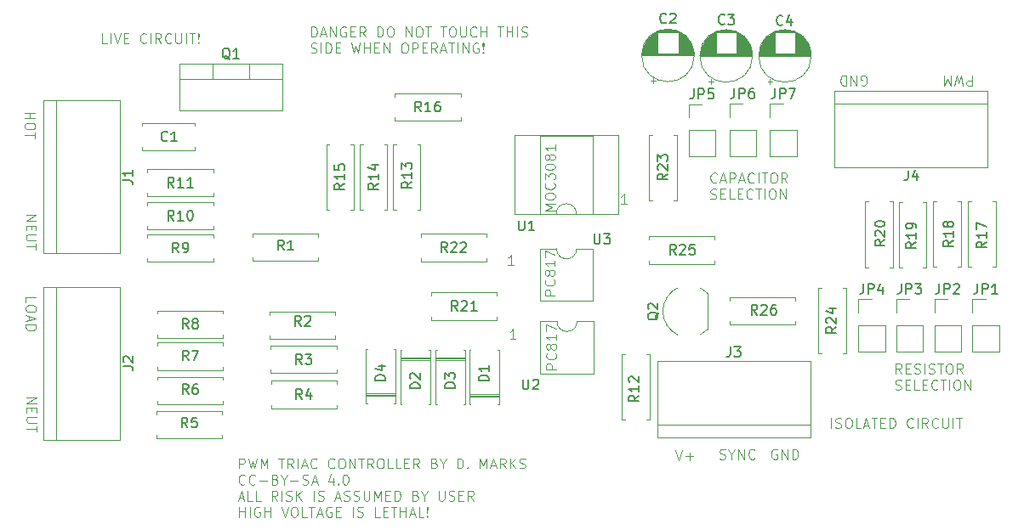
<source format=gbr>
%TF.GenerationSoftware,KiCad,Pcbnew,7.0.11+dfsg-1build4*%
%TF.CreationDate,2025-01-27T20:35:56-06:00*%
%TF.ProjectId,TriacControl,54726961-6343-46f6-9e74-726f6c2e6b69,rev?*%
%TF.SameCoordinates,Original*%
%TF.FileFunction,Legend,Top*%
%TF.FilePolarity,Positive*%
%FSLAX46Y46*%
G04 Gerber Fmt 4.6, Leading zero omitted, Abs format (unit mm)*
G04 Created by KiCad (PCBNEW 7.0.11+dfsg-1build4) date 2025-01-27 20:35:56*
%MOMM*%
%LPD*%
G01*
G04 APERTURE LIST*
%ADD10C,0.100000*%
%ADD11C,0.150000*%
%ADD12C,0.120000*%
G04 APERTURE END LIST*
D10*
X73673884Y-95972419D02*
X73673884Y-94972419D01*
X73673884Y-94972419D02*
X74054836Y-94972419D01*
X74054836Y-94972419D02*
X74150074Y-95020038D01*
X74150074Y-95020038D02*
X74197693Y-95067657D01*
X74197693Y-95067657D02*
X74245312Y-95162895D01*
X74245312Y-95162895D02*
X74245312Y-95305752D01*
X74245312Y-95305752D02*
X74197693Y-95400990D01*
X74197693Y-95400990D02*
X74150074Y-95448609D01*
X74150074Y-95448609D02*
X74054836Y-95496228D01*
X74054836Y-95496228D02*
X73673884Y-95496228D01*
X74578646Y-94972419D02*
X74816741Y-95972419D01*
X74816741Y-95972419D02*
X75007217Y-95258133D01*
X75007217Y-95258133D02*
X75197693Y-95972419D01*
X75197693Y-95972419D02*
X75435789Y-94972419D01*
X75816741Y-95972419D02*
X75816741Y-94972419D01*
X75816741Y-94972419D02*
X76150074Y-95686704D01*
X76150074Y-95686704D02*
X76483407Y-94972419D01*
X76483407Y-94972419D02*
X76483407Y-95972419D01*
X77578646Y-94972419D02*
X78150074Y-94972419D01*
X77864360Y-95972419D02*
X77864360Y-94972419D01*
X79054836Y-95972419D02*
X78721503Y-95496228D01*
X78483408Y-95972419D02*
X78483408Y-94972419D01*
X78483408Y-94972419D02*
X78864360Y-94972419D01*
X78864360Y-94972419D02*
X78959598Y-95020038D01*
X78959598Y-95020038D02*
X79007217Y-95067657D01*
X79007217Y-95067657D02*
X79054836Y-95162895D01*
X79054836Y-95162895D02*
X79054836Y-95305752D01*
X79054836Y-95305752D02*
X79007217Y-95400990D01*
X79007217Y-95400990D02*
X78959598Y-95448609D01*
X78959598Y-95448609D02*
X78864360Y-95496228D01*
X78864360Y-95496228D02*
X78483408Y-95496228D01*
X79483408Y-95972419D02*
X79483408Y-94972419D01*
X79911979Y-95686704D02*
X80388169Y-95686704D01*
X79816741Y-95972419D02*
X80150074Y-94972419D01*
X80150074Y-94972419D02*
X80483407Y-95972419D01*
X81388169Y-95877180D02*
X81340550Y-95924800D01*
X81340550Y-95924800D02*
X81197693Y-95972419D01*
X81197693Y-95972419D02*
X81102455Y-95972419D01*
X81102455Y-95972419D02*
X80959598Y-95924800D01*
X80959598Y-95924800D02*
X80864360Y-95829561D01*
X80864360Y-95829561D02*
X80816741Y-95734323D01*
X80816741Y-95734323D02*
X80769122Y-95543847D01*
X80769122Y-95543847D02*
X80769122Y-95400990D01*
X80769122Y-95400990D02*
X80816741Y-95210514D01*
X80816741Y-95210514D02*
X80864360Y-95115276D01*
X80864360Y-95115276D02*
X80959598Y-95020038D01*
X80959598Y-95020038D02*
X81102455Y-94972419D01*
X81102455Y-94972419D02*
X81197693Y-94972419D01*
X81197693Y-94972419D02*
X81340550Y-95020038D01*
X81340550Y-95020038D02*
X81388169Y-95067657D01*
X83150074Y-95877180D02*
X83102455Y-95924800D01*
X83102455Y-95924800D02*
X82959598Y-95972419D01*
X82959598Y-95972419D02*
X82864360Y-95972419D01*
X82864360Y-95972419D02*
X82721503Y-95924800D01*
X82721503Y-95924800D02*
X82626265Y-95829561D01*
X82626265Y-95829561D02*
X82578646Y-95734323D01*
X82578646Y-95734323D02*
X82531027Y-95543847D01*
X82531027Y-95543847D02*
X82531027Y-95400990D01*
X82531027Y-95400990D02*
X82578646Y-95210514D01*
X82578646Y-95210514D02*
X82626265Y-95115276D01*
X82626265Y-95115276D02*
X82721503Y-95020038D01*
X82721503Y-95020038D02*
X82864360Y-94972419D01*
X82864360Y-94972419D02*
X82959598Y-94972419D01*
X82959598Y-94972419D02*
X83102455Y-95020038D01*
X83102455Y-95020038D02*
X83150074Y-95067657D01*
X83769122Y-94972419D02*
X83959598Y-94972419D01*
X83959598Y-94972419D02*
X84054836Y-95020038D01*
X84054836Y-95020038D02*
X84150074Y-95115276D01*
X84150074Y-95115276D02*
X84197693Y-95305752D01*
X84197693Y-95305752D02*
X84197693Y-95639085D01*
X84197693Y-95639085D02*
X84150074Y-95829561D01*
X84150074Y-95829561D02*
X84054836Y-95924800D01*
X84054836Y-95924800D02*
X83959598Y-95972419D01*
X83959598Y-95972419D02*
X83769122Y-95972419D01*
X83769122Y-95972419D02*
X83673884Y-95924800D01*
X83673884Y-95924800D02*
X83578646Y-95829561D01*
X83578646Y-95829561D02*
X83531027Y-95639085D01*
X83531027Y-95639085D02*
X83531027Y-95305752D01*
X83531027Y-95305752D02*
X83578646Y-95115276D01*
X83578646Y-95115276D02*
X83673884Y-95020038D01*
X83673884Y-95020038D02*
X83769122Y-94972419D01*
X84626265Y-95972419D02*
X84626265Y-94972419D01*
X84626265Y-94972419D02*
X85197693Y-95972419D01*
X85197693Y-95972419D02*
X85197693Y-94972419D01*
X85531027Y-94972419D02*
X86102455Y-94972419D01*
X85816741Y-95972419D02*
X85816741Y-94972419D01*
X87007217Y-95972419D02*
X86673884Y-95496228D01*
X86435789Y-95972419D02*
X86435789Y-94972419D01*
X86435789Y-94972419D02*
X86816741Y-94972419D01*
X86816741Y-94972419D02*
X86911979Y-95020038D01*
X86911979Y-95020038D02*
X86959598Y-95067657D01*
X86959598Y-95067657D02*
X87007217Y-95162895D01*
X87007217Y-95162895D02*
X87007217Y-95305752D01*
X87007217Y-95305752D02*
X86959598Y-95400990D01*
X86959598Y-95400990D02*
X86911979Y-95448609D01*
X86911979Y-95448609D02*
X86816741Y-95496228D01*
X86816741Y-95496228D02*
X86435789Y-95496228D01*
X87626265Y-94972419D02*
X87816741Y-94972419D01*
X87816741Y-94972419D02*
X87911979Y-95020038D01*
X87911979Y-95020038D02*
X88007217Y-95115276D01*
X88007217Y-95115276D02*
X88054836Y-95305752D01*
X88054836Y-95305752D02*
X88054836Y-95639085D01*
X88054836Y-95639085D02*
X88007217Y-95829561D01*
X88007217Y-95829561D02*
X87911979Y-95924800D01*
X87911979Y-95924800D02*
X87816741Y-95972419D01*
X87816741Y-95972419D02*
X87626265Y-95972419D01*
X87626265Y-95972419D02*
X87531027Y-95924800D01*
X87531027Y-95924800D02*
X87435789Y-95829561D01*
X87435789Y-95829561D02*
X87388170Y-95639085D01*
X87388170Y-95639085D02*
X87388170Y-95305752D01*
X87388170Y-95305752D02*
X87435789Y-95115276D01*
X87435789Y-95115276D02*
X87531027Y-95020038D01*
X87531027Y-95020038D02*
X87626265Y-94972419D01*
X88959598Y-95972419D02*
X88483408Y-95972419D01*
X88483408Y-95972419D02*
X88483408Y-94972419D01*
X89769122Y-95972419D02*
X89292932Y-95972419D01*
X89292932Y-95972419D02*
X89292932Y-94972419D01*
X90102456Y-95448609D02*
X90435789Y-95448609D01*
X90578646Y-95972419D02*
X90102456Y-95972419D01*
X90102456Y-95972419D02*
X90102456Y-94972419D01*
X90102456Y-94972419D02*
X90578646Y-94972419D01*
X91578646Y-95972419D02*
X91245313Y-95496228D01*
X91007218Y-95972419D02*
X91007218Y-94972419D01*
X91007218Y-94972419D02*
X91388170Y-94972419D01*
X91388170Y-94972419D02*
X91483408Y-95020038D01*
X91483408Y-95020038D02*
X91531027Y-95067657D01*
X91531027Y-95067657D02*
X91578646Y-95162895D01*
X91578646Y-95162895D02*
X91578646Y-95305752D01*
X91578646Y-95305752D02*
X91531027Y-95400990D01*
X91531027Y-95400990D02*
X91483408Y-95448609D01*
X91483408Y-95448609D02*
X91388170Y-95496228D01*
X91388170Y-95496228D02*
X91007218Y-95496228D01*
X93102456Y-95448609D02*
X93245313Y-95496228D01*
X93245313Y-95496228D02*
X93292932Y-95543847D01*
X93292932Y-95543847D02*
X93340551Y-95639085D01*
X93340551Y-95639085D02*
X93340551Y-95781942D01*
X93340551Y-95781942D02*
X93292932Y-95877180D01*
X93292932Y-95877180D02*
X93245313Y-95924800D01*
X93245313Y-95924800D02*
X93150075Y-95972419D01*
X93150075Y-95972419D02*
X92769123Y-95972419D01*
X92769123Y-95972419D02*
X92769123Y-94972419D01*
X92769123Y-94972419D02*
X93102456Y-94972419D01*
X93102456Y-94972419D02*
X93197694Y-95020038D01*
X93197694Y-95020038D02*
X93245313Y-95067657D01*
X93245313Y-95067657D02*
X93292932Y-95162895D01*
X93292932Y-95162895D02*
X93292932Y-95258133D01*
X93292932Y-95258133D02*
X93245313Y-95353371D01*
X93245313Y-95353371D02*
X93197694Y-95400990D01*
X93197694Y-95400990D02*
X93102456Y-95448609D01*
X93102456Y-95448609D02*
X92769123Y-95448609D01*
X93959599Y-95496228D02*
X93959599Y-95972419D01*
X93626266Y-94972419D02*
X93959599Y-95496228D01*
X93959599Y-95496228D02*
X94292932Y-94972419D01*
X95388171Y-95972419D02*
X95388171Y-94972419D01*
X95388171Y-94972419D02*
X95626266Y-94972419D01*
X95626266Y-94972419D02*
X95769123Y-95020038D01*
X95769123Y-95020038D02*
X95864361Y-95115276D01*
X95864361Y-95115276D02*
X95911980Y-95210514D01*
X95911980Y-95210514D02*
X95959599Y-95400990D01*
X95959599Y-95400990D02*
X95959599Y-95543847D01*
X95959599Y-95543847D02*
X95911980Y-95734323D01*
X95911980Y-95734323D02*
X95864361Y-95829561D01*
X95864361Y-95829561D02*
X95769123Y-95924800D01*
X95769123Y-95924800D02*
X95626266Y-95972419D01*
X95626266Y-95972419D02*
X95388171Y-95972419D01*
X96388171Y-95877180D02*
X96435790Y-95924800D01*
X96435790Y-95924800D02*
X96388171Y-95972419D01*
X96388171Y-95972419D02*
X96340552Y-95924800D01*
X96340552Y-95924800D02*
X96388171Y-95877180D01*
X96388171Y-95877180D02*
X96388171Y-95972419D01*
X97626266Y-95972419D02*
X97626266Y-94972419D01*
X97626266Y-94972419D02*
X97959599Y-95686704D01*
X97959599Y-95686704D02*
X98292932Y-94972419D01*
X98292932Y-94972419D02*
X98292932Y-95972419D01*
X98721504Y-95686704D02*
X99197694Y-95686704D01*
X98626266Y-95972419D02*
X98959599Y-94972419D01*
X98959599Y-94972419D02*
X99292932Y-95972419D01*
X100197694Y-95972419D02*
X99864361Y-95496228D01*
X99626266Y-95972419D02*
X99626266Y-94972419D01*
X99626266Y-94972419D02*
X100007218Y-94972419D01*
X100007218Y-94972419D02*
X100102456Y-95020038D01*
X100102456Y-95020038D02*
X100150075Y-95067657D01*
X100150075Y-95067657D02*
X100197694Y-95162895D01*
X100197694Y-95162895D02*
X100197694Y-95305752D01*
X100197694Y-95305752D02*
X100150075Y-95400990D01*
X100150075Y-95400990D02*
X100102456Y-95448609D01*
X100102456Y-95448609D02*
X100007218Y-95496228D01*
X100007218Y-95496228D02*
X99626266Y-95496228D01*
X100626266Y-95972419D02*
X100626266Y-94972419D01*
X101197694Y-95972419D02*
X100769123Y-95400990D01*
X101197694Y-94972419D02*
X100626266Y-95543847D01*
X101578647Y-95924800D02*
X101721504Y-95972419D01*
X101721504Y-95972419D02*
X101959599Y-95972419D01*
X101959599Y-95972419D02*
X102054837Y-95924800D01*
X102054837Y-95924800D02*
X102102456Y-95877180D01*
X102102456Y-95877180D02*
X102150075Y-95781942D01*
X102150075Y-95781942D02*
X102150075Y-95686704D01*
X102150075Y-95686704D02*
X102102456Y-95591466D01*
X102102456Y-95591466D02*
X102054837Y-95543847D01*
X102054837Y-95543847D02*
X101959599Y-95496228D01*
X101959599Y-95496228D02*
X101769123Y-95448609D01*
X101769123Y-95448609D02*
X101673885Y-95400990D01*
X101673885Y-95400990D02*
X101626266Y-95353371D01*
X101626266Y-95353371D02*
X101578647Y-95258133D01*
X101578647Y-95258133D02*
X101578647Y-95162895D01*
X101578647Y-95162895D02*
X101626266Y-95067657D01*
X101626266Y-95067657D02*
X101673885Y-95020038D01*
X101673885Y-95020038D02*
X101769123Y-94972419D01*
X101769123Y-94972419D02*
X102007218Y-94972419D01*
X102007218Y-94972419D02*
X102150075Y-95020038D01*
X74245312Y-97487180D02*
X74197693Y-97534800D01*
X74197693Y-97534800D02*
X74054836Y-97582419D01*
X74054836Y-97582419D02*
X73959598Y-97582419D01*
X73959598Y-97582419D02*
X73816741Y-97534800D01*
X73816741Y-97534800D02*
X73721503Y-97439561D01*
X73721503Y-97439561D02*
X73673884Y-97344323D01*
X73673884Y-97344323D02*
X73626265Y-97153847D01*
X73626265Y-97153847D02*
X73626265Y-97010990D01*
X73626265Y-97010990D02*
X73673884Y-96820514D01*
X73673884Y-96820514D02*
X73721503Y-96725276D01*
X73721503Y-96725276D02*
X73816741Y-96630038D01*
X73816741Y-96630038D02*
X73959598Y-96582419D01*
X73959598Y-96582419D02*
X74054836Y-96582419D01*
X74054836Y-96582419D02*
X74197693Y-96630038D01*
X74197693Y-96630038D02*
X74245312Y-96677657D01*
X75245312Y-97487180D02*
X75197693Y-97534800D01*
X75197693Y-97534800D02*
X75054836Y-97582419D01*
X75054836Y-97582419D02*
X74959598Y-97582419D01*
X74959598Y-97582419D02*
X74816741Y-97534800D01*
X74816741Y-97534800D02*
X74721503Y-97439561D01*
X74721503Y-97439561D02*
X74673884Y-97344323D01*
X74673884Y-97344323D02*
X74626265Y-97153847D01*
X74626265Y-97153847D02*
X74626265Y-97010990D01*
X74626265Y-97010990D02*
X74673884Y-96820514D01*
X74673884Y-96820514D02*
X74721503Y-96725276D01*
X74721503Y-96725276D02*
X74816741Y-96630038D01*
X74816741Y-96630038D02*
X74959598Y-96582419D01*
X74959598Y-96582419D02*
X75054836Y-96582419D01*
X75054836Y-96582419D02*
X75197693Y-96630038D01*
X75197693Y-96630038D02*
X75245312Y-96677657D01*
X75673884Y-97201466D02*
X76435789Y-97201466D01*
X77245312Y-97058609D02*
X77388169Y-97106228D01*
X77388169Y-97106228D02*
X77435788Y-97153847D01*
X77435788Y-97153847D02*
X77483407Y-97249085D01*
X77483407Y-97249085D02*
X77483407Y-97391942D01*
X77483407Y-97391942D02*
X77435788Y-97487180D01*
X77435788Y-97487180D02*
X77388169Y-97534800D01*
X77388169Y-97534800D02*
X77292931Y-97582419D01*
X77292931Y-97582419D02*
X76911979Y-97582419D01*
X76911979Y-97582419D02*
X76911979Y-96582419D01*
X76911979Y-96582419D02*
X77245312Y-96582419D01*
X77245312Y-96582419D02*
X77340550Y-96630038D01*
X77340550Y-96630038D02*
X77388169Y-96677657D01*
X77388169Y-96677657D02*
X77435788Y-96772895D01*
X77435788Y-96772895D02*
X77435788Y-96868133D01*
X77435788Y-96868133D02*
X77388169Y-96963371D01*
X77388169Y-96963371D02*
X77340550Y-97010990D01*
X77340550Y-97010990D02*
X77245312Y-97058609D01*
X77245312Y-97058609D02*
X76911979Y-97058609D01*
X78102455Y-97106228D02*
X78102455Y-97582419D01*
X77769122Y-96582419D02*
X78102455Y-97106228D01*
X78102455Y-97106228D02*
X78435788Y-96582419D01*
X78769122Y-97201466D02*
X79531027Y-97201466D01*
X79959598Y-97534800D02*
X80102455Y-97582419D01*
X80102455Y-97582419D02*
X80340550Y-97582419D01*
X80340550Y-97582419D02*
X80435788Y-97534800D01*
X80435788Y-97534800D02*
X80483407Y-97487180D01*
X80483407Y-97487180D02*
X80531026Y-97391942D01*
X80531026Y-97391942D02*
X80531026Y-97296704D01*
X80531026Y-97296704D02*
X80483407Y-97201466D01*
X80483407Y-97201466D02*
X80435788Y-97153847D01*
X80435788Y-97153847D02*
X80340550Y-97106228D01*
X80340550Y-97106228D02*
X80150074Y-97058609D01*
X80150074Y-97058609D02*
X80054836Y-97010990D01*
X80054836Y-97010990D02*
X80007217Y-96963371D01*
X80007217Y-96963371D02*
X79959598Y-96868133D01*
X79959598Y-96868133D02*
X79959598Y-96772895D01*
X79959598Y-96772895D02*
X80007217Y-96677657D01*
X80007217Y-96677657D02*
X80054836Y-96630038D01*
X80054836Y-96630038D02*
X80150074Y-96582419D01*
X80150074Y-96582419D02*
X80388169Y-96582419D01*
X80388169Y-96582419D02*
X80531026Y-96630038D01*
X80911979Y-97296704D02*
X81388169Y-97296704D01*
X80816741Y-97582419D02*
X81150074Y-96582419D01*
X81150074Y-96582419D02*
X81483407Y-97582419D01*
X83007217Y-96915752D02*
X83007217Y-97582419D01*
X82769122Y-96534800D02*
X82531027Y-97249085D01*
X82531027Y-97249085D02*
X83150074Y-97249085D01*
X83531027Y-97487180D02*
X83578646Y-97534800D01*
X83578646Y-97534800D02*
X83531027Y-97582419D01*
X83531027Y-97582419D02*
X83483408Y-97534800D01*
X83483408Y-97534800D02*
X83531027Y-97487180D01*
X83531027Y-97487180D02*
X83531027Y-97582419D01*
X84197693Y-96582419D02*
X84292931Y-96582419D01*
X84292931Y-96582419D02*
X84388169Y-96630038D01*
X84388169Y-96630038D02*
X84435788Y-96677657D01*
X84435788Y-96677657D02*
X84483407Y-96772895D01*
X84483407Y-96772895D02*
X84531026Y-96963371D01*
X84531026Y-96963371D02*
X84531026Y-97201466D01*
X84531026Y-97201466D02*
X84483407Y-97391942D01*
X84483407Y-97391942D02*
X84435788Y-97487180D01*
X84435788Y-97487180D02*
X84388169Y-97534800D01*
X84388169Y-97534800D02*
X84292931Y-97582419D01*
X84292931Y-97582419D02*
X84197693Y-97582419D01*
X84197693Y-97582419D02*
X84102455Y-97534800D01*
X84102455Y-97534800D02*
X84054836Y-97487180D01*
X84054836Y-97487180D02*
X84007217Y-97391942D01*
X84007217Y-97391942D02*
X83959598Y-97201466D01*
X83959598Y-97201466D02*
X83959598Y-96963371D01*
X83959598Y-96963371D02*
X84007217Y-96772895D01*
X84007217Y-96772895D02*
X84054836Y-96677657D01*
X84054836Y-96677657D02*
X84102455Y-96630038D01*
X84102455Y-96630038D02*
X84197693Y-96582419D01*
X73626265Y-98906704D02*
X74102455Y-98906704D01*
X73531027Y-99192419D02*
X73864360Y-98192419D01*
X73864360Y-98192419D02*
X74197693Y-99192419D01*
X75007217Y-99192419D02*
X74531027Y-99192419D01*
X74531027Y-99192419D02*
X74531027Y-98192419D01*
X75816741Y-99192419D02*
X75340551Y-99192419D01*
X75340551Y-99192419D02*
X75340551Y-98192419D01*
X77483408Y-99192419D02*
X77150075Y-98716228D01*
X76911980Y-99192419D02*
X76911980Y-98192419D01*
X76911980Y-98192419D02*
X77292932Y-98192419D01*
X77292932Y-98192419D02*
X77388170Y-98240038D01*
X77388170Y-98240038D02*
X77435789Y-98287657D01*
X77435789Y-98287657D02*
X77483408Y-98382895D01*
X77483408Y-98382895D02*
X77483408Y-98525752D01*
X77483408Y-98525752D02*
X77435789Y-98620990D01*
X77435789Y-98620990D02*
X77388170Y-98668609D01*
X77388170Y-98668609D02*
X77292932Y-98716228D01*
X77292932Y-98716228D02*
X76911980Y-98716228D01*
X77911980Y-99192419D02*
X77911980Y-98192419D01*
X78340551Y-99144800D02*
X78483408Y-99192419D01*
X78483408Y-99192419D02*
X78721503Y-99192419D01*
X78721503Y-99192419D02*
X78816741Y-99144800D01*
X78816741Y-99144800D02*
X78864360Y-99097180D01*
X78864360Y-99097180D02*
X78911979Y-99001942D01*
X78911979Y-99001942D02*
X78911979Y-98906704D01*
X78911979Y-98906704D02*
X78864360Y-98811466D01*
X78864360Y-98811466D02*
X78816741Y-98763847D01*
X78816741Y-98763847D02*
X78721503Y-98716228D01*
X78721503Y-98716228D02*
X78531027Y-98668609D01*
X78531027Y-98668609D02*
X78435789Y-98620990D01*
X78435789Y-98620990D02*
X78388170Y-98573371D01*
X78388170Y-98573371D02*
X78340551Y-98478133D01*
X78340551Y-98478133D02*
X78340551Y-98382895D01*
X78340551Y-98382895D02*
X78388170Y-98287657D01*
X78388170Y-98287657D02*
X78435789Y-98240038D01*
X78435789Y-98240038D02*
X78531027Y-98192419D01*
X78531027Y-98192419D02*
X78769122Y-98192419D01*
X78769122Y-98192419D02*
X78911979Y-98240038D01*
X79340551Y-99192419D02*
X79340551Y-98192419D01*
X79911979Y-99192419D02*
X79483408Y-98620990D01*
X79911979Y-98192419D02*
X79340551Y-98763847D01*
X81102456Y-99192419D02*
X81102456Y-98192419D01*
X81531027Y-99144800D02*
X81673884Y-99192419D01*
X81673884Y-99192419D02*
X81911979Y-99192419D01*
X81911979Y-99192419D02*
X82007217Y-99144800D01*
X82007217Y-99144800D02*
X82054836Y-99097180D01*
X82054836Y-99097180D02*
X82102455Y-99001942D01*
X82102455Y-99001942D02*
X82102455Y-98906704D01*
X82102455Y-98906704D02*
X82054836Y-98811466D01*
X82054836Y-98811466D02*
X82007217Y-98763847D01*
X82007217Y-98763847D02*
X81911979Y-98716228D01*
X81911979Y-98716228D02*
X81721503Y-98668609D01*
X81721503Y-98668609D02*
X81626265Y-98620990D01*
X81626265Y-98620990D02*
X81578646Y-98573371D01*
X81578646Y-98573371D02*
X81531027Y-98478133D01*
X81531027Y-98478133D02*
X81531027Y-98382895D01*
X81531027Y-98382895D02*
X81578646Y-98287657D01*
X81578646Y-98287657D02*
X81626265Y-98240038D01*
X81626265Y-98240038D02*
X81721503Y-98192419D01*
X81721503Y-98192419D02*
X81959598Y-98192419D01*
X81959598Y-98192419D02*
X82102455Y-98240038D01*
X83245313Y-98906704D02*
X83721503Y-98906704D01*
X83150075Y-99192419D02*
X83483408Y-98192419D01*
X83483408Y-98192419D02*
X83816741Y-99192419D01*
X84102456Y-99144800D02*
X84245313Y-99192419D01*
X84245313Y-99192419D02*
X84483408Y-99192419D01*
X84483408Y-99192419D02*
X84578646Y-99144800D01*
X84578646Y-99144800D02*
X84626265Y-99097180D01*
X84626265Y-99097180D02*
X84673884Y-99001942D01*
X84673884Y-99001942D02*
X84673884Y-98906704D01*
X84673884Y-98906704D02*
X84626265Y-98811466D01*
X84626265Y-98811466D02*
X84578646Y-98763847D01*
X84578646Y-98763847D02*
X84483408Y-98716228D01*
X84483408Y-98716228D02*
X84292932Y-98668609D01*
X84292932Y-98668609D02*
X84197694Y-98620990D01*
X84197694Y-98620990D02*
X84150075Y-98573371D01*
X84150075Y-98573371D02*
X84102456Y-98478133D01*
X84102456Y-98478133D02*
X84102456Y-98382895D01*
X84102456Y-98382895D02*
X84150075Y-98287657D01*
X84150075Y-98287657D02*
X84197694Y-98240038D01*
X84197694Y-98240038D02*
X84292932Y-98192419D01*
X84292932Y-98192419D02*
X84531027Y-98192419D01*
X84531027Y-98192419D02*
X84673884Y-98240038D01*
X85054837Y-99144800D02*
X85197694Y-99192419D01*
X85197694Y-99192419D02*
X85435789Y-99192419D01*
X85435789Y-99192419D02*
X85531027Y-99144800D01*
X85531027Y-99144800D02*
X85578646Y-99097180D01*
X85578646Y-99097180D02*
X85626265Y-99001942D01*
X85626265Y-99001942D02*
X85626265Y-98906704D01*
X85626265Y-98906704D02*
X85578646Y-98811466D01*
X85578646Y-98811466D02*
X85531027Y-98763847D01*
X85531027Y-98763847D02*
X85435789Y-98716228D01*
X85435789Y-98716228D02*
X85245313Y-98668609D01*
X85245313Y-98668609D02*
X85150075Y-98620990D01*
X85150075Y-98620990D02*
X85102456Y-98573371D01*
X85102456Y-98573371D02*
X85054837Y-98478133D01*
X85054837Y-98478133D02*
X85054837Y-98382895D01*
X85054837Y-98382895D02*
X85102456Y-98287657D01*
X85102456Y-98287657D02*
X85150075Y-98240038D01*
X85150075Y-98240038D02*
X85245313Y-98192419D01*
X85245313Y-98192419D02*
X85483408Y-98192419D01*
X85483408Y-98192419D02*
X85626265Y-98240038D01*
X86054837Y-98192419D02*
X86054837Y-99001942D01*
X86054837Y-99001942D02*
X86102456Y-99097180D01*
X86102456Y-99097180D02*
X86150075Y-99144800D01*
X86150075Y-99144800D02*
X86245313Y-99192419D01*
X86245313Y-99192419D02*
X86435789Y-99192419D01*
X86435789Y-99192419D02*
X86531027Y-99144800D01*
X86531027Y-99144800D02*
X86578646Y-99097180D01*
X86578646Y-99097180D02*
X86626265Y-99001942D01*
X86626265Y-99001942D02*
X86626265Y-98192419D01*
X87102456Y-99192419D02*
X87102456Y-98192419D01*
X87102456Y-98192419D02*
X87435789Y-98906704D01*
X87435789Y-98906704D02*
X87769122Y-98192419D01*
X87769122Y-98192419D02*
X87769122Y-99192419D01*
X88245313Y-98668609D02*
X88578646Y-98668609D01*
X88721503Y-99192419D02*
X88245313Y-99192419D01*
X88245313Y-99192419D02*
X88245313Y-98192419D01*
X88245313Y-98192419D02*
X88721503Y-98192419D01*
X89150075Y-99192419D02*
X89150075Y-98192419D01*
X89150075Y-98192419D02*
X89388170Y-98192419D01*
X89388170Y-98192419D02*
X89531027Y-98240038D01*
X89531027Y-98240038D02*
X89626265Y-98335276D01*
X89626265Y-98335276D02*
X89673884Y-98430514D01*
X89673884Y-98430514D02*
X89721503Y-98620990D01*
X89721503Y-98620990D02*
X89721503Y-98763847D01*
X89721503Y-98763847D02*
X89673884Y-98954323D01*
X89673884Y-98954323D02*
X89626265Y-99049561D01*
X89626265Y-99049561D02*
X89531027Y-99144800D01*
X89531027Y-99144800D02*
X89388170Y-99192419D01*
X89388170Y-99192419D02*
X89150075Y-99192419D01*
X91245313Y-98668609D02*
X91388170Y-98716228D01*
X91388170Y-98716228D02*
X91435789Y-98763847D01*
X91435789Y-98763847D02*
X91483408Y-98859085D01*
X91483408Y-98859085D02*
X91483408Y-99001942D01*
X91483408Y-99001942D02*
X91435789Y-99097180D01*
X91435789Y-99097180D02*
X91388170Y-99144800D01*
X91388170Y-99144800D02*
X91292932Y-99192419D01*
X91292932Y-99192419D02*
X90911980Y-99192419D01*
X90911980Y-99192419D02*
X90911980Y-98192419D01*
X90911980Y-98192419D02*
X91245313Y-98192419D01*
X91245313Y-98192419D02*
X91340551Y-98240038D01*
X91340551Y-98240038D02*
X91388170Y-98287657D01*
X91388170Y-98287657D02*
X91435789Y-98382895D01*
X91435789Y-98382895D02*
X91435789Y-98478133D01*
X91435789Y-98478133D02*
X91388170Y-98573371D01*
X91388170Y-98573371D02*
X91340551Y-98620990D01*
X91340551Y-98620990D02*
X91245313Y-98668609D01*
X91245313Y-98668609D02*
X90911980Y-98668609D01*
X92102456Y-98716228D02*
X92102456Y-99192419D01*
X91769123Y-98192419D02*
X92102456Y-98716228D01*
X92102456Y-98716228D02*
X92435789Y-98192419D01*
X93531028Y-98192419D02*
X93531028Y-99001942D01*
X93531028Y-99001942D02*
X93578647Y-99097180D01*
X93578647Y-99097180D02*
X93626266Y-99144800D01*
X93626266Y-99144800D02*
X93721504Y-99192419D01*
X93721504Y-99192419D02*
X93911980Y-99192419D01*
X93911980Y-99192419D02*
X94007218Y-99144800D01*
X94007218Y-99144800D02*
X94054837Y-99097180D01*
X94054837Y-99097180D02*
X94102456Y-99001942D01*
X94102456Y-99001942D02*
X94102456Y-98192419D01*
X94531028Y-99144800D02*
X94673885Y-99192419D01*
X94673885Y-99192419D02*
X94911980Y-99192419D01*
X94911980Y-99192419D02*
X95007218Y-99144800D01*
X95007218Y-99144800D02*
X95054837Y-99097180D01*
X95054837Y-99097180D02*
X95102456Y-99001942D01*
X95102456Y-99001942D02*
X95102456Y-98906704D01*
X95102456Y-98906704D02*
X95054837Y-98811466D01*
X95054837Y-98811466D02*
X95007218Y-98763847D01*
X95007218Y-98763847D02*
X94911980Y-98716228D01*
X94911980Y-98716228D02*
X94721504Y-98668609D01*
X94721504Y-98668609D02*
X94626266Y-98620990D01*
X94626266Y-98620990D02*
X94578647Y-98573371D01*
X94578647Y-98573371D02*
X94531028Y-98478133D01*
X94531028Y-98478133D02*
X94531028Y-98382895D01*
X94531028Y-98382895D02*
X94578647Y-98287657D01*
X94578647Y-98287657D02*
X94626266Y-98240038D01*
X94626266Y-98240038D02*
X94721504Y-98192419D01*
X94721504Y-98192419D02*
X94959599Y-98192419D01*
X94959599Y-98192419D02*
X95102456Y-98240038D01*
X95531028Y-98668609D02*
X95864361Y-98668609D01*
X96007218Y-99192419D02*
X95531028Y-99192419D01*
X95531028Y-99192419D02*
X95531028Y-98192419D01*
X95531028Y-98192419D02*
X96007218Y-98192419D01*
X97007218Y-99192419D02*
X96673885Y-98716228D01*
X96435790Y-99192419D02*
X96435790Y-98192419D01*
X96435790Y-98192419D02*
X96816742Y-98192419D01*
X96816742Y-98192419D02*
X96911980Y-98240038D01*
X96911980Y-98240038D02*
X96959599Y-98287657D01*
X96959599Y-98287657D02*
X97007218Y-98382895D01*
X97007218Y-98382895D02*
X97007218Y-98525752D01*
X97007218Y-98525752D02*
X96959599Y-98620990D01*
X96959599Y-98620990D02*
X96911980Y-98668609D01*
X96911980Y-98668609D02*
X96816742Y-98716228D01*
X96816742Y-98716228D02*
X96435790Y-98716228D01*
X73673884Y-100802419D02*
X73673884Y-99802419D01*
X73673884Y-100278609D02*
X74245312Y-100278609D01*
X74245312Y-100802419D02*
X74245312Y-99802419D01*
X74721503Y-100802419D02*
X74721503Y-99802419D01*
X75721502Y-99850038D02*
X75626264Y-99802419D01*
X75626264Y-99802419D02*
X75483407Y-99802419D01*
X75483407Y-99802419D02*
X75340550Y-99850038D01*
X75340550Y-99850038D02*
X75245312Y-99945276D01*
X75245312Y-99945276D02*
X75197693Y-100040514D01*
X75197693Y-100040514D02*
X75150074Y-100230990D01*
X75150074Y-100230990D02*
X75150074Y-100373847D01*
X75150074Y-100373847D02*
X75197693Y-100564323D01*
X75197693Y-100564323D02*
X75245312Y-100659561D01*
X75245312Y-100659561D02*
X75340550Y-100754800D01*
X75340550Y-100754800D02*
X75483407Y-100802419D01*
X75483407Y-100802419D02*
X75578645Y-100802419D01*
X75578645Y-100802419D02*
X75721502Y-100754800D01*
X75721502Y-100754800D02*
X75769121Y-100707180D01*
X75769121Y-100707180D02*
X75769121Y-100373847D01*
X75769121Y-100373847D02*
X75578645Y-100373847D01*
X76197693Y-100802419D02*
X76197693Y-99802419D01*
X76197693Y-100278609D02*
X76769121Y-100278609D01*
X76769121Y-100802419D02*
X76769121Y-99802419D01*
X77864360Y-99802419D02*
X78197693Y-100802419D01*
X78197693Y-100802419D02*
X78531026Y-99802419D01*
X79054836Y-99802419D02*
X79245312Y-99802419D01*
X79245312Y-99802419D02*
X79340550Y-99850038D01*
X79340550Y-99850038D02*
X79435788Y-99945276D01*
X79435788Y-99945276D02*
X79483407Y-100135752D01*
X79483407Y-100135752D02*
X79483407Y-100469085D01*
X79483407Y-100469085D02*
X79435788Y-100659561D01*
X79435788Y-100659561D02*
X79340550Y-100754800D01*
X79340550Y-100754800D02*
X79245312Y-100802419D01*
X79245312Y-100802419D02*
X79054836Y-100802419D01*
X79054836Y-100802419D02*
X78959598Y-100754800D01*
X78959598Y-100754800D02*
X78864360Y-100659561D01*
X78864360Y-100659561D02*
X78816741Y-100469085D01*
X78816741Y-100469085D02*
X78816741Y-100135752D01*
X78816741Y-100135752D02*
X78864360Y-99945276D01*
X78864360Y-99945276D02*
X78959598Y-99850038D01*
X78959598Y-99850038D02*
X79054836Y-99802419D01*
X80388169Y-100802419D02*
X79911979Y-100802419D01*
X79911979Y-100802419D02*
X79911979Y-99802419D01*
X80578646Y-99802419D02*
X81150074Y-99802419D01*
X80864360Y-100802419D02*
X80864360Y-99802419D01*
X81435789Y-100516704D02*
X81911979Y-100516704D01*
X81340551Y-100802419D02*
X81673884Y-99802419D01*
X81673884Y-99802419D02*
X82007217Y-100802419D01*
X82864360Y-99850038D02*
X82769122Y-99802419D01*
X82769122Y-99802419D02*
X82626265Y-99802419D01*
X82626265Y-99802419D02*
X82483408Y-99850038D01*
X82483408Y-99850038D02*
X82388170Y-99945276D01*
X82388170Y-99945276D02*
X82340551Y-100040514D01*
X82340551Y-100040514D02*
X82292932Y-100230990D01*
X82292932Y-100230990D02*
X82292932Y-100373847D01*
X82292932Y-100373847D02*
X82340551Y-100564323D01*
X82340551Y-100564323D02*
X82388170Y-100659561D01*
X82388170Y-100659561D02*
X82483408Y-100754800D01*
X82483408Y-100754800D02*
X82626265Y-100802419D01*
X82626265Y-100802419D02*
X82721503Y-100802419D01*
X82721503Y-100802419D02*
X82864360Y-100754800D01*
X82864360Y-100754800D02*
X82911979Y-100707180D01*
X82911979Y-100707180D02*
X82911979Y-100373847D01*
X82911979Y-100373847D02*
X82721503Y-100373847D01*
X83340551Y-100278609D02*
X83673884Y-100278609D01*
X83816741Y-100802419D02*
X83340551Y-100802419D01*
X83340551Y-100802419D02*
X83340551Y-99802419D01*
X83340551Y-99802419D02*
X83816741Y-99802419D01*
X85007218Y-100802419D02*
X85007218Y-99802419D01*
X85435789Y-100754800D02*
X85578646Y-100802419D01*
X85578646Y-100802419D02*
X85816741Y-100802419D01*
X85816741Y-100802419D02*
X85911979Y-100754800D01*
X85911979Y-100754800D02*
X85959598Y-100707180D01*
X85959598Y-100707180D02*
X86007217Y-100611942D01*
X86007217Y-100611942D02*
X86007217Y-100516704D01*
X86007217Y-100516704D02*
X85959598Y-100421466D01*
X85959598Y-100421466D02*
X85911979Y-100373847D01*
X85911979Y-100373847D02*
X85816741Y-100326228D01*
X85816741Y-100326228D02*
X85626265Y-100278609D01*
X85626265Y-100278609D02*
X85531027Y-100230990D01*
X85531027Y-100230990D02*
X85483408Y-100183371D01*
X85483408Y-100183371D02*
X85435789Y-100088133D01*
X85435789Y-100088133D02*
X85435789Y-99992895D01*
X85435789Y-99992895D02*
X85483408Y-99897657D01*
X85483408Y-99897657D02*
X85531027Y-99850038D01*
X85531027Y-99850038D02*
X85626265Y-99802419D01*
X85626265Y-99802419D02*
X85864360Y-99802419D01*
X85864360Y-99802419D02*
X86007217Y-99850038D01*
X87673884Y-100802419D02*
X87197694Y-100802419D01*
X87197694Y-100802419D02*
X87197694Y-99802419D01*
X88007218Y-100278609D02*
X88340551Y-100278609D01*
X88483408Y-100802419D02*
X88007218Y-100802419D01*
X88007218Y-100802419D02*
X88007218Y-99802419D01*
X88007218Y-99802419D02*
X88483408Y-99802419D01*
X88769123Y-99802419D02*
X89340551Y-99802419D01*
X89054837Y-100802419D02*
X89054837Y-99802419D01*
X89673885Y-100802419D02*
X89673885Y-99802419D01*
X89673885Y-100278609D02*
X90245313Y-100278609D01*
X90245313Y-100802419D02*
X90245313Y-99802419D01*
X90673885Y-100516704D02*
X91150075Y-100516704D01*
X90578647Y-100802419D02*
X90911980Y-99802419D01*
X90911980Y-99802419D02*
X91245313Y-100802419D01*
X92054837Y-100802419D02*
X91578647Y-100802419D01*
X91578647Y-100802419D02*
X91578647Y-99802419D01*
X92388171Y-100707180D02*
X92435790Y-100754800D01*
X92435790Y-100754800D02*
X92388171Y-100802419D01*
X92388171Y-100802419D02*
X92340552Y-100754800D01*
X92340552Y-100754800D02*
X92388171Y-100707180D01*
X92388171Y-100707180D02*
X92388171Y-100802419D01*
X92388171Y-100421466D02*
X92340552Y-99850038D01*
X92340552Y-99850038D02*
X92388171Y-99802419D01*
X92388171Y-99802419D02*
X92435790Y-99850038D01*
X92435790Y-99850038D02*
X92388171Y-100421466D01*
X92388171Y-100421466D02*
X92388171Y-99802419D01*
X132613884Y-91952419D02*
X132613884Y-90952419D01*
X133042455Y-91904800D02*
X133185312Y-91952419D01*
X133185312Y-91952419D02*
X133423407Y-91952419D01*
X133423407Y-91952419D02*
X133518645Y-91904800D01*
X133518645Y-91904800D02*
X133566264Y-91857180D01*
X133566264Y-91857180D02*
X133613883Y-91761942D01*
X133613883Y-91761942D02*
X133613883Y-91666704D01*
X133613883Y-91666704D02*
X133566264Y-91571466D01*
X133566264Y-91571466D02*
X133518645Y-91523847D01*
X133518645Y-91523847D02*
X133423407Y-91476228D01*
X133423407Y-91476228D02*
X133232931Y-91428609D01*
X133232931Y-91428609D02*
X133137693Y-91380990D01*
X133137693Y-91380990D02*
X133090074Y-91333371D01*
X133090074Y-91333371D02*
X133042455Y-91238133D01*
X133042455Y-91238133D02*
X133042455Y-91142895D01*
X133042455Y-91142895D02*
X133090074Y-91047657D01*
X133090074Y-91047657D02*
X133137693Y-91000038D01*
X133137693Y-91000038D02*
X133232931Y-90952419D01*
X133232931Y-90952419D02*
X133471026Y-90952419D01*
X133471026Y-90952419D02*
X133613883Y-91000038D01*
X134232931Y-90952419D02*
X134423407Y-90952419D01*
X134423407Y-90952419D02*
X134518645Y-91000038D01*
X134518645Y-91000038D02*
X134613883Y-91095276D01*
X134613883Y-91095276D02*
X134661502Y-91285752D01*
X134661502Y-91285752D02*
X134661502Y-91619085D01*
X134661502Y-91619085D02*
X134613883Y-91809561D01*
X134613883Y-91809561D02*
X134518645Y-91904800D01*
X134518645Y-91904800D02*
X134423407Y-91952419D01*
X134423407Y-91952419D02*
X134232931Y-91952419D01*
X134232931Y-91952419D02*
X134137693Y-91904800D01*
X134137693Y-91904800D02*
X134042455Y-91809561D01*
X134042455Y-91809561D02*
X133994836Y-91619085D01*
X133994836Y-91619085D02*
X133994836Y-91285752D01*
X133994836Y-91285752D02*
X134042455Y-91095276D01*
X134042455Y-91095276D02*
X134137693Y-91000038D01*
X134137693Y-91000038D02*
X134232931Y-90952419D01*
X135566264Y-91952419D02*
X135090074Y-91952419D01*
X135090074Y-91952419D02*
X135090074Y-90952419D01*
X135851979Y-91666704D02*
X136328169Y-91666704D01*
X135756741Y-91952419D02*
X136090074Y-90952419D01*
X136090074Y-90952419D02*
X136423407Y-91952419D01*
X136613884Y-90952419D02*
X137185312Y-90952419D01*
X136899598Y-91952419D02*
X136899598Y-90952419D01*
X137518646Y-91428609D02*
X137851979Y-91428609D01*
X137994836Y-91952419D02*
X137518646Y-91952419D01*
X137518646Y-91952419D02*
X137518646Y-90952419D01*
X137518646Y-90952419D02*
X137994836Y-90952419D01*
X138423408Y-91952419D02*
X138423408Y-90952419D01*
X138423408Y-90952419D02*
X138661503Y-90952419D01*
X138661503Y-90952419D02*
X138804360Y-91000038D01*
X138804360Y-91000038D02*
X138899598Y-91095276D01*
X138899598Y-91095276D02*
X138947217Y-91190514D01*
X138947217Y-91190514D02*
X138994836Y-91380990D01*
X138994836Y-91380990D02*
X138994836Y-91523847D01*
X138994836Y-91523847D02*
X138947217Y-91714323D01*
X138947217Y-91714323D02*
X138899598Y-91809561D01*
X138899598Y-91809561D02*
X138804360Y-91904800D01*
X138804360Y-91904800D02*
X138661503Y-91952419D01*
X138661503Y-91952419D02*
X138423408Y-91952419D01*
X140756741Y-91857180D02*
X140709122Y-91904800D01*
X140709122Y-91904800D02*
X140566265Y-91952419D01*
X140566265Y-91952419D02*
X140471027Y-91952419D01*
X140471027Y-91952419D02*
X140328170Y-91904800D01*
X140328170Y-91904800D02*
X140232932Y-91809561D01*
X140232932Y-91809561D02*
X140185313Y-91714323D01*
X140185313Y-91714323D02*
X140137694Y-91523847D01*
X140137694Y-91523847D02*
X140137694Y-91380990D01*
X140137694Y-91380990D02*
X140185313Y-91190514D01*
X140185313Y-91190514D02*
X140232932Y-91095276D01*
X140232932Y-91095276D02*
X140328170Y-91000038D01*
X140328170Y-91000038D02*
X140471027Y-90952419D01*
X140471027Y-90952419D02*
X140566265Y-90952419D01*
X140566265Y-90952419D02*
X140709122Y-91000038D01*
X140709122Y-91000038D02*
X140756741Y-91047657D01*
X141185313Y-91952419D02*
X141185313Y-90952419D01*
X142232931Y-91952419D02*
X141899598Y-91476228D01*
X141661503Y-91952419D02*
X141661503Y-90952419D01*
X141661503Y-90952419D02*
X142042455Y-90952419D01*
X142042455Y-90952419D02*
X142137693Y-91000038D01*
X142137693Y-91000038D02*
X142185312Y-91047657D01*
X142185312Y-91047657D02*
X142232931Y-91142895D01*
X142232931Y-91142895D02*
X142232931Y-91285752D01*
X142232931Y-91285752D02*
X142185312Y-91380990D01*
X142185312Y-91380990D02*
X142137693Y-91428609D01*
X142137693Y-91428609D02*
X142042455Y-91476228D01*
X142042455Y-91476228D02*
X141661503Y-91476228D01*
X143232931Y-91857180D02*
X143185312Y-91904800D01*
X143185312Y-91904800D02*
X143042455Y-91952419D01*
X143042455Y-91952419D02*
X142947217Y-91952419D01*
X142947217Y-91952419D02*
X142804360Y-91904800D01*
X142804360Y-91904800D02*
X142709122Y-91809561D01*
X142709122Y-91809561D02*
X142661503Y-91714323D01*
X142661503Y-91714323D02*
X142613884Y-91523847D01*
X142613884Y-91523847D02*
X142613884Y-91380990D01*
X142613884Y-91380990D02*
X142661503Y-91190514D01*
X142661503Y-91190514D02*
X142709122Y-91095276D01*
X142709122Y-91095276D02*
X142804360Y-91000038D01*
X142804360Y-91000038D02*
X142947217Y-90952419D01*
X142947217Y-90952419D02*
X143042455Y-90952419D01*
X143042455Y-90952419D02*
X143185312Y-91000038D01*
X143185312Y-91000038D02*
X143232931Y-91047657D01*
X143661503Y-90952419D02*
X143661503Y-91761942D01*
X143661503Y-91761942D02*
X143709122Y-91857180D01*
X143709122Y-91857180D02*
X143756741Y-91904800D01*
X143756741Y-91904800D02*
X143851979Y-91952419D01*
X143851979Y-91952419D02*
X144042455Y-91952419D01*
X144042455Y-91952419D02*
X144137693Y-91904800D01*
X144137693Y-91904800D02*
X144185312Y-91857180D01*
X144185312Y-91857180D02*
X144232931Y-91761942D01*
X144232931Y-91761942D02*
X144232931Y-90952419D01*
X144709122Y-91952419D02*
X144709122Y-90952419D01*
X145042455Y-90952419D02*
X145613883Y-90952419D01*
X145328169Y-91952419D02*
X145328169Y-90952419D01*
X60520074Y-53592419D02*
X60043884Y-53592419D01*
X60043884Y-53592419D02*
X60043884Y-52592419D01*
X60853408Y-53592419D02*
X60853408Y-52592419D01*
X61186741Y-52592419D02*
X61520074Y-53592419D01*
X61520074Y-53592419D02*
X61853407Y-52592419D01*
X62186741Y-53068609D02*
X62520074Y-53068609D01*
X62662931Y-53592419D02*
X62186741Y-53592419D01*
X62186741Y-53592419D02*
X62186741Y-52592419D01*
X62186741Y-52592419D02*
X62662931Y-52592419D01*
X64424836Y-53497180D02*
X64377217Y-53544800D01*
X64377217Y-53544800D02*
X64234360Y-53592419D01*
X64234360Y-53592419D02*
X64139122Y-53592419D01*
X64139122Y-53592419D02*
X63996265Y-53544800D01*
X63996265Y-53544800D02*
X63901027Y-53449561D01*
X63901027Y-53449561D02*
X63853408Y-53354323D01*
X63853408Y-53354323D02*
X63805789Y-53163847D01*
X63805789Y-53163847D02*
X63805789Y-53020990D01*
X63805789Y-53020990D02*
X63853408Y-52830514D01*
X63853408Y-52830514D02*
X63901027Y-52735276D01*
X63901027Y-52735276D02*
X63996265Y-52640038D01*
X63996265Y-52640038D02*
X64139122Y-52592419D01*
X64139122Y-52592419D02*
X64234360Y-52592419D01*
X64234360Y-52592419D02*
X64377217Y-52640038D01*
X64377217Y-52640038D02*
X64424836Y-52687657D01*
X64853408Y-53592419D02*
X64853408Y-52592419D01*
X65901026Y-53592419D02*
X65567693Y-53116228D01*
X65329598Y-53592419D02*
X65329598Y-52592419D01*
X65329598Y-52592419D02*
X65710550Y-52592419D01*
X65710550Y-52592419D02*
X65805788Y-52640038D01*
X65805788Y-52640038D02*
X65853407Y-52687657D01*
X65853407Y-52687657D02*
X65901026Y-52782895D01*
X65901026Y-52782895D02*
X65901026Y-52925752D01*
X65901026Y-52925752D02*
X65853407Y-53020990D01*
X65853407Y-53020990D02*
X65805788Y-53068609D01*
X65805788Y-53068609D02*
X65710550Y-53116228D01*
X65710550Y-53116228D02*
X65329598Y-53116228D01*
X66901026Y-53497180D02*
X66853407Y-53544800D01*
X66853407Y-53544800D02*
X66710550Y-53592419D01*
X66710550Y-53592419D02*
X66615312Y-53592419D01*
X66615312Y-53592419D02*
X66472455Y-53544800D01*
X66472455Y-53544800D02*
X66377217Y-53449561D01*
X66377217Y-53449561D02*
X66329598Y-53354323D01*
X66329598Y-53354323D02*
X66281979Y-53163847D01*
X66281979Y-53163847D02*
X66281979Y-53020990D01*
X66281979Y-53020990D02*
X66329598Y-52830514D01*
X66329598Y-52830514D02*
X66377217Y-52735276D01*
X66377217Y-52735276D02*
X66472455Y-52640038D01*
X66472455Y-52640038D02*
X66615312Y-52592419D01*
X66615312Y-52592419D02*
X66710550Y-52592419D01*
X66710550Y-52592419D02*
X66853407Y-52640038D01*
X66853407Y-52640038D02*
X66901026Y-52687657D01*
X67329598Y-52592419D02*
X67329598Y-53401942D01*
X67329598Y-53401942D02*
X67377217Y-53497180D01*
X67377217Y-53497180D02*
X67424836Y-53544800D01*
X67424836Y-53544800D02*
X67520074Y-53592419D01*
X67520074Y-53592419D02*
X67710550Y-53592419D01*
X67710550Y-53592419D02*
X67805788Y-53544800D01*
X67805788Y-53544800D02*
X67853407Y-53497180D01*
X67853407Y-53497180D02*
X67901026Y-53401942D01*
X67901026Y-53401942D02*
X67901026Y-52592419D01*
X68377217Y-53592419D02*
X68377217Y-52592419D01*
X68710550Y-52592419D02*
X69281978Y-52592419D01*
X68996264Y-53592419D02*
X68996264Y-52592419D01*
X69615312Y-53497180D02*
X69662931Y-53544800D01*
X69662931Y-53544800D02*
X69615312Y-53592419D01*
X69615312Y-53592419D02*
X69567693Y-53544800D01*
X69567693Y-53544800D02*
X69615312Y-53497180D01*
X69615312Y-53497180D02*
X69615312Y-53592419D01*
X69615312Y-53211466D02*
X69567693Y-52640038D01*
X69567693Y-52640038D02*
X69615312Y-52592419D01*
X69615312Y-52592419D02*
X69662931Y-52640038D01*
X69662931Y-52640038D02*
X69615312Y-53211466D01*
X69615312Y-53211466D02*
X69615312Y-52592419D01*
X80853884Y-52942419D02*
X80853884Y-51942419D01*
X80853884Y-51942419D02*
X81091979Y-51942419D01*
X81091979Y-51942419D02*
X81234836Y-51990038D01*
X81234836Y-51990038D02*
X81330074Y-52085276D01*
X81330074Y-52085276D02*
X81377693Y-52180514D01*
X81377693Y-52180514D02*
X81425312Y-52370990D01*
X81425312Y-52370990D02*
X81425312Y-52513847D01*
X81425312Y-52513847D02*
X81377693Y-52704323D01*
X81377693Y-52704323D02*
X81330074Y-52799561D01*
X81330074Y-52799561D02*
X81234836Y-52894800D01*
X81234836Y-52894800D02*
X81091979Y-52942419D01*
X81091979Y-52942419D02*
X80853884Y-52942419D01*
X81806265Y-52656704D02*
X82282455Y-52656704D01*
X81711027Y-52942419D02*
X82044360Y-51942419D01*
X82044360Y-51942419D02*
X82377693Y-52942419D01*
X82711027Y-52942419D02*
X82711027Y-51942419D01*
X82711027Y-51942419D02*
X83282455Y-52942419D01*
X83282455Y-52942419D02*
X83282455Y-51942419D01*
X84282455Y-51990038D02*
X84187217Y-51942419D01*
X84187217Y-51942419D02*
X84044360Y-51942419D01*
X84044360Y-51942419D02*
X83901503Y-51990038D01*
X83901503Y-51990038D02*
X83806265Y-52085276D01*
X83806265Y-52085276D02*
X83758646Y-52180514D01*
X83758646Y-52180514D02*
X83711027Y-52370990D01*
X83711027Y-52370990D02*
X83711027Y-52513847D01*
X83711027Y-52513847D02*
X83758646Y-52704323D01*
X83758646Y-52704323D02*
X83806265Y-52799561D01*
X83806265Y-52799561D02*
X83901503Y-52894800D01*
X83901503Y-52894800D02*
X84044360Y-52942419D01*
X84044360Y-52942419D02*
X84139598Y-52942419D01*
X84139598Y-52942419D02*
X84282455Y-52894800D01*
X84282455Y-52894800D02*
X84330074Y-52847180D01*
X84330074Y-52847180D02*
X84330074Y-52513847D01*
X84330074Y-52513847D02*
X84139598Y-52513847D01*
X84758646Y-52418609D02*
X85091979Y-52418609D01*
X85234836Y-52942419D02*
X84758646Y-52942419D01*
X84758646Y-52942419D02*
X84758646Y-51942419D01*
X84758646Y-51942419D02*
X85234836Y-51942419D01*
X86234836Y-52942419D02*
X85901503Y-52466228D01*
X85663408Y-52942419D02*
X85663408Y-51942419D01*
X85663408Y-51942419D02*
X86044360Y-51942419D01*
X86044360Y-51942419D02*
X86139598Y-51990038D01*
X86139598Y-51990038D02*
X86187217Y-52037657D01*
X86187217Y-52037657D02*
X86234836Y-52132895D01*
X86234836Y-52132895D02*
X86234836Y-52275752D01*
X86234836Y-52275752D02*
X86187217Y-52370990D01*
X86187217Y-52370990D02*
X86139598Y-52418609D01*
X86139598Y-52418609D02*
X86044360Y-52466228D01*
X86044360Y-52466228D02*
X85663408Y-52466228D01*
X87425313Y-52942419D02*
X87425313Y-51942419D01*
X87425313Y-51942419D02*
X87663408Y-51942419D01*
X87663408Y-51942419D02*
X87806265Y-51990038D01*
X87806265Y-51990038D02*
X87901503Y-52085276D01*
X87901503Y-52085276D02*
X87949122Y-52180514D01*
X87949122Y-52180514D02*
X87996741Y-52370990D01*
X87996741Y-52370990D02*
X87996741Y-52513847D01*
X87996741Y-52513847D02*
X87949122Y-52704323D01*
X87949122Y-52704323D02*
X87901503Y-52799561D01*
X87901503Y-52799561D02*
X87806265Y-52894800D01*
X87806265Y-52894800D02*
X87663408Y-52942419D01*
X87663408Y-52942419D02*
X87425313Y-52942419D01*
X88615789Y-51942419D02*
X88806265Y-51942419D01*
X88806265Y-51942419D02*
X88901503Y-51990038D01*
X88901503Y-51990038D02*
X88996741Y-52085276D01*
X88996741Y-52085276D02*
X89044360Y-52275752D01*
X89044360Y-52275752D02*
X89044360Y-52609085D01*
X89044360Y-52609085D02*
X88996741Y-52799561D01*
X88996741Y-52799561D02*
X88901503Y-52894800D01*
X88901503Y-52894800D02*
X88806265Y-52942419D01*
X88806265Y-52942419D02*
X88615789Y-52942419D01*
X88615789Y-52942419D02*
X88520551Y-52894800D01*
X88520551Y-52894800D02*
X88425313Y-52799561D01*
X88425313Y-52799561D02*
X88377694Y-52609085D01*
X88377694Y-52609085D02*
X88377694Y-52275752D01*
X88377694Y-52275752D02*
X88425313Y-52085276D01*
X88425313Y-52085276D02*
X88520551Y-51990038D01*
X88520551Y-51990038D02*
X88615789Y-51942419D01*
X90234837Y-52942419D02*
X90234837Y-51942419D01*
X90234837Y-51942419D02*
X90806265Y-52942419D01*
X90806265Y-52942419D02*
X90806265Y-51942419D01*
X91472932Y-51942419D02*
X91663408Y-51942419D01*
X91663408Y-51942419D02*
X91758646Y-51990038D01*
X91758646Y-51990038D02*
X91853884Y-52085276D01*
X91853884Y-52085276D02*
X91901503Y-52275752D01*
X91901503Y-52275752D02*
X91901503Y-52609085D01*
X91901503Y-52609085D02*
X91853884Y-52799561D01*
X91853884Y-52799561D02*
X91758646Y-52894800D01*
X91758646Y-52894800D02*
X91663408Y-52942419D01*
X91663408Y-52942419D02*
X91472932Y-52942419D01*
X91472932Y-52942419D02*
X91377694Y-52894800D01*
X91377694Y-52894800D02*
X91282456Y-52799561D01*
X91282456Y-52799561D02*
X91234837Y-52609085D01*
X91234837Y-52609085D02*
X91234837Y-52275752D01*
X91234837Y-52275752D02*
X91282456Y-52085276D01*
X91282456Y-52085276D02*
X91377694Y-51990038D01*
X91377694Y-51990038D02*
X91472932Y-51942419D01*
X92187218Y-51942419D02*
X92758646Y-51942419D01*
X92472932Y-52942419D02*
X92472932Y-51942419D01*
X93711028Y-51942419D02*
X94282456Y-51942419D01*
X93996742Y-52942419D02*
X93996742Y-51942419D01*
X94806266Y-51942419D02*
X94996742Y-51942419D01*
X94996742Y-51942419D02*
X95091980Y-51990038D01*
X95091980Y-51990038D02*
X95187218Y-52085276D01*
X95187218Y-52085276D02*
X95234837Y-52275752D01*
X95234837Y-52275752D02*
X95234837Y-52609085D01*
X95234837Y-52609085D02*
X95187218Y-52799561D01*
X95187218Y-52799561D02*
X95091980Y-52894800D01*
X95091980Y-52894800D02*
X94996742Y-52942419D01*
X94996742Y-52942419D02*
X94806266Y-52942419D01*
X94806266Y-52942419D02*
X94711028Y-52894800D01*
X94711028Y-52894800D02*
X94615790Y-52799561D01*
X94615790Y-52799561D02*
X94568171Y-52609085D01*
X94568171Y-52609085D02*
X94568171Y-52275752D01*
X94568171Y-52275752D02*
X94615790Y-52085276D01*
X94615790Y-52085276D02*
X94711028Y-51990038D01*
X94711028Y-51990038D02*
X94806266Y-51942419D01*
X95663409Y-51942419D02*
X95663409Y-52751942D01*
X95663409Y-52751942D02*
X95711028Y-52847180D01*
X95711028Y-52847180D02*
X95758647Y-52894800D01*
X95758647Y-52894800D02*
X95853885Y-52942419D01*
X95853885Y-52942419D02*
X96044361Y-52942419D01*
X96044361Y-52942419D02*
X96139599Y-52894800D01*
X96139599Y-52894800D02*
X96187218Y-52847180D01*
X96187218Y-52847180D02*
X96234837Y-52751942D01*
X96234837Y-52751942D02*
X96234837Y-51942419D01*
X97282456Y-52847180D02*
X97234837Y-52894800D01*
X97234837Y-52894800D02*
X97091980Y-52942419D01*
X97091980Y-52942419D02*
X96996742Y-52942419D01*
X96996742Y-52942419D02*
X96853885Y-52894800D01*
X96853885Y-52894800D02*
X96758647Y-52799561D01*
X96758647Y-52799561D02*
X96711028Y-52704323D01*
X96711028Y-52704323D02*
X96663409Y-52513847D01*
X96663409Y-52513847D02*
X96663409Y-52370990D01*
X96663409Y-52370990D02*
X96711028Y-52180514D01*
X96711028Y-52180514D02*
X96758647Y-52085276D01*
X96758647Y-52085276D02*
X96853885Y-51990038D01*
X96853885Y-51990038D02*
X96996742Y-51942419D01*
X96996742Y-51942419D02*
X97091980Y-51942419D01*
X97091980Y-51942419D02*
X97234837Y-51990038D01*
X97234837Y-51990038D02*
X97282456Y-52037657D01*
X97711028Y-52942419D02*
X97711028Y-51942419D01*
X97711028Y-52418609D02*
X98282456Y-52418609D01*
X98282456Y-52942419D02*
X98282456Y-51942419D01*
X99377695Y-51942419D02*
X99949123Y-51942419D01*
X99663409Y-52942419D02*
X99663409Y-51942419D01*
X100282457Y-52942419D02*
X100282457Y-51942419D01*
X100282457Y-52418609D02*
X100853885Y-52418609D01*
X100853885Y-52942419D02*
X100853885Y-51942419D01*
X101330076Y-52942419D02*
X101330076Y-51942419D01*
X101758647Y-52894800D02*
X101901504Y-52942419D01*
X101901504Y-52942419D02*
X102139599Y-52942419D01*
X102139599Y-52942419D02*
X102234837Y-52894800D01*
X102234837Y-52894800D02*
X102282456Y-52847180D01*
X102282456Y-52847180D02*
X102330075Y-52751942D01*
X102330075Y-52751942D02*
X102330075Y-52656704D01*
X102330075Y-52656704D02*
X102282456Y-52561466D01*
X102282456Y-52561466D02*
X102234837Y-52513847D01*
X102234837Y-52513847D02*
X102139599Y-52466228D01*
X102139599Y-52466228D02*
X101949123Y-52418609D01*
X101949123Y-52418609D02*
X101853885Y-52370990D01*
X101853885Y-52370990D02*
X101806266Y-52323371D01*
X101806266Y-52323371D02*
X101758647Y-52228133D01*
X101758647Y-52228133D02*
X101758647Y-52132895D01*
X101758647Y-52132895D02*
X101806266Y-52037657D01*
X101806266Y-52037657D02*
X101853885Y-51990038D01*
X101853885Y-51990038D02*
X101949123Y-51942419D01*
X101949123Y-51942419D02*
X102187218Y-51942419D01*
X102187218Y-51942419D02*
X102330075Y-51990038D01*
X80806265Y-54504800D02*
X80949122Y-54552419D01*
X80949122Y-54552419D02*
X81187217Y-54552419D01*
X81187217Y-54552419D02*
X81282455Y-54504800D01*
X81282455Y-54504800D02*
X81330074Y-54457180D01*
X81330074Y-54457180D02*
X81377693Y-54361942D01*
X81377693Y-54361942D02*
X81377693Y-54266704D01*
X81377693Y-54266704D02*
X81330074Y-54171466D01*
X81330074Y-54171466D02*
X81282455Y-54123847D01*
X81282455Y-54123847D02*
X81187217Y-54076228D01*
X81187217Y-54076228D02*
X80996741Y-54028609D01*
X80996741Y-54028609D02*
X80901503Y-53980990D01*
X80901503Y-53980990D02*
X80853884Y-53933371D01*
X80853884Y-53933371D02*
X80806265Y-53838133D01*
X80806265Y-53838133D02*
X80806265Y-53742895D01*
X80806265Y-53742895D02*
X80853884Y-53647657D01*
X80853884Y-53647657D02*
X80901503Y-53600038D01*
X80901503Y-53600038D02*
X80996741Y-53552419D01*
X80996741Y-53552419D02*
X81234836Y-53552419D01*
X81234836Y-53552419D02*
X81377693Y-53600038D01*
X81806265Y-54552419D02*
X81806265Y-53552419D01*
X82282455Y-54552419D02*
X82282455Y-53552419D01*
X82282455Y-53552419D02*
X82520550Y-53552419D01*
X82520550Y-53552419D02*
X82663407Y-53600038D01*
X82663407Y-53600038D02*
X82758645Y-53695276D01*
X82758645Y-53695276D02*
X82806264Y-53790514D01*
X82806264Y-53790514D02*
X82853883Y-53980990D01*
X82853883Y-53980990D02*
X82853883Y-54123847D01*
X82853883Y-54123847D02*
X82806264Y-54314323D01*
X82806264Y-54314323D02*
X82758645Y-54409561D01*
X82758645Y-54409561D02*
X82663407Y-54504800D01*
X82663407Y-54504800D02*
X82520550Y-54552419D01*
X82520550Y-54552419D02*
X82282455Y-54552419D01*
X83282455Y-54028609D02*
X83615788Y-54028609D01*
X83758645Y-54552419D02*
X83282455Y-54552419D01*
X83282455Y-54552419D02*
X83282455Y-53552419D01*
X83282455Y-53552419D02*
X83758645Y-53552419D01*
X84853884Y-53552419D02*
X85091979Y-54552419D01*
X85091979Y-54552419D02*
X85282455Y-53838133D01*
X85282455Y-53838133D02*
X85472931Y-54552419D01*
X85472931Y-54552419D02*
X85711027Y-53552419D01*
X86091979Y-54552419D02*
X86091979Y-53552419D01*
X86091979Y-54028609D02*
X86663407Y-54028609D01*
X86663407Y-54552419D02*
X86663407Y-53552419D01*
X87139598Y-54028609D02*
X87472931Y-54028609D01*
X87615788Y-54552419D02*
X87139598Y-54552419D01*
X87139598Y-54552419D02*
X87139598Y-53552419D01*
X87139598Y-53552419D02*
X87615788Y-53552419D01*
X88044360Y-54552419D02*
X88044360Y-53552419D01*
X88044360Y-53552419D02*
X88615788Y-54552419D01*
X88615788Y-54552419D02*
X88615788Y-53552419D01*
X90044360Y-53552419D02*
X90234836Y-53552419D01*
X90234836Y-53552419D02*
X90330074Y-53600038D01*
X90330074Y-53600038D02*
X90425312Y-53695276D01*
X90425312Y-53695276D02*
X90472931Y-53885752D01*
X90472931Y-53885752D02*
X90472931Y-54219085D01*
X90472931Y-54219085D02*
X90425312Y-54409561D01*
X90425312Y-54409561D02*
X90330074Y-54504800D01*
X90330074Y-54504800D02*
X90234836Y-54552419D01*
X90234836Y-54552419D02*
X90044360Y-54552419D01*
X90044360Y-54552419D02*
X89949122Y-54504800D01*
X89949122Y-54504800D02*
X89853884Y-54409561D01*
X89853884Y-54409561D02*
X89806265Y-54219085D01*
X89806265Y-54219085D02*
X89806265Y-53885752D01*
X89806265Y-53885752D02*
X89853884Y-53695276D01*
X89853884Y-53695276D02*
X89949122Y-53600038D01*
X89949122Y-53600038D02*
X90044360Y-53552419D01*
X90901503Y-54552419D02*
X90901503Y-53552419D01*
X90901503Y-53552419D02*
X91282455Y-53552419D01*
X91282455Y-53552419D02*
X91377693Y-53600038D01*
X91377693Y-53600038D02*
X91425312Y-53647657D01*
X91425312Y-53647657D02*
X91472931Y-53742895D01*
X91472931Y-53742895D02*
X91472931Y-53885752D01*
X91472931Y-53885752D02*
X91425312Y-53980990D01*
X91425312Y-53980990D02*
X91377693Y-54028609D01*
X91377693Y-54028609D02*
X91282455Y-54076228D01*
X91282455Y-54076228D02*
X90901503Y-54076228D01*
X91901503Y-54028609D02*
X92234836Y-54028609D01*
X92377693Y-54552419D02*
X91901503Y-54552419D01*
X91901503Y-54552419D02*
X91901503Y-53552419D01*
X91901503Y-53552419D02*
X92377693Y-53552419D01*
X93377693Y-54552419D02*
X93044360Y-54076228D01*
X92806265Y-54552419D02*
X92806265Y-53552419D01*
X92806265Y-53552419D02*
X93187217Y-53552419D01*
X93187217Y-53552419D02*
X93282455Y-53600038D01*
X93282455Y-53600038D02*
X93330074Y-53647657D01*
X93330074Y-53647657D02*
X93377693Y-53742895D01*
X93377693Y-53742895D02*
X93377693Y-53885752D01*
X93377693Y-53885752D02*
X93330074Y-53980990D01*
X93330074Y-53980990D02*
X93282455Y-54028609D01*
X93282455Y-54028609D02*
X93187217Y-54076228D01*
X93187217Y-54076228D02*
X92806265Y-54076228D01*
X93758646Y-54266704D02*
X94234836Y-54266704D01*
X93663408Y-54552419D02*
X93996741Y-53552419D01*
X93996741Y-53552419D02*
X94330074Y-54552419D01*
X94520551Y-53552419D02*
X95091979Y-53552419D01*
X94806265Y-54552419D02*
X94806265Y-53552419D01*
X95425313Y-54552419D02*
X95425313Y-53552419D01*
X95901503Y-54552419D02*
X95901503Y-53552419D01*
X95901503Y-53552419D02*
X96472931Y-54552419D01*
X96472931Y-54552419D02*
X96472931Y-53552419D01*
X97472931Y-53600038D02*
X97377693Y-53552419D01*
X97377693Y-53552419D02*
X97234836Y-53552419D01*
X97234836Y-53552419D02*
X97091979Y-53600038D01*
X97091979Y-53600038D02*
X96996741Y-53695276D01*
X96996741Y-53695276D02*
X96949122Y-53790514D01*
X96949122Y-53790514D02*
X96901503Y-53980990D01*
X96901503Y-53980990D02*
X96901503Y-54123847D01*
X96901503Y-54123847D02*
X96949122Y-54314323D01*
X96949122Y-54314323D02*
X96996741Y-54409561D01*
X96996741Y-54409561D02*
X97091979Y-54504800D01*
X97091979Y-54504800D02*
X97234836Y-54552419D01*
X97234836Y-54552419D02*
X97330074Y-54552419D01*
X97330074Y-54552419D02*
X97472931Y-54504800D01*
X97472931Y-54504800D02*
X97520550Y-54457180D01*
X97520550Y-54457180D02*
X97520550Y-54123847D01*
X97520550Y-54123847D02*
X97330074Y-54123847D01*
X97949122Y-54457180D02*
X97996741Y-54504800D01*
X97996741Y-54504800D02*
X97949122Y-54552419D01*
X97949122Y-54552419D02*
X97901503Y-54504800D01*
X97901503Y-54504800D02*
X97949122Y-54457180D01*
X97949122Y-54457180D02*
X97949122Y-54552419D01*
X97949122Y-54171466D02*
X97901503Y-53600038D01*
X97901503Y-53600038D02*
X97949122Y-53552419D01*
X97949122Y-53552419D02*
X97996741Y-53600038D01*
X97996741Y-53600038D02*
X97949122Y-54171466D01*
X97949122Y-54171466D02*
X97949122Y-53552419D01*
X105102419Y-78716115D02*
X104102419Y-78716115D01*
X104102419Y-78716115D02*
X104102419Y-78335163D01*
X104102419Y-78335163D02*
X104150038Y-78239925D01*
X104150038Y-78239925D02*
X104197657Y-78192306D01*
X104197657Y-78192306D02*
X104292895Y-78144687D01*
X104292895Y-78144687D02*
X104435752Y-78144687D01*
X104435752Y-78144687D02*
X104530990Y-78192306D01*
X104530990Y-78192306D02*
X104578609Y-78239925D01*
X104578609Y-78239925D02*
X104626228Y-78335163D01*
X104626228Y-78335163D02*
X104626228Y-78716115D01*
X105007180Y-77144687D02*
X105054800Y-77192306D01*
X105054800Y-77192306D02*
X105102419Y-77335163D01*
X105102419Y-77335163D02*
X105102419Y-77430401D01*
X105102419Y-77430401D02*
X105054800Y-77573258D01*
X105054800Y-77573258D02*
X104959561Y-77668496D01*
X104959561Y-77668496D02*
X104864323Y-77716115D01*
X104864323Y-77716115D02*
X104673847Y-77763734D01*
X104673847Y-77763734D02*
X104530990Y-77763734D01*
X104530990Y-77763734D02*
X104340514Y-77716115D01*
X104340514Y-77716115D02*
X104245276Y-77668496D01*
X104245276Y-77668496D02*
X104150038Y-77573258D01*
X104150038Y-77573258D02*
X104102419Y-77430401D01*
X104102419Y-77430401D02*
X104102419Y-77335163D01*
X104102419Y-77335163D02*
X104150038Y-77192306D01*
X104150038Y-77192306D02*
X104197657Y-77144687D01*
X104530990Y-76573258D02*
X104483371Y-76668496D01*
X104483371Y-76668496D02*
X104435752Y-76716115D01*
X104435752Y-76716115D02*
X104340514Y-76763734D01*
X104340514Y-76763734D02*
X104292895Y-76763734D01*
X104292895Y-76763734D02*
X104197657Y-76716115D01*
X104197657Y-76716115D02*
X104150038Y-76668496D01*
X104150038Y-76668496D02*
X104102419Y-76573258D01*
X104102419Y-76573258D02*
X104102419Y-76382782D01*
X104102419Y-76382782D02*
X104150038Y-76287544D01*
X104150038Y-76287544D02*
X104197657Y-76239925D01*
X104197657Y-76239925D02*
X104292895Y-76192306D01*
X104292895Y-76192306D02*
X104340514Y-76192306D01*
X104340514Y-76192306D02*
X104435752Y-76239925D01*
X104435752Y-76239925D02*
X104483371Y-76287544D01*
X104483371Y-76287544D02*
X104530990Y-76382782D01*
X104530990Y-76382782D02*
X104530990Y-76573258D01*
X104530990Y-76573258D02*
X104578609Y-76668496D01*
X104578609Y-76668496D02*
X104626228Y-76716115D01*
X104626228Y-76716115D02*
X104721466Y-76763734D01*
X104721466Y-76763734D02*
X104911942Y-76763734D01*
X104911942Y-76763734D02*
X105007180Y-76716115D01*
X105007180Y-76716115D02*
X105054800Y-76668496D01*
X105054800Y-76668496D02*
X105102419Y-76573258D01*
X105102419Y-76573258D02*
X105102419Y-76382782D01*
X105102419Y-76382782D02*
X105054800Y-76287544D01*
X105054800Y-76287544D02*
X105007180Y-76239925D01*
X105007180Y-76239925D02*
X104911942Y-76192306D01*
X104911942Y-76192306D02*
X104721466Y-76192306D01*
X104721466Y-76192306D02*
X104626228Y-76239925D01*
X104626228Y-76239925D02*
X104578609Y-76287544D01*
X104578609Y-76287544D02*
X104530990Y-76382782D01*
X105102419Y-75239925D02*
X105102419Y-75811353D01*
X105102419Y-75525639D02*
X104102419Y-75525639D01*
X104102419Y-75525639D02*
X104245276Y-75620877D01*
X104245276Y-75620877D02*
X104340514Y-75716115D01*
X104340514Y-75716115D02*
X104388133Y-75811353D01*
X104102419Y-74906591D02*
X104102419Y-74239925D01*
X104102419Y-74239925D02*
X105102419Y-74668496D01*
X105242419Y-86076115D02*
X104242419Y-86076115D01*
X104242419Y-86076115D02*
X104242419Y-85695163D01*
X104242419Y-85695163D02*
X104290038Y-85599925D01*
X104290038Y-85599925D02*
X104337657Y-85552306D01*
X104337657Y-85552306D02*
X104432895Y-85504687D01*
X104432895Y-85504687D02*
X104575752Y-85504687D01*
X104575752Y-85504687D02*
X104670990Y-85552306D01*
X104670990Y-85552306D02*
X104718609Y-85599925D01*
X104718609Y-85599925D02*
X104766228Y-85695163D01*
X104766228Y-85695163D02*
X104766228Y-86076115D01*
X105147180Y-84504687D02*
X105194800Y-84552306D01*
X105194800Y-84552306D02*
X105242419Y-84695163D01*
X105242419Y-84695163D02*
X105242419Y-84790401D01*
X105242419Y-84790401D02*
X105194800Y-84933258D01*
X105194800Y-84933258D02*
X105099561Y-85028496D01*
X105099561Y-85028496D02*
X105004323Y-85076115D01*
X105004323Y-85076115D02*
X104813847Y-85123734D01*
X104813847Y-85123734D02*
X104670990Y-85123734D01*
X104670990Y-85123734D02*
X104480514Y-85076115D01*
X104480514Y-85076115D02*
X104385276Y-85028496D01*
X104385276Y-85028496D02*
X104290038Y-84933258D01*
X104290038Y-84933258D02*
X104242419Y-84790401D01*
X104242419Y-84790401D02*
X104242419Y-84695163D01*
X104242419Y-84695163D02*
X104290038Y-84552306D01*
X104290038Y-84552306D02*
X104337657Y-84504687D01*
X104670990Y-83933258D02*
X104623371Y-84028496D01*
X104623371Y-84028496D02*
X104575752Y-84076115D01*
X104575752Y-84076115D02*
X104480514Y-84123734D01*
X104480514Y-84123734D02*
X104432895Y-84123734D01*
X104432895Y-84123734D02*
X104337657Y-84076115D01*
X104337657Y-84076115D02*
X104290038Y-84028496D01*
X104290038Y-84028496D02*
X104242419Y-83933258D01*
X104242419Y-83933258D02*
X104242419Y-83742782D01*
X104242419Y-83742782D02*
X104290038Y-83647544D01*
X104290038Y-83647544D02*
X104337657Y-83599925D01*
X104337657Y-83599925D02*
X104432895Y-83552306D01*
X104432895Y-83552306D02*
X104480514Y-83552306D01*
X104480514Y-83552306D02*
X104575752Y-83599925D01*
X104575752Y-83599925D02*
X104623371Y-83647544D01*
X104623371Y-83647544D02*
X104670990Y-83742782D01*
X104670990Y-83742782D02*
X104670990Y-83933258D01*
X104670990Y-83933258D02*
X104718609Y-84028496D01*
X104718609Y-84028496D02*
X104766228Y-84076115D01*
X104766228Y-84076115D02*
X104861466Y-84123734D01*
X104861466Y-84123734D02*
X105051942Y-84123734D01*
X105051942Y-84123734D02*
X105147180Y-84076115D01*
X105147180Y-84076115D02*
X105194800Y-84028496D01*
X105194800Y-84028496D02*
X105242419Y-83933258D01*
X105242419Y-83933258D02*
X105242419Y-83742782D01*
X105242419Y-83742782D02*
X105194800Y-83647544D01*
X105194800Y-83647544D02*
X105147180Y-83599925D01*
X105147180Y-83599925D02*
X105051942Y-83552306D01*
X105051942Y-83552306D02*
X104861466Y-83552306D01*
X104861466Y-83552306D02*
X104766228Y-83599925D01*
X104766228Y-83599925D02*
X104718609Y-83647544D01*
X104718609Y-83647544D02*
X104670990Y-83742782D01*
X105242419Y-82599925D02*
X105242419Y-83171353D01*
X105242419Y-82885639D02*
X104242419Y-82885639D01*
X104242419Y-82885639D02*
X104385276Y-82980877D01*
X104385276Y-82980877D02*
X104480514Y-83076115D01*
X104480514Y-83076115D02*
X104528133Y-83171353D01*
X104242419Y-82266591D02*
X104242419Y-81599925D01*
X104242419Y-81599925D02*
X105242419Y-82028496D01*
X105112419Y-70276115D02*
X104112419Y-70276115D01*
X104112419Y-70276115D02*
X104826704Y-69942782D01*
X104826704Y-69942782D02*
X104112419Y-69609449D01*
X104112419Y-69609449D02*
X105112419Y-69609449D01*
X104112419Y-68942782D02*
X104112419Y-68752306D01*
X104112419Y-68752306D02*
X104160038Y-68657068D01*
X104160038Y-68657068D02*
X104255276Y-68561830D01*
X104255276Y-68561830D02*
X104445752Y-68514211D01*
X104445752Y-68514211D02*
X104779085Y-68514211D01*
X104779085Y-68514211D02*
X104969561Y-68561830D01*
X104969561Y-68561830D02*
X105064800Y-68657068D01*
X105064800Y-68657068D02*
X105112419Y-68752306D01*
X105112419Y-68752306D02*
X105112419Y-68942782D01*
X105112419Y-68942782D02*
X105064800Y-69038020D01*
X105064800Y-69038020D02*
X104969561Y-69133258D01*
X104969561Y-69133258D02*
X104779085Y-69180877D01*
X104779085Y-69180877D02*
X104445752Y-69180877D01*
X104445752Y-69180877D02*
X104255276Y-69133258D01*
X104255276Y-69133258D02*
X104160038Y-69038020D01*
X104160038Y-69038020D02*
X104112419Y-68942782D01*
X105017180Y-67514211D02*
X105064800Y-67561830D01*
X105064800Y-67561830D02*
X105112419Y-67704687D01*
X105112419Y-67704687D02*
X105112419Y-67799925D01*
X105112419Y-67799925D02*
X105064800Y-67942782D01*
X105064800Y-67942782D02*
X104969561Y-68038020D01*
X104969561Y-68038020D02*
X104874323Y-68085639D01*
X104874323Y-68085639D02*
X104683847Y-68133258D01*
X104683847Y-68133258D02*
X104540990Y-68133258D01*
X104540990Y-68133258D02*
X104350514Y-68085639D01*
X104350514Y-68085639D02*
X104255276Y-68038020D01*
X104255276Y-68038020D02*
X104160038Y-67942782D01*
X104160038Y-67942782D02*
X104112419Y-67799925D01*
X104112419Y-67799925D02*
X104112419Y-67704687D01*
X104112419Y-67704687D02*
X104160038Y-67561830D01*
X104160038Y-67561830D02*
X104207657Y-67514211D01*
X104112419Y-67180877D02*
X104112419Y-66561830D01*
X104112419Y-66561830D02*
X104493371Y-66895163D01*
X104493371Y-66895163D02*
X104493371Y-66752306D01*
X104493371Y-66752306D02*
X104540990Y-66657068D01*
X104540990Y-66657068D02*
X104588609Y-66609449D01*
X104588609Y-66609449D02*
X104683847Y-66561830D01*
X104683847Y-66561830D02*
X104921942Y-66561830D01*
X104921942Y-66561830D02*
X105017180Y-66609449D01*
X105017180Y-66609449D02*
X105064800Y-66657068D01*
X105064800Y-66657068D02*
X105112419Y-66752306D01*
X105112419Y-66752306D02*
X105112419Y-67038020D01*
X105112419Y-67038020D02*
X105064800Y-67133258D01*
X105064800Y-67133258D02*
X105017180Y-67180877D01*
X104112419Y-65942782D02*
X104112419Y-65847544D01*
X104112419Y-65847544D02*
X104160038Y-65752306D01*
X104160038Y-65752306D02*
X104207657Y-65704687D01*
X104207657Y-65704687D02*
X104302895Y-65657068D01*
X104302895Y-65657068D02*
X104493371Y-65609449D01*
X104493371Y-65609449D02*
X104731466Y-65609449D01*
X104731466Y-65609449D02*
X104921942Y-65657068D01*
X104921942Y-65657068D02*
X105017180Y-65704687D01*
X105017180Y-65704687D02*
X105064800Y-65752306D01*
X105064800Y-65752306D02*
X105112419Y-65847544D01*
X105112419Y-65847544D02*
X105112419Y-65942782D01*
X105112419Y-65942782D02*
X105064800Y-66038020D01*
X105064800Y-66038020D02*
X105017180Y-66085639D01*
X105017180Y-66085639D02*
X104921942Y-66133258D01*
X104921942Y-66133258D02*
X104731466Y-66180877D01*
X104731466Y-66180877D02*
X104493371Y-66180877D01*
X104493371Y-66180877D02*
X104302895Y-66133258D01*
X104302895Y-66133258D02*
X104207657Y-66085639D01*
X104207657Y-66085639D02*
X104160038Y-66038020D01*
X104160038Y-66038020D02*
X104112419Y-65942782D01*
X104540990Y-65038020D02*
X104493371Y-65133258D01*
X104493371Y-65133258D02*
X104445752Y-65180877D01*
X104445752Y-65180877D02*
X104350514Y-65228496D01*
X104350514Y-65228496D02*
X104302895Y-65228496D01*
X104302895Y-65228496D02*
X104207657Y-65180877D01*
X104207657Y-65180877D02*
X104160038Y-65133258D01*
X104160038Y-65133258D02*
X104112419Y-65038020D01*
X104112419Y-65038020D02*
X104112419Y-64847544D01*
X104112419Y-64847544D02*
X104160038Y-64752306D01*
X104160038Y-64752306D02*
X104207657Y-64704687D01*
X104207657Y-64704687D02*
X104302895Y-64657068D01*
X104302895Y-64657068D02*
X104350514Y-64657068D01*
X104350514Y-64657068D02*
X104445752Y-64704687D01*
X104445752Y-64704687D02*
X104493371Y-64752306D01*
X104493371Y-64752306D02*
X104540990Y-64847544D01*
X104540990Y-64847544D02*
X104540990Y-65038020D01*
X104540990Y-65038020D02*
X104588609Y-65133258D01*
X104588609Y-65133258D02*
X104636228Y-65180877D01*
X104636228Y-65180877D02*
X104731466Y-65228496D01*
X104731466Y-65228496D02*
X104921942Y-65228496D01*
X104921942Y-65228496D02*
X105017180Y-65180877D01*
X105017180Y-65180877D02*
X105064800Y-65133258D01*
X105064800Y-65133258D02*
X105112419Y-65038020D01*
X105112419Y-65038020D02*
X105112419Y-64847544D01*
X105112419Y-64847544D02*
X105064800Y-64752306D01*
X105064800Y-64752306D02*
X105017180Y-64704687D01*
X105017180Y-64704687D02*
X104921942Y-64657068D01*
X104921942Y-64657068D02*
X104731466Y-64657068D01*
X104731466Y-64657068D02*
X104636228Y-64704687D01*
X104636228Y-64704687D02*
X104588609Y-64752306D01*
X104588609Y-64752306D02*
X104540990Y-64847544D01*
X105112419Y-63704687D02*
X105112419Y-64276115D01*
X105112419Y-63990401D02*
X104112419Y-63990401D01*
X104112419Y-63990401D02*
X104255276Y-64085639D01*
X104255276Y-64085639D02*
X104350514Y-64180877D01*
X104350514Y-64180877D02*
X104398133Y-64276115D01*
X121215312Y-67407180D02*
X121167693Y-67454800D01*
X121167693Y-67454800D02*
X121024836Y-67502419D01*
X121024836Y-67502419D02*
X120929598Y-67502419D01*
X120929598Y-67502419D02*
X120786741Y-67454800D01*
X120786741Y-67454800D02*
X120691503Y-67359561D01*
X120691503Y-67359561D02*
X120643884Y-67264323D01*
X120643884Y-67264323D02*
X120596265Y-67073847D01*
X120596265Y-67073847D02*
X120596265Y-66930990D01*
X120596265Y-66930990D02*
X120643884Y-66740514D01*
X120643884Y-66740514D02*
X120691503Y-66645276D01*
X120691503Y-66645276D02*
X120786741Y-66550038D01*
X120786741Y-66550038D02*
X120929598Y-66502419D01*
X120929598Y-66502419D02*
X121024836Y-66502419D01*
X121024836Y-66502419D02*
X121167693Y-66550038D01*
X121167693Y-66550038D02*
X121215312Y-66597657D01*
X121596265Y-67216704D02*
X122072455Y-67216704D01*
X121501027Y-67502419D02*
X121834360Y-66502419D01*
X121834360Y-66502419D02*
X122167693Y-67502419D01*
X122501027Y-67502419D02*
X122501027Y-66502419D01*
X122501027Y-66502419D02*
X122881979Y-66502419D01*
X122881979Y-66502419D02*
X122977217Y-66550038D01*
X122977217Y-66550038D02*
X123024836Y-66597657D01*
X123024836Y-66597657D02*
X123072455Y-66692895D01*
X123072455Y-66692895D02*
X123072455Y-66835752D01*
X123072455Y-66835752D02*
X123024836Y-66930990D01*
X123024836Y-66930990D02*
X122977217Y-66978609D01*
X122977217Y-66978609D02*
X122881979Y-67026228D01*
X122881979Y-67026228D02*
X122501027Y-67026228D01*
X123453408Y-67216704D02*
X123929598Y-67216704D01*
X123358170Y-67502419D02*
X123691503Y-66502419D01*
X123691503Y-66502419D02*
X124024836Y-67502419D01*
X124929598Y-67407180D02*
X124881979Y-67454800D01*
X124881979Y-67454800D02*
X124739122Y-67502419D01*
X124739122Y-67502419D02*
X124643884Y-67502419D01*
X124643884Y-67502419D02*
X124501027Y-67454800D01*
X124501027Y-67454800D02*
X124405789Y-67359561D01*
X124405789Y-67359561D02*
X124358170Y-67264323D01*
X124358170Y-67264323D02*
X124310551Y-67073847D01*
X124310551Y-67073847D02*
X124310551Y-66930990D01*
X124310551Y-66930990D02*
X124358170Y-66740514D01*
X124358170Y-66740514D02*
X124405789Y-66645276D01*
X124405789Y-66645276D02*
X124501027Y-66550038D01*
X124501027Y-66550038D02*
X124643884Y-66502419D01*
X124643884Y-66502419D02*
X124739122Y-66502419D01*
X124739122Y-66502419D02*
X124881979Y-66550038D01*
X124881979Y-66550038D02*
X124929598Y-66597657D01*
X125358170Y-67502419D02*
X125358170Y-66502419D01*
X125691503Y-66502419D02*
X126262931Y-66502419D01*
X125977217Y-67502419D02*
X125977217Y-66502419D01*
X126786741Y-66502419D02*
X126977217Y-66502419D01*
X126977217Y-66502419D02*
X127072455Y-66550038D01*
X127072455Y-66550038D02*
X127167693Y-66645276D01*
X127167693Y-66645276D02*
X127215312Y-66835752D01*
X127215312Y-66835752D02*
X127215312Y-67169085D01*
X127215312Y-67169085D02*
X127167693Y-67359561D01*
X127167693Y-67359561D02*
X127072455Y-67454800D01*
X127072455Y-67454800D02*
X126977217Y-67502419D01*
X126977217Y-67502419D02*
X126786741Y-67502419D01*
X126786741Y-67502419D02*
X126691503Y-67454800D01*
X126691503Y-67454800D02*
X126596265Y-67359561D01*
X126596265Y-67359561D02*
X126548646Y-67169085D01*
X126548646Y-67169085D02*
X126548646Y-66835752D01*
X126548646Y-66835752D02*
X126596265Y-66645276D01*
X126596265Y-66645276D02*
X126691503Y-66550038D01*
X126691503Y-66550038D02*
X126786741Y-66502419D01*
X128215312Y-67502419D02*
X127881979Y-67026228D01*
X127643884Y-67502419D02*
X127643884Y-66502419D01*
X127643884Y-66502419D02*
X128024836Y-66502419D01*
X128024836Y-66502419D02*
X128120074Y-66550038D01*
X128120074Y-66550038D02*
X128167693Y-66597657D01*
X128167693Y-66597657D02*
X128215312Y-66692895D01*
X128215312Y-66692895D02*
X128215312Y-66835752D01*
X128215312Y-66835752D02*
X128167693Y-66930990D01*
X128167693Y-66930990D02*
X128120074Y-66978609D01*
X128120074Y-66978609D02*
X128024836Y-67026228D01*
X128024836Y-67026228D02*
X127643884Y-67026228D01*
X120596265Y-69064800D02*
X120739122Y-69112419D01*
X120739122Y-69112419D02*
X120977217Y-69112419D01*
X120977217Y-69112419D02*
X121072455Y-69064800D01*
X121072455Y-69064800D02*
X121120074Y-69017180D01*
X121120074Y-69017180D02*
X121167693Y-68921942D01*
X121167693Y-68921942D02*
X121167693Y-68826704D01*
X121167693Y-68826704D02*
X121120074Y-68731466D01*
X121120074Y-68731466D02*
X121072455Y-68683847D01*
X121072455Y-68683847D02*
X120977217Y-68636228D01*
X120977217Y-68636228D02*
X120786741Y-68588609D01*
X120786741Y-68588609D02*
X120691503Y-68540990D01*
X120691503Y-68540990D02*
X120643884Y-68493371D01*
X120643884Y-68493371D02*
X120596265Y-68398133D01*
X120596265Y-68398133D02*
X120596265Y-68302895D01*
X120596265Y-68302895D02*
X120643884Y-68207657D01*
X120643884Y-68207657D02*
X120691503Y-68160038D01*
X120691503Y-68160038D02*
X120786741Y-68112419D01*
X120786741Y-68112419D02*
X121024836Y-68112419D01*
X121024836Y-68112419D02*
X121167693Y-68160038D01*
X121596265Y-68588609D02*
X121929598Y-68588609D01*
X122072455Y-69112419D02*
X121596265Y-69112419D01*
X121596265Y-69112419D02*
X121596265Y-68112419D01*
X121596265Y-68112419D02*
X122072455Y-68112419D01*
X122977217Y-69112419D02*
X122501027Y-69112419D01*
X122501027Y-69112419D02*
X122501027Y-68112419D01*
X123310551Y-68588609D02*
X123643884Y-68588609D01*
X123786741Y-69112419D02*
X123310551Y-69112419D01*
X123310551Y-69112419D02*
X123310551Y-68112419D01*
X123310551Y-68112419D02*
X123786741Y-68112419D01*
X124786741Y-69017180D02*
X124739122Y-69064800D01*
X124739122Y-69064800D02*
X124596265Y-69112419D01*
X124596265Y-69112419D02*
X124501027Y-69112419D01*
X124501027Y-69112419D02*
X124358170Y-69064800D01*
X124358170Y-69064800D02*
X124262932Y-68969561D01*
X124262932Y-68969561D02*
X124215313Y-68874323D01*
X124215313Y-68874323D02*
X124167694Y-68683847D01*
X124167694Y-68683847D02*
X124167694Y-68540990D01*
X124167694Y-68540990D02*
X124215313Y-68350514D01*
X124215313Y-68350514D02*
X124262932Y-68255276D01*
X124262932Y-68255276D02*
X124358170Y-68160038D01*
X124358170Y-68160038D02*
X124501027Y-68112419D01*
X124501027Y-68112419D02*
X124596265Y-68112419D01*
X124596265Y-68112419D02*
X124739122Y-68160038D01*
X124739122Y-68160038D02*
X124786741Y-68207657D01*
X125072456Y-68112419D02*
X125643884Y-68112419D01*
X125358170Y-69112419D02*
X125358170Y-68112419D01*
X125977218Y-69112419D02*
X125977218Y-68112419D01*
X126643884Y-68112419D02*
X126834360Y-68112419D01*
X126834360Y-68112419D02*
X126929598Y-68160038D01*
X126929598Y-68160038D02*
X127024836Y-68255276D01*
X127024836Y-68255276D02*
X127072455Y-68445752D01*
X127072455Y-68445752D02*
X127072455Y-68779085D01*
X127072455Y-68779085D02*
X127024836Y-68969561D01*
X127024836Y-68969561D02*
X126929598Y-69064800D01*
X126929598Y-69064800D02*
X126834360Y-69112419D01*
X126834360Y-69112419D02*
X126643884Y-69112419D01*
X126643884Y-69112419D02*
X126548646Y-69064800D01*
X126548646Y-69064800D02*
X126453408Y-68969561D01*
X126453408Y-68969561D02*
X126405789Y-68779085D01*
X126405789Y-68779085D02*
X126405789Y-68445752D01*
X126405789Y-68445752D02*
X126453408Y-68255276D01*
X126453408Y-68255276D02*
X126548646Y-68160038D01*
X126548646Y-68160038D02*
X126643884Y-68112419D01*
X127501027Y-69112419D02*
X127501027Y-68112419D01*
X127501027Y-68112419D02*
X128072455Y-69112419D01*
X128072455Y-69112419D02*
X128072455Y-68112419D01*
X139615312Y-86532419D02*
X139281979Y-86056228D01*
X139043884Y-86532419D02*
X139043884Y-85532419D01*
X139043884Y-85532419D02*
X139424836Y-85532419D01*
X139424836Y-85532419D02*
X139520074Y-85580038D01*
X139520074Y-85580038D02*
X139567693Y-85627657D01*
X139567693Y-85627657D02*
X139615312Y-85722895D01*
X139615312Y-85722895D02*
X139615312Y-85865752D01*
X139615312Y-85865752D02*
X139567693Y-85960990D01*
X139567693Y-85960990D02*
X139520074Y-86008609D01*
X139520074Y-86008609D02*
X139424836Y-86056228D01*
X139424836Y-86056228D02*
X139043884Y-86056228D01*
X140043884Y-86008609D02*
X140377217Y-86008609D01*
X140520074Y-86532419D02*
X140043884Y-86532419D01*
X140043884Y-86532419D02*
X140043884Y-85532419D01*
X140043884Y-85532419D02*
X140520074Y-85532419D01*
X140901027Y-86484800D02*
X141043884Y-86532419D01*
X141043884Y-86532419D02*
X141281979Y-86532419D01*
X141281979Y-86532419D02*
X141377217Y-86484800D01*
X141377217Y-86484800D02*
X141424836Y-86437180D01*
X141424836Y-86437180D02*
X141472455Y-86341942D01*
X141472455Y-86341942D02*
X141472455Y-86246704D01*
X141472455Y-86246704D02*
X141424836Y-86151466D01*
X141424836Y-86151466D02*
X141377217Y-86103847D01*
X141377217Y-86103847D02*
X141281979Y-86056228D01*
X141281979Y-86056228D02*
X141091503Y-86008609D01*
X141091503Y-86008609D02*
X140996265Y-85960990D01*
X140996265Y-85960990D02*
X140948646Y-85913371D01*
X140948646Y-85913371D02*
X140901027Y-85818133D01*
X140901027Y-85818133D02*
X140901027Y-85722895D01*
X140901027Y-85722895D02*
X140948646Y-85627657D01*
X140948646Y-85627657D02*
X140996265Y-85580038D01*
X140996265Y-85580038D02*
X141091503Y-85532419D01*
X141091503Y-85532419D02*
X141329598Y-85532419D01*
X141329598Y-85532419D02*
X141472455Y-85580038D01*
X141901027Y-86532419D02*
X141901027Y-85532419D01*
X142329598Y-86484800D02*
X142472455Y-86532419D01*
X142472455Y-86532419D02*
X142710550Y-86532419D01*
X142710550Y-86532419D02*
X142805788Y-86484800D01*
X142805788Y-86484800D02*
X142853407Y-86437180D01*
X142853407Y-86437180D02*
X142901026Y-86341942D01*
X142901026Y-86341942D02*
X142901026Y-86246704D01*
X142901026Y-86246704D02*
X142853407Y-86151466D01*
X142853407Y-86151466D02*
X142805788Y-86103847D01*
X142805788Y-86103847D02*
X142710550Y-86056228D01*
X142710550Y-86056228D02*
X142520074Y-86008609D01*
X142520074Y-86008609D02*
X142424836Y-85960990D01*
X142424836Y-85960990D02*
X142377217Y-85913371D01*
X142377217Y-85913371D02*
X142329598Y-85818133D01*
X142329598Y-85818133D02*
X142329598Y-85722895D01*
X142329598Y-85722895D02*
X142377217Y-85627657D01*
X142377217Y-85627657D02*
X142424836Y-85580038D01*
X142424836Y-85580038D02*
X142520074Y-85532419D01*
X142520074Y-85532419D02*
X142758169Y-85532419D01*
X142758169Y-85532419D02*
X142901026Y-85580038D01*
X143186741Y-85532419D02*
X143758169Y-85532419D01*
X143472455Y-86532419D02*
X143472455Y-85532419D01*
X144281979Y-85532419D02*
X144472455Y-85532419D01*
X144472455Y-85532419D02*
X144567693Y-85580038D01*
X144567693Y-85580038D02*
X144662931Y-85675276D01*
X144662931Y-85675276D02*
X144710550Y-85865752D01*
X144710550Y-85865752D02*
X144710550Y-86199085D01*
X144710550Y-86199085D02*
X144662931Y-86389561D01*
X144662931Y-86389561D02*
X144567693Y-86484800D01*
X144567693Y-86484800D02*
X144472455Y-86532419D01*
X144472455Y-86532419D02*
X144281979Y-86532419D01*
X144281979Y-86532419D02*
X144186741Y-86484800D01*
X144186741Y-86484800D02*
X144091503Y-86389561D01*
X144091503Y-86389561D02*
X144043884Y-86199085D01*
X144043884Y-86199085D02*
X144043884Y-85865752D01*
X144043884Y-85865752D02*
X144091503Y-85675276D01*
X144091503Y-85675276D02*
X144186741Y-85580038D01*
X144186741Y-85580038D02*
X144281979Y-85532419D01*
X145710550Y-86532419D02*
X145377217Y-86056228D01*
X145139122Y-86532419D02*
X145139122Y-85532419D01*
X145139122Y-85532419D02*
X145520074Y-85532419D01*
X145520074Y-85532419D02*
X145615312Y-85580038D01*
X145615312Y-85580038D02*
X145662931Y-85627657D01*
X145662931Y-85627657D02*
X145710550Y-85722895D01*
X145710550Y-85722895D02*
X145710550Y-85865752D01*
X145710550Y-85865752D02*
X145662931Y-85960990D01*
X145662931Y-85960990D02*
X145615312Y-86008609D01*
X145615312Y-86008609D02*
X145520074Y-86056228D01*
X145520074Y-86056228D02*
X145139122Y-86056228D01*
X138996265Y-88094800D02*
X139139122Y-88142419D01*
X139139122Y-88142419D02*
X139377217Y-88142419D01*
X139377217Y-88142419D02*
X139472455Y-88094800D01*
X139472455Y-88094800D02*
X139520074Y-88047180D01*
X139520074Y-88047180D02*
X139567693Y-87951942D01*
X139567693Y-87951942D02*
X139567693Y-87856704D01*
X139567693Y-87856704D02*
X139520074Y-87761466D01*
X139520074Y-87761466D02*
X139472455Y-87713847D01*
X139472455Y-87713847D02*
X139377217Y-87666228D01*
X139377217Y-87666228D02*
X139186741Y-87618609D01*
X139186741Y-87618609D02*
X139091503Y-87570990D01*
X139091503Y-87570990D02*
X139043884Y-87523371D01*
X139043884Y-87523371D02*
X138996265Y-87428133D01*
X138996265Y-87428133D02*
X138996265Y-87332895D01*
X138996265Y-87332895D02*
X139043884Y-87237657D01*
X139043884Y-87237657D02*
X139091503Y-87190038D01*
X139091503Y-87190038D02*
X139186741Y-87142419D01*
X139186741Y-87142419D02*
X139424836Y-87142419D01*
X139424836Y-87142419D02*
X139567693Y-87190038D01*
X139996265Y-87618609D02*
X140329598Y-87618609D01*
X140472455Y-88142419D02*
X139996265Y-88142419D01*
X139996265Y-88142419D02*
X139996265Y-87142419D01*
X139996265Y-87142419D02*
X140472455Y-87142419D01*
X141377217Y-88142419D02*
X140901027Y-88142419D01*
X140901027Y-88142419D02*
X140901027Y-87142419D01*
X141710551Y-87618609D02*
X142043884Y-87618609D01*
X142186741Y-88142419D02*
X141710551Y-88142419D01*
X141710551Y-88142419D02*
X141710551Y-87142419D01*
X141710551Y-87142419D02*
X142186741Y-87142419D01*
X143186741Y-88047180D02*
X143139122Y-88094800D01*
X143139122Y-88094800D02*
X142996265Y-88142419D01*
X142996265Y-88142419D02*
X142901027Y-88142419D01*
X142901027Y-88142419D02*
X142758170Y-88094800D01*
X142758170Y-88094800D02*
X142662932Y-87999561D01*
X142662932Y-87999561D02*
X142615313Y-87904323D01*
X142615313Y-87904323D02*
X142567694Y-87713847D01*
X142567694Y-87713847D02*
X142567694Y-87570990D01*
X142567694Y-87570990D02*
X142615313Y-87380514D01*
X142615313Y-87380514D02*
X142662932Y-87285276D01*
X142662932Y-87285276D02*
X142758170Y-87190038D01*
X142758170Y-87190038D02*
X142901027Y-87142419D01*
X142901027Y-87142419D02*
X142996265Y-87142419D01*
X142996265Y-87142419D02*
X143139122Y-87190038D01*
X143139122Y-87190038D02*
X143186741Y-87237657D01*
X143472456Y-87142419D02*
X144043884Y-87142419D01*
X143758170Y-88142419D02*
X143758170Y-87142419D01*
X144377218Y-88142419D02*
X144377218Y-87142419D01*
X145043884Y-87142419D02*
X145234360Y-87142419D01*
X145234360Y-87142419D02*
X145329598Y-87190038D01*
X145329598Y-87190038D02*
X145424836Y-87285276D01*
X145424836Y-87285276D02*
X145472455Y-87475752D01*
X145472455Y-87475752D02*
X145472455Y-87809085D01*
X145472455Y-87809085D02*
X145424836Y-87999561D01*
X145424836Y-87999561D02*
X145329598Y-88094800D01*
X145329598Y-88094800D02*
X145234360Y-88142419D01*
X145234360Y-88142419D02*
X145043884Y-88142419D01*
X145043884Y-88142419D02*
X144948646Y-88094800D01*
X144948646Y-88094800D02*
X144853408Y-87999561D01*
X144853408Y-87999561D02*
X144805789Y-87809085D01*
X144805789Y-87809085D02*
X144805789Y-87475752D01*
X144805789Y-87475752D02*
X144853408Y-87285276D01*
X144853408Y-87285276D02*
X144948646Y-87190038D01*
X144948646Y-87190038D02*
X145043884Y-87142419D01*
X145901027Y-88142419D02*
X145901027Y-87142419D01*
X145901027Y-87142419D02*
X146472455Y-88142419D01*
X146472455Y-88142419D02*
X146472455Y-87142419D01*
X146646115Y-56837580D02*
X146646115Y-57837580D01*
X146646115Y-57837580D02*
X146265163Y-57837580D01*
X146265163Y-57837580D02*
X146169925Y-57789961D01*
X146169925Y-57789961D02*
X146122306Y-57742342D01*
X146122306Y-57742342D02*
X146074687Y-57647104D01*
X146074687Y-57647104D02*
X146074687Y-57504247D01*
X146074687Y-57504247D02*
X146122306Y-57409009D01*
X146122306Y-57409009D02*
X146169925Y-57361390D01*
X146169925Y-57361390D02*
X146265163Y-57313771D01*
X146265163Y-57313771D02*
X146646115Y-57313771D01*
X145741353Y-57837580D02*
X145503258Y-56837580D01*
X145503258Y-56837580D02*
X145312782Y-57551866D01*
X145312782Y-57551866D02*
X145122306Y-56837580D01*
X145122306Y-56837580D02*
X144884211Y-57837580D01*
X144503258Y-56837580D02*
X144503258Y-57837580D01*
X144503258Y-57837580D02*
X144169925Y-57123295D01*
X144169925Y-57123295D02*
X143836592Y-57837580D01*
X143836592Y-57837580D02*
X143836592Y-56837580D01*
X135602306Y-57749961D02*
X135697544Y-57797580D01*
X135697544Y-57797580D02*
X135840401Y-57797580D01*
X135840401Y-57797580D02*
X135983258Y-57749961D01*
X135983258Y-57749961D02*
X136078496Y-57654723D01*
X136078496Y-57654723D02*
X136126115Y-57559485D01*
X136126115Y-57559485D02*
X136173734Y-57369009D01*
X136173734Y-57369009D02*
X136173734Y-57226152D01*
X136173734Y-57226152D02*
X136126115Y-57035676D01*
X136126115Y-57035676D02*
X136078496Y-56940438D01*
X136078496Y-56940438D02*
X135983258Y-56845200D01*
X135983258Y-56845200D02*
X135840401Y-56797580D01*
X135840401Y-56797580D02*
X135745163Y-56797580D01*
X135745163Y-56797580D02*
X135602306Y-56845200D01*
X135602306Y-56845200D02*
X135554687Y-56892819D01*
X135554687Y-56892819D02*
X135554687Y-57226152D01*
X135554687Y-57226152D02*
X135745163Y-57226152D01*
X135126115Y-56797580D02*
X135126115Y-57797580D01*
X135126115Y-57797580D02*
X134554687Y-56797580D01*
X134554687Y-56797580D02*
X134554687Y-57797580D01*
X134078496Y-56797580D02*
X134078496Y-57797580D01*
X134078496Y-57797580D02*
X133840401Y-57797580D01*
X133840401Y-57797580D02*
X133697544Y-57749961D01*
X133697544Y-57749961D02*
X133602306Y-57654723D01*
X133602306Y-57654723D02*
X133554687Y-57559485D01*
X133554687Y-57559485D02*
X133507068Y-57369009D01*
X133507068Y-57369009D02*
X133507068Y-57226152D01*
X133507068Y-57226152D02*
X133554687Y-57035676D01*
X133554687Y-57035676D02*
X133602306Y-56940438D01*
X133602306Y-56940438D02*
X133697544Y-56845200D01*
X133697544Y-56845200D02*
X133840401Y-56797580D01*
X133840401Y-56797580D02*
X134078496Y-56797580D01*
X117121027Y-94142419D02*
X117454360Y-95142419D01*
X117454360Y-95142419D02*
X117787693Y-94142419D01*
X118121027Y-94761466D02*
X118882932Y-94761466D01*
X118501979Y-95142419D02*
X118501979Y-94380514D01*
X121506265Y-94994800D02*
X121649122Y-95042419D01*
X121649122Y-95042419D02*
X121887217Y-95042419D01*
X121887217Y-95042419D02*
X121982455Y-94994800D01*
X121982455Y-94994800D02*
X122030074Y-94947180D01*
X122030074Y-94947180D02*
X122077693Y-94851942D01*
X122077693Y-94851942D02*
X122077693Y-94756704D01*
X122077693Y-94756704D02*
X122030074Y-94661466D01*
X122030074Y-94661466D02*
X121982455Y-94613847D01*
X121982455Y-94613847D02*
X121887217Y-94566228D01*
X121887217Y-94566228D02*
X121696741Y-94518609D01*
X121696741Y-94518609D02*
X121601503Y-94470990D01*
X121601503Y-94470990D02*
X121553884Y-94423371D01*
X121553884Y-94423371D02*
X121506265Y-94328133D01*
X121506265Y-94328133D02*
X121506265Y-94232895D01*
X121506265Y-94232895D02*
X121553884Y-94137657D01*
X121553884Y-94137657D02*
X121601503Y-94090038D01*
X121601503Y-94090038D02*
X121696741Y-94042419D01*
X121696741Y-94042419D02*
X121934836Y-94042419D01*
X121934836Y-94042419D02*
X122077693Y-94090038D01*
X122696741Y-94566228D02*
X122696741Y-95042419D01*
X122363408Y-94042419D02*
X122696741Y-94566228D01*
X122696741Y-94566228D02*
X123030074Y-94042419D01*
X123363408Y-95042419D02*
X123363408Y-94042419D01*
X123363408Y-94042419D02*
X123934836Y-95042419D01*
X123934836Y-95042419D02*
X123934836Y-94042419D01*
X124982455Y-94947180D02*
X124934836Y-94994800D01*
X124934836Y-94994800D02*
X124791979Y-95042419D01*
X124791979Y-95042419D02*
X124696741Y-95042419D01*
X124696741Y-95042419D02*
X124553884Y-94994800D01*
X124553884Y-94994800D02*
X124458646Y-94899561D01*
X124458646Y-94899561D02*
X124411027Y-94804323D01*
X124411027Y-94804323D02*
X124363408Y-94613847D01*
X124363408Y-94613847D02*
X124363408Y-94470990D01*
X124363408Y-94470990D02*
X124411027Y-94280514D01*
X124411027Y-94280514D02*
X124458646Y-94185276D01*
X124458646Y-94185276D02*
X124553884Y-94090038D01*
X124553884Y-94090038D02*
X124696741Y-94042419D01*
X124696741Y-94042419D02*
X124791979Y-94042419D01*
X124791979Y-94042419D02*
X124934836Y-94090038D01*
X124934836Y-94090038D02*
X124982455Y-94137657D01*
X127207693Y-94090038D02*
X127112455Y-94042419D01*
X127112455Y-94042419D02*
X126969598Y-94042419D01*
X126969598Y-94042419D02*
X126826741Y-94090038D01*
X126826741Y-94090038D02*
X126731503Y-94185276D01*
X126731503Y-94185276D02*
X126683884Y-94280514D01*
X126683884Y-94280514D02*
X126636265Y-94470990D01*
X126636265Y-94470990D02*
X126636265Y-94613847D01*
X126636265Y-94613847D02*
X126683884Y-94804323D01*
X126683884Y-94804323D02*
X126731503Y-94899561D01*
X126731503Y-94899561D02*
X126826741Y-94994800D01*
X126826741Y-94994800D02*
X126969598Y-95042419D01*
X126969598Y-95042419D02*
X127064836Y-95042419D01*
X127064836Y-95042419D02*
X127207693Y-94994800D01*
X127207693Y-94994800D02*
X127255312Y-94947180D01*
X127255312Y-94947180D02*
X127255312Y-94613847D01*
X127255312Y-94613847D02*
X127064836Y-94613847D01*
X127683884Y-95042419D02*
X127683884Y-94042419D01*
X127683884Y-94042419D02*
X128255312Y-95042419D01*
X128255312Y-95042419D02*
X128255312Y-94042419D01*
X128731503Y-95042419D02*
X128731503Y-94042419D01*
X128731503Y-94042419D02*
X128969598Y-94042419D01*
X128969598Y-94042419D02*
X129112455Y-94090038D01*
X129112455Y-94090038D02*
X129207693Y-94185276D01*
X129207693Y-94185276D02*
X129255312Y-94280514D01*
X129255312Y-94280514D02*
X129302931Y-94470990D01*
X129302931Y-94470990D02*
X129302931Y-94613847D01*
X129302931Y-94613847D02*
X129255312Y-94804323D01*
X129255312Y-94804323D02*
X129207693Y-94899561D01*
X129207693Y-94899561D02*
X129112455Y-94994800D01*
X129112455Y-94994800D02*
X128969598Y-95042419D01*
X128969598Y-95042419D02*
X128731503Y-95042419D01*
X52437580Y-79420074D02*
X52437580Y-78943884D01*
X52437580Y-78943884D02*
X53437580Y-78943884D01*
X53437580Y-79943884D02*
X53437580Y-80134360D01*
X53437580Y-80134360D02*
X53389961Y-80229598D01*
X53389961Y-80229598D02*
X53294723Y-80324836D01*
X53294723Y-80324836D02*
X53104247Y-80372455D01*
X53104247Y-80372455D02*
X52770914Y-80372455D01*
X52770914Y-80372455D02*
X52580438Y-80324836D01*
X52580438Y-80324836D02*
X52485200Y-80229598D01*
X52485200Y-80229598D02*
X52437580Y-80134360D01*
X52437580Y-80134360D02*
X52437580Y-79943884D01*
X52437580Y-79943884D02*
X52485200Y-79848646D01*
X52485200Y-79848646D02*
X52580438Y-79753408D01*
X52580438Y-79753408D02*
X52770914Y-79705789D01*
X52770914Y-79705789D02*
X53104247Y-79705789D01*
X53104247Y-79705789D02*
X53294723Y-79753408D01*
X53294723Y-79753408D02*
X53389961Y-79848646D01*
X53389961Y-79848646D02*
X53437580Y-79943884D01*
X52723295Y-80753408D02*
X52723295Y-81229598D01*
X52437580Y-80658170D02*
X53437580Y-80991503D01*
X53437580Y-80991503D02*
X52437580Y-81324836D01*
X52437580Y-81658170D02*
X53437580Y-81658170D01*
X53437580Y-81658170D02*
X53437580Y-81896265D01*
X53437580Y-81896265D02*
X53389961Y-82039122D01*
X53389961Y-82039122D02*
X53294723Y-82134360D01*
X53294723Y-82134360D02*
X53199485Y-82181979D01*
X53199485Y-82181979D02*
X53009009Y-82229598D01*
X53009009Y-82229598D02*
X52866152Y-82229598D01*
X52866152Y-82229598D02*
X52675676Y-82181979D01*
X52675676Y-82181979D02*
X52580438Y-82134360D01*
X52580438Y-82134360D02*
X52485200Y-82039122D01*
X52485200Y-82039122D02*
X52437580Y-81896265D01*
X52437580Y-81896265D02*
X52437580Y-81658170D01*
X52497580Y-88883884D02*
X53497580Y-88883884D01*
X53497580Y-88883884D02*
X52497580Y-89455312D01*
X52497580Y-89455312D02*
X53497580Y-89455312D01*
X53021390Y-89931503D02*
X53021390Y-90264836D01*
X52497580Y-90407693D02*
X52497580Y-89931503D01*
X52497580Y-89931503D02*
X53497580Y-89931503D01*
X53497580Y-89931503D02*
X53497580Y-90407693D01*
X53497580Y-90836265D02*
X52688057Y-90836265D01*
X52688057Y-90836265D02*
X52592819Y-90883884D01*
X52592819Y-90883884D02*
X52545200Y-90931503D01*
X52545200Y-90931503D02*
X52497580Y-91026741D01*
X52497580Y-91026741D02*
X52497580Y-91217217D01*
X52497580Y-91217217D02*
X52545200Y-91312455D01*
X52545200Y-91312455D02*
X52592819Y-91360074D01*
X52592819Y-91360074D02*
X52688057Y-91407693D01*
X52688057Y-91407693D02*
X53497580Y-91407693D01*
X53497580Y-91741027D02*
X53497580Y-92312455D01*
X52497580Y-92026741D02*
X53497580Y-92026741D01*
X52457580Y-70723884D02*
X53457580Y-70723884D01*
X53457580Y-70723884D02*
X52457580Y-71295312D01*
X52457580Y-71295312D02*
X53457580Y-71295312D01*
X52981390Y-71771503D02*
X52981390Y-72104836D01*
X52457580Y-72247693D02*
X52457580Y-71771503D01*
X52457580Y-71771503D02*
X53457580Y-71771503D01*
X53457580Y-71771503D02*
X53457580Y-72247693D01*
X53457580Y-72676265D02*
X52648057Y-72676265D01*
X52648057Y-72676265D02*
X52552819Y-72723884D01*
X52552819Y-72723884D02*
X52505200Y-72771503D01*
X52505200Y-72771503D02*
X52457580Y-72866741D01*
X52457580Y-72866741D02*
X52457580Y-73057217D01*
X52457580Y-73057217D02*
X52505200Y-73152455D01*
X52505200Y-73152455D02*
X52552819Y-73200074D01*
X52552819Y-73200074D02*
X52648057Y-73247693D01*
X52648057Y-73247693D02*
X53457580Y-73247693D01*
X53457580Y-73581027D02*
X53457580Y-74152455D01*
X52457580Y-73866741D02*
X53457580Y-73866741D01*
X52337580Y-60513884D02*
X53337580Y-60513884D01*
X52861390Y-60513884D02*
X52861390Y-61085312D01*
X52337580Y-61085312D02*
X53337580Y-61085312D01*
X53337580Y-61751979D02*
X53337580Y-61942455D01*
X53337580Y-61942455D02*
X53289961Y-62037693D01*
X53289961Y-62037693D02*
X53194723Y-62132931D01*
X53194723Y-62132931D02*
X53004247Y-62180550D01*
X53004247Y-62180550D02*
X52670914Y-62180550D01*
X52670914Y-62180550D02*
X52480438Y-62132931D01*
X52480438Y-62132931D02*
X52385200Y-62037693D01*
X52385200Y-62037693D02*
X52337580Y-61942455D01*
X52337580Y-61942455D02*
X52337580Y-61751979D01*
X52337580Y-61751979D02*
X52385200Y-61656741D01*
X52385200Y-61656741D02*
X52480438Y-61561503D01*
X52480438Y-61561503D02*
X52670914Y-61513884D01*
X52670914Y-61513884D02*
X53004247Y-61513884D01*
X53004247Y-61513884D02*
X53194723Y-61561503D01*
X53194723Y-61561503D02*
X53289961Y-61656741D01*
X53289961Y-61656741D02*
X53337580Y-61751979D01*
X53337580Y-62466265D02*
X53337580Y-63037693D01*
X52337580Y-62751979D02*
X53337580Y-62751979D01*
X101197693Y-83082419D02*
X100626265Y-83082419D01*
X100911979Y-83082419D02*
X100911979Y-82082419D01*
X100911979Y-82082419D02*
X100816741Y-82225276D01*
X100816741Y-82225276D02*
X100721503Y-82320514D01*
X100721503Y-82320514D02*
X100626265Y-82368133D01*
X101017693Y-75682419D02*
X100446265Y-75682419D01*
X100731979Y-75682419D02*
X100731979Y-74682419D01*
X100731979Y-74682419D02*
X100636741Y-74825276D01*
X100636741Y-74825276D02*
X100541503Y-74920514D01*
X100541503Y-74920514D02*
X100446265Y-74968133D01*
X112257693Y-69612419D02*
X111686265Y-69612419D01*
X111971979Y-69612419D02*
X111971979Y-68612419D01*
X111971979Y-68612419D02*
X111876741Y-68755276D01*
X111876741Y-68755276D02*
X111781503Y-68850514D01*
X111781503Y-68850514D02*
X111686265Y-68898133D01*
D11*
X115440057Y-80405238D02*
X115392438Y-80500476D01*
X115392438Y-80500476D02*
X115297200Y-80595714D01*
X115297200Y-80595714D02*
X115154342Y-80738571D01*
X115154342Y-80738571D02*
X115106723Y-80833809D01*
X115106723Y-80833809D02*
X115106723Y-80929047D01*
X115344819Y-80881428D02*
X115297200Y-80976666D01*
X115297200Y-80976666D02*
X115201961Y-81071904D01*
X115201961Y-81071904D02*
X115011485Y-81119523D01*
X115011485Y-81119523D02*
X114678152Y-81119523D01*
X114678152Y-81119523D02*
X114487676Y-81071904D01*
X114487676Y-81071904D02*
X114392438Y-80976666D01*
X114392438Y-80976666D02*
X114344819Y-80881428D01*
X114344819Y-80881428D02*
X114344819Y-80690952D01*
X114344819Y-80690952D02*
X114392438Y-80595714D01*
X114392438Y-80595714D02*
X114487676Y-80500476D01*
X114487676Y-80500476D02*
X114678152Y-80452857D01*
X114678152Y-80452857D02*
X115011485Y-80452857D01*
X115011485Y-80452857D02*
X115201961Y-80500476D01*
X115201961Y-80500476D02*
X115297200Y-80595714D01*
X115297200Y-80595714D02*
X115344819Y-80690952D01*
X115344819Y-80690952D02*
X115344819Y-80881428D01*
X114440057Y-80071904D02*
X114392438Y-80024285D01*
X114392438Y-80024285D02*
X114344819Y-79929047D01*
X114344819Y-79929047D02*
X114344819Y-79690952D01*
X114344819Y-79690952D02*
X114392438Y-79595714D01*
X114392438Y-79595714D02*
X114440057Y-79548095D01*
X114440057Y-79548095D02*
X114535295Y-79500476D01*
X114535295Y-79500476D02*
X114630533Y-79500476D01*
X114630533Y-79500476D02*
X114773390Y-79548095D01*
X114773390Y-79548095D02*
X115344819Y-80119523D01*
X115344819Y-80119523D02*
X115344819Y-79500476D01*
X109018095Y-72594819D02*
X109018095Y-73404342D01*
X109018095Y-73404342D02*
X109065714Y-73499580D01*
X109065714Y-73499580D02*
X109113333Y-73547200D01*
X109113333Y-73547200D02*
X109208571Y-73594819D01*
X109208571Y-73594819D02*
X109399047Y-73594819D01*
X109399047Y-73594819D02*
X109494285Y-73547200D01*
X109494285Y-73547200D02*
X109541904Y-73499580D01*
X109541904Y-73499580D02*
X109589523Y-73404342D01*
X109589523Y-73404342D02*
X109589523Y-72594819D01*
X109970476Y-72594819D02*
X110589523Y-72594819D01*
X110589523Y-72594819D02*
X110256190Y-72975771D01*
X110256190Y-72975771D02*
X110399047Y-72975771D01*
X110399047Y-72975771D02*
X110494285Y-73023390D01*
X110494285Y-73023390D02*
X110541904Y-73071009D01*
X110541904Y-73071009D02*
X110589523Y-73166247D01*
X110589523Y-73166247D02*
X110589523Y-73404342D01*
X110589523Y-73404342D02*
X110541904Y-73499580D01*
X110541904Y-73499580D02*
X110494285Y-73547200D01*
X110494285Y-73547200D02*
X110399047Y-73594819D01*
X110399047Y-73594819D02*
X110113333Y-73594819D01*
X110113333Y-73594819D02*
X110018095Y-73547200D01*
X110018095Y-73547200D02*
X109970476Y-73499580D01*
X101908095Y-87094819D02*
X101908095Y-87904342D01*
X101908095Y-87904342D02*
X101955714Y-87999580D01*
X101955714Y-87999580D02*
X102003333Y-88047200D01*
X102003333Y-88047200D02*
X102098571Y-88094819D01*
X102098571Y-88094819D02*
X102289047Y-88094819D01*
X102289047Y-88094819D02*
X102384285Y-88047200D01*
X102384285Y-88047200D02*
X102431904Y-87999580D01*
X102431904Y-87999580D02*
X102479523Y-87904342D01*
X102479523Y-87904342D02*
X102479523Y-87094819D01*
X102908095Y-87190057D02*
X102955714Y-87142438D01*
X102955714Y-87142438D02*
X103050952Y-87094819D01*
X103050952Y-87094819D02*
X103289047Y-87094819D01*
X103289047Y-87094819D02*
X103384285Y-87142438D01*
X103384285Y-87142438D02*
X103431904Y-87190057D01*
X103431904Y-87190057D02*
X103479523Y-87285295D01*
X103479523Y-87285295D02*
X103479523Y-87380533D01*
X103479523Y-87380533D02*
X103431904Y-87523390D01*
X103431904Y-87523390D02*
X102860476Y-88094819D01*
X102860476Y-88094819D02*
X103479523Y-88094819D01*
X101488095Y-71254819D02*
X101488095Y-72064342D01*
X101488095Y-72064342D02*
X101535714Y-72159580D01*
X101535714Y-72159580D02*
X101583333Y-72207200D01*
X101583333Y-72207200D02*
X101678571Y-72254819D01*
X101678571Y-72254819D02*
X101869047Y-72254819D01*
X101869047Y-72254819D02*
X101964285Y-72207200D01*
X101964285Y-72207200D02*
X102011904Y-72159580D01*
X102011904Y-72159580D02*
X102059523Y-72064342D01*
X102059523Y-72064342D02*
X102059523Y-71254819D01*
X103059523Y-72254819D02*
X102488095Y-72254819D01*
X102773809Y-72254819D02*
X102773809Y-71254819D01*
X102773809Y-71254819D02*
X102678571Y-71397676D01*
X102678571Y-71397676D02*
X102583333Y-71492914D01*
X102583333Y-71492914D02*
X102488095Y-71540533D01*
X125237142Y-80654819D02*
X124903809Y-80178628D01*
X124665714Y-80654819D02*
X124665714Y-79654819D01*
X124665714Y-79654819D02*
X125046666Y-79654819D01*
X125046666Y-79654819D02*
X125141904Y-79702438D01*
X125141904Y-79702438D02*
X125189523Y-79750057D01*
X125189523Y-79750057D02*
X125237142Y-79845295D01*
X125237142Y-79845295D02*
X125237142Y-79988152D01*
X125237142Y-79988152D02*
X125189523Y-80083390D01*
X125189523Y-80083390D02*
X125141904Y-80131009D01*
X125141904Y-80131009D02*
X125046666Y-80178628D01*
X125046666Y-80178628D02*
X124665714Y-80178628D01*
X125618095Y-79750057D02*
X125665714Y-79702438D01*
X125665714Y-79702438D02*
X125760952Y-79654819D01*
X125760952Y-79654819D02*
X125999047Y-79654819D01*
X125999047Y-79654819D02*
X126094285Y-79702438D01*
X126094285Y-79702438D02*
X126141904Y-79750057D01*
X126141904Y-79750057D02*
X126189523Y-79845295D01*
X126189523Y-79845295D02*
X126189523Y-79940533D01*
X126189523Y-79940533D02*
X126141904Y-80083390D01*
X126141904Y-80083390D02*
X125570476Y-80654819D01*
X125570476Y-80654819D02*
X126189523Y-80654819D01*
X127046666Y-79654819D02*
X126856190Y-79654819D01*
X126856190Y-79654819D02*
X126760952Y-79702438D01*
X126760952Y-79702438D02*
X126713333Y-79750057D01*
X126713333Y-79750057D02*
X126618095Y-79892914D01*
X126618095Y-79892914D02*
X126570476Y-80083390D01*
X126570476Y-80083390D02*
X126570476Y-80464342D01*
X126570476Y-80464342D02*
X126618095Y-80559580D01*
X126618095Y-80559580D02*
X126665714Y-80607200D01*
X126665714Y-80607200D02*
X126760952Y-80654819D01*
X126760952Y-80654819D02*
X126951428Y-80654819D01*
X126951428Y-80654819D02*
X127046666Y-80607200D01*
X127046666Y-80607200D02*
X127094285Y-80559580D01*
X127094285Y-80559580D02*
X127141904Y-80464342D01*
X127141904Y-80464342D02*
X127141904Y-80226247D01*
X127141904Y-80226247D02*
X127094285Y-80131009D01*
X127094285Y-80131009D02*
X127046666Y-80083390D01*
X127046666Y-80083390D02*
X126951428Y-80035771D01*
X126951428Y-80035771D02*
X126760952Y-80035771D01*
X126760952Y-80035771D02*
X126665714Y-80083390D01*
X126665714Y-80083390D02*
X126618095Y-80131009D01*
X126618095Y-80131009D02*
X126570476Y-80226247D01*
X117137142Y-74654819D02*
X116803809Y-74178628D01*
X116565714Y-74654819D02*
X116565714Y-73654819D01*
X116565714Y-73654819D02*
X116946666Y-73654819D01*
X116946666Y-73654819D02*
X117041904Y-73702438D01*
X117041904Y-73702438D02*
X117089523Y-73750057D01*
X117089523Y-73750057D02*
X117137142Y-73845295D01*
X117137142Y-73845295D02*
X117137142Y-73988152D01*
X117137142Y-73988152D02*
X117089523Y-74083390D01*
X117089523Y-74083390D02*
X117041904Y-74131009D01*
X117041904Y-74131009D02*
X116946666Y-74178628D01*
X116946666Y-74178628D02*
X116565714Y-74178628D01*
X117518095Y-73750057D02*
X117565714Y-73702438D01*
X117565714Y-73702438D02*
X117660952Y-73654819D01*
X117660952Y-73654819D02*
X117899047Y-73654819D01*
X117899047Y-73654819D02*
X117994285Y-73702438D01*
X117994285Y-73702438D02*
X118041904Y-73750057D01*
X118041904Y-73750057D02*
X118089523Y-73845295D01*
X118089523Y-73845295D02*
X118089523Y-73940533D01*
X118089523Y-73940533D02*
X118041904Y-74083390D01*
X118041904Y-74083390D02*
X117470476Y-74654819D01*
X117470476Y-74654819D02*
X118089523Y-74654819D01*
X118994285Y-73654819D02*
X118518095Y-73654819D01*
X118518095Y-73654819D02*
X118470476Y-74131009D01*
X118470476Y-74131009D02*
X118518095Y-74083390D01*
X118518095Y-74083390D02*
X118613333Y-74035771D01*
X118613333Y-74035771D02*
X118851428Y-74035771D01*
X118851428Y-74035771D02*
X118946666Y-74083390D01*
X118946666Y-74083390D02*
X118994285Y-74131009D01*
X118994285Y-74131009D02*
X119041904Y-74226247D01*
X119041904Y-74226247D02*
X119041904Y-74464342D01*
X119041904Y-74464342D02*
X118994285Y-74559580D01*
X118994285Y-74559580D02*
X118946666Y-74607200D01*
X118946666Y-74607200D02*
X118851428Y-74654819D01*
X118851428Y-74654819D02*
X118613333Y-74654819D01*
X118613333Y-74654819D02*
X118518095Y-74607200D01*
X118518095Y-74607200D02*
X118470476Y-74559580D01*
X133104819Y-81862857D02*
X132628628Y-82196190D01*
X133104819Y-82434285D02*
X132104819Y-82434285D01*
X132104819Y-82434285D02*
X132104819Y-82053333D01*
X132104819Y-82053333D02*
X132152438Y-81958095D01*
X132152438Y-81958095D02*
X132200057Y-81910476D01*
X132200057Y-81910476D02*
X132295295Y-81862857D01*
X132295295Y-81862857D02*
X132438152Y-81862857D01*
X132438152Y-81862857D02*
X132533390Y-81910476D01*
X132533390Y-81910476D02*
X132581009Y-81958095D01*
X132581009Y-81958095D02*
X132628628Y-82053333D01*
X132628628Y-82053333D02*
X132628628Y-82434285D01*
X132200057Y-81481904D02*
X132152438Y-81434285D01*
X132152438Y-81434285D02*
X132104819Y-81339047D01*
X132104819Y-81339047D02*
X132104819Y-81100952D01*
X132104819Y-81100952D02*
X132152438Y-81005714D01*
X132152438Y-81005714D02*
X132200057Y-80958095D01*
X132200057Y-80958095D02*
X132295295Y-80910476D01*
X132295295Y-80910476D02*
X132390533Y-80910476D01*
X132390533Y-80910476D02*
X132533390Y-80958095D01*
X132533390Y-80958095D02*
X133104819Y-81529523D01*
X133104819Y-81529523D02*
X133104819Y-80910476D01*
X132438152Y-80053333D02*
X133104819Y-80053333D01*
X132057200Y-80291428D02*
X132771485Y-80529523D01*
X132771485Y-80529523D02*
X132771485Y-79910476D01*
X116304819Y-66612857D02*
X115828628Y-66946190D01*
X116304819Y-67184285D02*
X115304819Y-67184285D01*
X115304819Y-67184285D02*
X115304819Y-66803333D01*
X115304819Y-66803333D02*
X115352438Y-66708095D01*
X115352438Y-66708095D02*
X115400057Y-66660476D01*
X115400057Y-66660476D02*
X115495295Y-66612857D01*
X115495295Y-66612857D02*
X115638152Y-66612857D01*
X115638152Y-66612857D02*
X115733390Y-66660476D01*
X115733390Y-66660476D02*
X115781009Y-66708095D01*
X115781009Y-66708095D02*
X115828628Y-66803333D01*
X115828628Y-66803333D02*
X115828628Y-67184285D01*
X115400057Y-66231904D02*
X115352438Y-66184285D01*
X115352438Y-66184285D02*
X115304819Y-66089047D01*
X115304819Y-66089047D02*
X115304819Y-65850952D01*
X115304819Y-65850952D02*
X115352438Y-65755714D01*
X115352438Y-65755714D02*
X115400057Y-65708095D01*
X115400057Y-65708095D02*
X115495295Y-65660476D01*
X115495295Y-65660476D02*
X115590533Y-65660476D01*
X115590533Y-65660476D02*
X115733390Y-65708095D01*
X115733390Y-65708095D02*
X116304819Y-66279523D01*
X116304819Y-66279523D02*
X116304819Y-65660476D01*
X115304819Y-65327142D02*
X115304819Y-64708095D01*
X115304819Y-64708095D02*
X115685771Y-65041428D01*
X115685771Y-65041428D02*
X115685771Y-64898571D01*
X115685771Y-64898571D02*
X115733390Y-64803333D01*
X115733390Y-64803333D02*
X115781009Y-64755714D01*
X115781009Y-64755714D02*
X115876247Y-64708095D01*
X115876247Y-64708095D02*
X116114342Y-64708095D01*
X116114342Y-64708095D02*
X116209580Y-64755714D01*
X116209580Y-64755714D02*
X116257200Y-64803333D01*
X116257200Y-64803333D02*
X116304819Y-64898571D01*
X116304819Y-64898571D02*
X116304819Y-65184285D01*
X116304819Y-65184285D02*
X116257200Y-65279523D01*
X116257200Y-65279523D02*
X116209580Y-65327142D01*
X94367142Y-74404819D02*
X94033809Y-73928628D01*
X93795714Y-74404819D02*
X93795714Y-73404819D01*
X93795714Y-73404819D02*
X94176666Y-73404819D01*
X94176666Y-73404819D02*
X94271904Y-73452438D01*
X94271904Y-73452438D02*
X94319523Y-73500057D01*
X94319523Y-73500057D02*
X94367142Y-73595295D01*
X94367142Y-73595295D02*
X94367142Y-73738152D01*
X94367142Y-73738152D02*
X94319523Y-73833390D01*
X94319523Y-73833390D02*
X94271904Y-73881009D01*
X94271904Y-73881009D02*
X94176666Y-73928628D01*
X94176666Y-73928628D02*
X93795714Y-73928628D01*
X94748095Y-73500057D02*
X94795714Y-73452438D01*
X94795714Y-73452438D02*
X94890952Y-73404819D01*
X94890952Y-73404819D02*
X95129047Y-73404819D01*
X95129047Y-73404819D02*
X95224285Y-73452438D01*
X95224285Y-73452438D02*
X95271904Y-73500057D01*
X95271904Y-73500057D02*
X95319523Y-73595295D01*
X95319523Y-73595295D02*
X95319523Y-73690533D01*
X95319523Y-73690533D02*
X95271904Y-73833390D01*
X95271904Y-73833390D02*
X94700476Y-74404819D01*
X94700476Y-74404819D02*
X95319523Y-74404819D01*
X95700476Y-73500057D02*
X95748095Y-73452438D01*
X95748095Y-73452438D02*
X95843333Y-73404819D01*
X95843333Y-73404819D02*
X96081428Y-73404819D01*
X96081428Y-73404819D02*
X96176666Y-73452438D01*
X96176666Y-73452438D02*
X96224285Y-73500057D01*
X96224285Y-73500057D02*
X96271904Y-73595295D01*
X96271904Y-73595295D02*
X96271904Y-73690533D01*
X96271904Y-73690533D02*
X96224285Y-73833390D01*
X96224285Y-73833390D02*
X95652857Y-74404819D01*
X95652857Y-74404819D02*
X96271904Y-74404819D01*
X95427142Y-80254819D02*
X95093809Y-79778628D01*
X94855714Y-80254819D02*
X94855714Y-79254819D01*
X94855714Y-79254819D02*
X95236666Y-79254819D01*
X95236666Y-79254819D02*
X95331904Y-79302438D01*
X95331904Y-79302438D02*
X95379523Y-79350057D01*
X95379523Y-79350057D02*
X95427142Y-79445295D01*
X95427142Y-79445295D02*
X95427142Y-79588152D01*
X95427142Y-79588152D02*
X95379523Y-79683390D01*
X95379523Y-79683390D02*
X95331904Y-79731009D01*
X95331904Y-79731009D02*
X95236666Y-79778628D01*
X95236666Y-79778628D02*
X94855714Y-79778628D01*
X95808095Y-79350057D02*
X95855714Y-79302438D01*
X95855714Y-79302438D02*
X95950952Y-79254819D01*
X95950952Y-79254819D02*
X96189047Y-79254819D01*
X96189047Y-79254819D02*
X96284285Y-79302438D01*
X96284285Y-79302438D02*
X96331904Y-79350057D01*
X96331904Y-79350057D02*
X96379523Y-79445295D01*
X96379523Y-79445295D02*
X96379523Y-79540533D01*
X96379523Y-79540533D02*
X96331904Y-79683390D01*
X96331904Y-79683390D02*
X95760476Y-80254819D01*
X95760476Y-80254819D02*
X96379523Y-80254819D01*
X97331904Y-80254819D02*
X96760476Y-80254819D01*
X97046190Y-80254819D02*
X97046190Y-79254819D01*
X97046190Y-79254819D02*
X96950952Y-79397676D01*
X96950952Y-79397676D02*
X96855714Y-79492914D01*
X96855714Y-79492914D02*
X96760476Y-79540533D01*
X137954819Y-73192857D02*
X137478628Y-73526190D01*
X137954819Y-73764285D02*
X136954819Y-73764285D01*
X136954819Y-73764285D02*
X136954819Y-73383333D01*
X136954819Y-73383333D02*
X137002438Y-73288095D01*
X137002438Y-73288095D02*
X137050057Y-73240476D01*
X137050057Y-73240476D02*
X137145295Y-73192857D01*
X137145295Y-73192857D02*
X137288152Y-73192857D01*
X137288152Y-73192857D02*
X137383390Y-73240476D01*
X137383390Y-73240476D02*
X137431009Y-73288095D01*
X137431009Y-73288095D02*
X137478628Y-73383333D01*
X137478628Y-73383333D02*
X137478628Y-73764285D01*
X137050057Y-72811904D02*
X137002438Y-72764285D01*
X137002438Y-72764285D02*
X136954819Y-72669047D01*
X136954819Y-72669047D02*
X136954819Y-72430952D01*
X136954819Y-72430952D02*
X137002438Y-72335714D01*
X137002438Y-72335714D02*
X137050057Y-72288095D01*
X137050057Y-72288095D02*
X137145295Y-72240476D01*
X137145295Y-72240476D02*
X137240533Y-72240476D01*
X137240533Y-72240476D02*
X137383390Y-72288095D01*
X137383390Y-72288095D02*
X137954819Y-72859523D01*
X137954819Y-72859523D02*
X137954819Y-72240476D01*
X136954819Y-71621428D02*
X136954819Y-71526190D01*
X136954819Y-71526190D02*
X137002438Y-71430952D01*
X137002438Y-71430952D02*
X137050057Y-71383333D01*
X137050057Y-71383333D02*
X137145295Y-71335714D01*
X137145295Y-71335714D02*
X137335771Y-71288095D01*
X137335771Y-71288095D02*
X137573866Y-71288095D01*
X137573866Y-71288095D02*
X137764342Y-71335714D01*
X137764342Y-71335714D02*
X137859580Y-71383333D01*
X137859580Y-71383333D02*
X137907200Y-71430952D01*
X137907200Y-71430952D02*
X137954819Y-71526190D01*
X137954819Y-71526190D02*
X137954819Y-71621428D01*
X137954819Y-71621428D02*
X137907200Y-71716666D01*
X137907200Y-71716666D02*
X137859580Y-71764285D01*
X137859580Y-71764285D02*
X137764342Y-71811904D01*
X137764342Y-71811904D02*
X137573866Y-71859523D01*
X137573866Y-71859523D02*
X137335771Y-71859523D01*
X137335771Y-71859523D02*
X137145295Y-71811904D01*
X137145295Y-71811904D02*
X137050057Y-71764285D01*
X137050057Y-71764285D02*
X137002438Y-71716666D01*
X137002438Y-71716666D02*
X136954819Y-71621428D01*
X141054819Y-73412857D02*
X140578628Y-73746190D01*
X141054819Y-73984285D02*
X140054819Y-73984285D01*
X140054819Y-73984285D02*
X140054819Y-73603333D01*
X140054819Y-73603333D02*
X140102438Y-73508095D01*
X140102438Y-73508095D02*
X140150057Y-73460476D01*
X140150057Y-73460476D02*
X140245295Y-73412857D01*
X140245295Y-73412857D02*
X140388152Y-73412857D01*
X140388152Y-73412857D02*
X140483390Y-73460476D01*
X140483390Y-73460476D02*
X140531009Y-73508095D01*
X140531009Y-73508095D02*
X140578628Y-73603333D01*
X140578628Y-73603333D02*
X140578628Y-73984285D01*
X141054819Y-72460476D02*
X141054819Y-73031904D01*
X141054819Y-72746190D02*
X140054819Y-72746190D01*
X140054819Y-72746190D02*
X140197676Y-72841428D01*
X140197676Y-72841428D02*
X140292914Y-72936666D01*
X140292914Y-72936666D02*
X140340533Y-73031904D01*
X141054819Y-71984285D02*
X141054819Y-71793809D01*
X141054819Y-71793809D02*
X141007200Y-71698571D01*
X141007200Y-71698571D02*
X140959580Y-71650952D01*
X140959580Y-71650952D02*
X140816723Y-71555714D01*
X140816723Y-71555714D02*
X140626247Y-71508095D01*
X140626247Y-71508095D02*
X140245295Y-71508095D01*
X140245295Y-71508095D02*
X140150057Y-71555714D01*
X140150057Y-71555714D02*
X140102438Y-71603333D01*
X140102438Y-71603333D02*
X140054819Y-71698571D01*
X140054819Y-71698571D02*
X140054819Y-71889047D01*
X140054819Y-71889047D02*
X140102438Y-71984285D01*
X140102438Y-71984285D02*
X140150057Y-72031904D01*
X140150057Y-72031904D02*
X140245295Y-72079523D01*
X140245295Y-72079523D02*
X140483390Y-72079523D01*
X140483390Y-72079523D02*
X140578628Y-72031904D01*
X140578628Y-72031904D02*
X140626247Y-71984285D01*
X140626247Y-71984285D02*
X140673866Y-71889047D01*
X140673866Y-71889047D02*
X140673866Y-71698571D01*
X140673866Y-71698571D02*
X140626247Y-71603333D01*
X140626247Y-71603333D02*
X140578628Y-71555714D01*
X140578628Y-71555714D02*
X140483390Y-71508095D01*
X144754819Y-73252857D02*
X144278628Y-73586190D01*
X144754819Y-73824285D02*
X143754819Y-73824285D01*
X143754819Y-73824285D02*
X143754819Y-73443333D01*
X143754819Y-73443333D02*
X143802438Y-73348095D01*
X143802438Y-73348095D02*
X143850057Y-73300476D01*
X143850057Y-73300476D02*
X143945295Y-73252857D01*
X143945295Y-73252857D02*
X144088152Y-73252857D01*
X144088152Y-73252857D02*
X144183390Y-73300476D01*
X144183390Y-73300476D02*
X144231009Y-73348095D01*
X144231009Y-73348095D02*
X144278628Y-73443333D01*
X144278628Y-73443333D02*
X144278628Y-73824285D01*
X144754819Y-72300476D02*
X144754819Y-72871904D01*
X144754819Y-72586190D02*
X143754819Y-72586190D01*
X143754819Y-72586190D02*
X143897676Y-72681428D01*
X143897676Y-72681428D02*
X143992914Y-72776666D01*
X143992914Y-72776666D02*
X144040533Y-72871904D01*
X144183390Y-71729047D02*
X144135771Y-71824285D01*
X144135771Y-71824285D02*
X144088152Y-71871904D01*
X144088152Y-71871904D02*
X143992914Y-71919523D01*
X143992914Y-71919523D02*
X143945295Y-71919523D01*
X143945295Y-71919523D02*
X143850057Y-71871904D01*
X143850057Y-71871904D02*
X143802438Y-71824285D01*
X143802438Y-71824285D02*
X143754819Y-71729047D01*
X143754819Y-71729047D02*
X143754819Y-71538571D01*
X143754819Y-71538571D02*
X143802438Y-71443333D01*
X143802438Y-71443333D02*
X143850057Y-71395714D01*
X143850057Y-71395714D02*
X143945295Y-71348095D01*
X143945295Y-71348095D02*
X143992914Y-71348095D01*
X143992914Y-71348095D02*
X144088152Y-71395714D01*
X144088152Y-71395714D02*
X144135771Y-71443333D01*
X144135771Y-71443333D02*
X144183390Y-71538571D01*
X144183390Y-71538571D02*
X144183390Y-71729047D01*
X144183390Y-71729047D02*
X144231009Y-71824285D01*
X144231009Y-71824285D02*
X144278628Y-71871904D01*
X144278628Y-71871904D02*
X144373866Y-71919523D01*
X144373866Y-71919523D02*
X144564342Y-71919523D01*
X144564342Y-71919523D02*
X144659580Y-71871904D01*
X144659580Y-71871904D02*
X144707200Y-71824285D01*
X144707200Y-71824285D02*
X144754819Y-71729047D01*
X144754819Y-71729047D02*
X144754819Y-71538571D01*
X144754819Y-71538571D02*
X144707200Y-71443333D01*
X144707200Y-71443333D02*
X144659580Y-71395714D01*
X144659580Y-71395714D02*
X144564342Y-71348095D01*
X144564342Y-71348095D02*
X144373866Y-71348095D01*
X144373866Y-71348095D02*
X144278628Y-71395714D01*
X144278628Y-71395714D02*
X144231009Y-71443333D01*
X144231009Y-71443333D02*
X144183390Y-71538571D01*
X148054819Y-73382857D02*
X147578628Y-73716190D01*
X148054819Y-73954285D02*
X147054819Y-73954285D01*
X147054819Y-73954285D02*
X147054819Y-73573333D01*
X147054819Y-73573333D02*
X147102438Y-73478095D01*
X147102438Y-73478095D02*
X147150057Y-73430476D01*
X147150057Y-73430476D02*
X147245295Y-73382857D01*
X147245295Y-73382857D02*
X147388152Y-73382857D01*
X147388152Y-73382857D02*
X147483390Y-73430476D01*
X147483390Y-73430476D02*
X147531009Y-73478095D01*
X147531009Y-73478095D02*
X147578628Y-73573333D01*
X147578628Y-73573333D02*
X147578628Y-73954285D01*
X148054819Y-72430476D02*
X148054819Y-73001904D01*
X148054819Y-72716190D02*
X147054819Y-72716190D01*
X147054819Y-72716190D02*
X147197676Y-72811428D01*
X147197676Y-72811428D02*
X147292914Y-72906666D01*
X147292914Y-72906666D02*
X147340533Y-73001904D01*
X147054819Y-72097142D02*
X147054819Y-71430476D01*
X147054819Y-71430476D02*
X148054819Y-71859047D01*
X91787142Y-60404819D02*
X91453809Y-59928628D01*
X91215714Y-60404819D02*
X91215714Y-59404819D01*
X91215714Y-59404819D02*
X91596666Y-59404819D01*
X91596666Y-59404819D02*
X91691904Y-59452438D01*
X91691904Y-59452438D02*
X91739523Y-59500057D01*
X91739523Y-59500057D02*
X91787142Y-59595295D01*
X91787142Y-59595295D02*
X91787142Y-59738152D01*
X91787142Y-59738152D02*
X91739523Y-59833390D01*
X91739523Y-59833390D02*
X91691904Y-59881009D01*
X91691904Y-59881009D02*
X91596666Y-59928628D01*
X91596666Y-59928628D02*
X91215714Y-59928628D01*
X92739523Y-60404819D02*
X92168095Y-60404819D01*
X92453809Y-60404819D02*
X92453809Y-59404819D01*
X92453809Y-59404819D02*
X92358571Y-59547676D01*
X92358571Y-59547676D02*
X92263333Y-59642914D01*
X92263333Y-59642914D02*
X92168095Y-59690533D01*
X93596666Y-59404819D02*
X93406190Y-59404819D01*
X93406190Y-59404819D02*
X93310952Y-59452438D01*
X93310952Y-59452438D02*
X93263333Y-59500057D01*
X93263333Y-59500057D02*
X93168095Y-59642914D01*
X93168095Y-59642914D02*
X93120476Y-59833390D01*
X93120476Y-59833390D02*
X93120476Y-60214342D01*
X93120476Y-60214342D02*
X93168095Y-60309580D01*
X93168095Y-60309580D02*
X93215714Y-60357200D01*
X93215714Y-60357200D02*
X93310952Y-60404819D01*
X93310952Y-60404819D02*
X93501428Y-60404819D01*
X93501428Y-60404819D02*
X93596666Y-60357200D01*
X93596666Y-60357200D02*
X93644285Y-60309580D01*
X93644285Y-60309580D02*
X93691904Y-60214342D01*
X93691904Y-60214342D02*
X93691904Y-59976247D01*
X93691904Y-59976247D02*
X93644285Y-59881009D01*
X93644285Y-59881009D02*
X93596666Y-59833390D01*
X93596666Y-59833390D02*
X93501428Y-59785771D01*
X93501428Y-59785771D02*
X93310952Y-59785771D01*
X93310952Y-59785771D02*
X93215714Y-59833390D01*
X93215714Y-59833390D02*
X93168095Y-59881009D01*
X93168095Y-59881009D02*
X93120476Y-59976247D01*
X84154819Y-67562857D02*
X83678628Y-67896190D01*
X84154819Y-68134285D02*
X83154819Y-68134285D01*
X83154819Y-68134285D02*
X83154819Y-67753333D01*
X83154819Y-67753333D02*
X83202438Y-67658095D01*
X83202438Y-67658095D02*
X83250057Y-67610476D01*
X83250057Y-67610476D02*
X83345295Y-67562857D01*
X83345295Y-67562857D02*
X83488152Y-67562857D01*
X83488152Y-67562857D02*
X83583390Y-67610476D01*
X83583390Y-67610476D02*
X83631009Y-67658095D01*
X83631009Y-67658095D02*
X83678628Y-67753333D01*
X83678628Y-67753333D02*
X83678628Y-68134285D01*
X84154819Y-66610476D02*
X84154819Y-67181904D01*
X84154819Y-66896190D02*
X83154819Y-66896190D01*
X83154819Y-66896190D02*
X83297676Y-66991428D01*
X83297676Y-66991428D02*
X83392914Y-67086666D01*
X83392914Y-67086666D02*
X83440533Y-67181904D01*
X83154819Y-65705714D02*
X83154819Y-66181904D01*
X83154819Y-66181904D02*
X83631009Y-66229523D01*
X83631009Y-66229523D02*
X83583390Y-66181904D01*
X83583390Y-66181904D02*
X83535771Y-66086666D01*
X83535771Y-66086666D02*
X83535771Y-65848571D01*
X83535771Y-65848571D02*
X83583390Y-65753333D01*
X83583390Y-65753333D02*
X83631009Y-65705714D01*
X83631009Y-65705714D02*
X83726247Y-65658095D01*
X83726247Y-65658095D02*
X83964342Y-65658095D01*
X83964342Y-65658095D02*
X84059580Y-65705714D01*
X84059580Y-65705714D02*
X84107200Y-65753333D01*
X84107200Y-65753333D02*
X84154819Y-65848571D01*
X84154819Y-65848571D02*
X84154819Y-66086666D01*
X84154819Y-66086666D02*
X84107200Y-66181904D01*
X84107200Y-66181904D02*
X84059580Y-66229523D01*
X87504819Y-67552857D02*
X87028628Y-67886190D01*
X87504819Y-68124285D02*
X86504819Y-68124285D01*
X86504819Y-68124285D02*
X86504819Y-67743333D01*
X86504819Y-67743333D02*
X86552438Y-67648095D01*
X86552438Y-67648095D02*
X86600057Y-67600476D01*
X86600057Y-67600476D02*
X86695295Y-67552857D01*
X86695295Y-67552857D02*
X86838152Y-67552857D01*
X86838152Y-67552857D02*
X86933390Y-67600476D01*
X86933390Y-67600476D02*
X86981009Y-67648095D01*
X86981009Y-67648095D02*
X87028628Y-67743333D01*
X87028628Y-67743333D02*
X87028628Y-68124285D01*
X87504819Y-66600476D02*
X87504819Y-67171904D01*
X87504819Y-66886190D02*
X86504819Y-66886190D01*
X86504819Y-66886190D02*
X86647676Y-66981428D01*
X86647676Y-66981428D02*
X86742914Y-67076666D01*
X86742914Y-67076666D02*
X86790533Y-67171904D01*
X86838152Y-65743333D02*
X87504819Y-65743333D01*
X86457200Y-65981428D02*
X87171485Y-66219523D01*
X87171485Y-66219523D02*
X87171485Y-65600476D01*
X90854819Y-67412857D02*
X90378628Y-67746190D01*
X90854819Y-67984285D02*
X89854819Y-67984285D01*
X89854819Y-67984285D02*
X89854819Y-67603333D01*
X89854819Y-67603333D02*
X89902438Y-67508095D01*
X89902438Y-67508095D02*
X89950057Y-67460476D01*
X89950057Y-67460476D02*
X90045295Y-67412857D01*
X90045295Y-67412857D02*
X90188152Y-67412857D01*
X90188152Y-67412857D02*
X90283390Y-67460476D01*
X90283390Y-67460476D02*
X90331009Y-67508095D01*
X90331009Y-67508095D02*
X90378628Y-67603333D01*
X90378628Y-67603333D02*
X90378628Y-67984285D01*
X90854819Y-66460476D02*
X90854819Y-67031904D01*
X90854819Y-66746190D02*
X89854819Y-66746190D01*
X89854819Y-66746190D02*
X89997676Y-66841428D01*
X89997676Y-66841428D02*
X90092914Y-66936666D01*
X90092914Y-66936666D02*
X90140533Y-67031904D01*
X89854819Y-66127142D02*
X89854819Y-65508095D01*
X89854819Y-65508095D02*
X90235771Y-65841428D01*
X90235771Y-65841428D02*
X90235771Y-65698571D01*
X90235771Y-65698571D02*
X90283390Y-65603333D01*
X90283390Y-65603333D02*
X90331009Y-65555714D01*
X90331009Y-65555714D02*
X90426247Y-65508095D01*
X90426247Y-65508095D02*
X90664342Y-65508095D01*
X90664342Y-65508095D02*
X90759580Y-65555714D01*
X90759580Y-65555714D02*
X90807200Y-65603333D01*
X90807200Y-65603333D02*
X90854819Y-65698571D01*
X90854819Y-65698571D02*
X90854819Y-65984285D01*
X90854819Y-65984285D02*
X90807200Y-66079523D01*
X90807200Y-66079523D02*
X90759580Y-66127142D01*
X113454819Y-88702857D02*
X112978628Y-89036190D01*
X113454819Y-89274285D02*
X112454819Y-89274285D01*
X112454819Y-89274285D02*
X112454819Y-88893333D01*
X112454819Y-88893333D02*
X112502438Y-88798095D01*
X112502438Y-88798095D02*
X112550057Y-88750476D01*
X112550057Y-88750476D02*
X112645295Y-88702857D01*
X112645295Y-88702857D02*
X112788152Y-88702857D01*
X112788152Y-88702857D02*
X112883390Y-88750476D01*
X112883390Y-88750476D02*
X112931009Y-88798095D01*
X112931009Y-88798095D02*
X112978628Y-88893333D01*
X112978628Y-88893333D02*
X112978628Y-89274285D01*
X113454819Y-87750476D02*
X113454819Y-88321904D01*
X113454819Y-88036190D02*
X112454819Y-88036190D01*
X112454819Y-88036190D02*
X112597676Y-88131428D01*
X112597676Y-88131428D02*
X112692914Y-88226666D01*
X112692914Y-88226666D02*
X112740533Y-88321904D01*
X112550057Y-87369523D02*
X112502438Y-87321904D01*
X112502438Y-87321904D02*
X112454819Y-87226666D01*
X112454819Y-87226666D02*
X112454819Y-86988571D01*
X112454819Y-86988571D02*
X112502438Y-86893333D01*
X112502438Y-86893333D02*
X112550057Y-86845714D01*
X112550057Y-86845714D02*
X112645295Y-86798095D01*
X112645295Y-86798095D02*
X112740533Y-86798095D01*
X112740533Y-86798095D02*
X112883390Y-86845714D01*
X112883390Y-86845714D02*
X113454819Y-87417142D01*
X113454819Y-87417142D02*
X113454819Y-86798095D01*
X67167142Y-67954819D02*
X66833809Y-67478628D01*
X66595714Y-67954819D02*
X66595714Y-66954819D01*
X66595714Y-66954819D02*
X66976666Y-66954819D01*
X66976666Y-66954819D02*
X67071904Y-67002438D01*
X67071904Y-67002438D02*
X67119523Y-67050057D01*
X67119523Y-67050057D02*
X67167142Y-67145295D01*
X67167142Y-67145295D02*
X67167142Y-67288152D01*
X67167142Y-67288152D02*
X67119523Y-67383390D01*
X67119523Y-67383390D02*
X67071904Y-67431009D01*
X67071904Y-67431009D02*
X66976666Y-67478628D01*
X66976666Y-67478628D02*
X66595714Y-67478628D01*
X68119523Y-67954819D02*
X67548095Y-67954819D01*
X67833809Y-67954819D02*
X67833809Y-66954819D01*
X67833809Y-66954819D02*
X67738571Y-67097676D01*
X67738571Y-67097676D02*
X67643333Y-67192914D01*
X67643333Y-67192914D02*
X67548095Y-67240533D01*
X69071904Y-67954819D02*
X68500476Y-67954819D01*
X68786190Y-67954819D02*
X68786190Y-66954819D01*
X68786190Y-66954819D02*
X68690952Y-67097676D01*
X68690952Y-67097676D02*
X68595714Y-67192914D01*
X68595714Y-67192914D02*
X68500476Y-67240533D01*
X67167142Y-71254819D02*
X66833809Y-70778628D01*
X66595714Y-71254819D02*
X66595714Y-70254819D01*
X66595714Y-70254819D02*
X66976666Y-70254819D01*
X66976666Y-70254819D02*
X67071904Y-70302438D01*
X67071904Y-70302438D02*
X67119523Y-70350057D01*
X67119523Y-70350057D02*
X67167142Y-70445295D01*
X67167142Y-70445295D02*
X67167142Y-70588152D01*
X67167142Y-70588152D02*
X67119523Y-70683390D01*
X67119523Y-70683390D02*
X67071904Y-70731009D01*
X67071904Y-70731009D02*
X66976666Y-70778628D01*
X66976666Y-70778628D02*
X66595714Y-70778628D01*
X68119523Y-71254819D02*
X67548095Y-71254819D01*
X67833809Y-71254819D02*
X67833809Y-70254819D01*
X67833809Y-70254819D02*
X67738571Y-70397676D01*
X67738571Y-70397676D02*
X67643333Y-70492914D01*
X67643333Y-70492914D02*
X67548095Y-70540533D01*
X68738571Y-70254819D02*
X68833809Y-70254819D01*
X68833809Y-70254819D02*
X68929047Y-70302438D01*
X68929047Y-70302438D02*
X68976666Y-70350057D01*
X68976666Y-70350057D02*
X69024285Y-70445295D01*
X69024285Y-70445295D02*
X69071904Y-70635771D01*
X69071904Y-70635771D02*
X69071904Y-70873866D01*
X69071904Y-70873866D02*
X69024285Y-71064342D01*
X69024285Y-71064342D02*
X68976666Y-71159580D01*
X68976666Y-71159580D02*
X68929047Y-71207200D01*
X68929047Y-71207200D02*
X68833809Y-71254819D01*
X68833809Y-71254819D02*
X68738571Y-71254819D01*
X68738571Y-71254819D02*
X68643333Y-71207200D01*
X68643333Y-71207200D02*
X68595714Y-71159580D01*
X68595714Y-71159580D02*
X68548095Y-71064342D01*
X68548095Y-71064342D02*
X68500476Y-70873866D01*
X68500476Y-70873866D02*
X68500476Y-70635771D01*
X68500476Y-70635771D02*
X68548095Y-70445295D01*
X68548095Y-70445295D02*
X68595714Y-70350057D01*
X68595714Y-70350057D02*
X68643333Y-70302438D01*
X68643333Y-70302438D02*
X68738571Y-70254819D01*
X67643333Y-74454819D02*
X67310000Y-73978628D01*
X67071905Y-74454819D02*
X67071905Y-73454819D01*
X67071905Y-73454819D02*
X67452857Y-73454819D01*
X67452857Y-73454819D02*
X67548095Y-73502438D01*
X67548095Y-73502438D02*
X67595714Y-73550057D01*
X67595714Y-73550057D02*
X67643333Y-73645295D01*
X67643333Y-73645295D02*
X67643333Y-73788152D01*
X67643333Y-73788152D02*
X67595714Y-73883390D01*
X67595714Y-73883390D02*
X67548095Y-73931009D01*
X67548095Y-73931009D02*
X67452857Y-73978628D01*
X67452857Y-73978628D02*
X67071905Y-73978628D01*
X68119524Y-74454819D02*
X68310000Y-74454819D01*
X68310000Y-74454819D02*
X68405238Y-74407200D01*
X68405238Y-74407200D02*
X68452857Y-74359580D01*
X68452857Y-74359580D02*
X68548095Y-74216723D01*
X68548095Y-74216723D02*
X68595714Y-74026247D01*
X68595714Y-74026247D02*
X68595714Y-73645295D01*
X68595714Y-73645295D02*
X68548095Y-73550057D01*
X68548095Y-73550057D02*
X68500476Y-73502438D01*
X68500476Y-73502438D02*
X68405238Y-73454819D01*
X68405238Y-73454819D02*
X68214762Y-73454819D01*
X68214762Y-73454819D02*
X68119524Y-73502438D01*
X68119524Y-73502438D02*
X68071905Y-73550057D01*
X68071905Y-73550057D02*
X68024286Y-73645295D01*
X68024286Y-73645295D02*
X68024286Y-73883390D01*
X68024286Y-73883390D02*
X68071905Y-73978628D01*
X68071905Y-73978628D02*
X68119524Y-74026247D01*
X68119524Y-74026247D02*
X68214762Y-74073866D01*
X68214762Y-74073866D02*
X68405238Y-74073866D01*
X68405238Y-74073866D02*
X68500476Y-74026247D01*
X68500476Y-74026247D02*
X68548095Y-73978628D01*
X68548095Y-73978628D02*
X68595714Y-73883390D01*
X68623333Y-82054819D02*
X68290000Y-81578628D01*
X68051905Y-82054819D02*
X68051905Y-81054819D01*
X68051905Y-81054819D02*
X68432857Y-81054819D01*
X68432857Y-81054819D02*
X68528095Y-81102438D01*
X68528095Y-81102438D02*
X68575714Y-81150057D01*
X68575714Y-81150057D02*
X68623333Y-81245295D01*
X68623333Y-81245295D02*
X68623333Y-81388152D01*
X68623333Y-81388152D02*
X68575714Y-81483390D01*
X68575714Y-81483390D02*
X68528095Y-81531009D01*
X68528095Y-81531009D02*
X68432857Y-81578628D01*
X68432857Y-81578628D02*
X68051905Y-81578628D01*
X69194762Y-81483390D02*
X69099524Y-81435771D01*
X69099524Y-81435771D02*
X69051905Y-81388152D01*
X69051905Y-81388152D02*
X69004286Y-81292914D01*
X69004286Y-81292914D02*
X69004286Y-81245295D01*
X69004286Y-81245295D02*
X69051905Y-81150057D01*
X69051905Y-81150057D02*
X69099524Y-81102438D01*
X69099524Y-81102438D02*
X69194762Y-81054819D01*
X69194762Y-81054819D02*
X69385238Y-81054819D01*
X69385238Y-81054819D02*
X69480476Y-81102438D01*
X69480476Y-81102438D02*
X69528095Y-81150057D01*
X69528095Y-81150057D02*
X69575714Y-81245295D01*
X69575714Y-81245295D02*
X69575714Y-81292914D01*
X69575714Y-81292914D02*
X69528095Y-81388152D01*
X69528095Y-81388152D02*
X69480476Y-81435771D01*
X69480476Y-81435771D02*
X69385238Y-81483390D01*
X69385238Y-81483390D02*
X69194762Y-81483390D01*
X69194762Y-81483390D02*
X69099524Y-81531009D01*
X69099524Y-81531009D02*
X69051905Y-81578628D01*
X69051905Y-81578628D02*
X69004286Y-81673866D01*
X69004286Y-81673866D02*
X69004286Y-81864342D01*
X69004286Y-81864342D02*
X69051905Y-81959580D01*
X69051905Y-81959580D02*
X69099524Y-82007200D01*
X69099524Y-82007200D02*
X69194762Y-82054819D01*
X69194762Y-82054819D02*
X69385238Y-82054819D01*
X69385238Y-82054819D02*
X69480476Y-82007200D01*
X69480476Y-82007200D02*
X69528095Y-81959580D01*
X69528095Y-81959580D02*
X69575714Y-81864342D01*
X69575714Y-81864342D02*
X69575714Y-81673866D01*
X69575714Y-81673866D02*
X69528095Y-81578628D01*
X69528095Y-81578628D02*
X69480476Y-81531009D01*
X69480476Y-81531009D02*
X69385238Y-81483390D01*
X68623333Y-85204819D02*
X68290000Y-84728628D01*
X68051905Y-85204819D02*
X68051905Y-84204819D01*
X68051905Y-84204819D02*
X68432857Y-84204819D01*
X68432857Y-84204819D02*
X68528095Y-84252438D01*
X68528095Y-84252438D02*
X68575714Y-84300057D01*
X68575714Y-84300057D02*
X68623333Y-84395295D01*
X68623333Y-84395295D02*
X68623333Y-84538152D01*
X68623333Y-84538152D02*
X68575714Y-84633390D01*
X68575714Y-84633390D02*
X68528095Y-84681009D01*
X68528095Y-84681009D02*
X68432857Y-84728628D01*
X68432857Y-84728628D02*
X68051905Y-84728628D01*
X68956667Y-84204819D02*
X69623333Y-84204819D01*
X69623333Y-84204819D02*
X69194762Y-85204819D01*
X68623333Y-88554819D02*
X68290000Y-88078628D01*
X68051905Y-88554819D02*
X68051905Y-87554819D01*
X68051905Y-87554819D02*
X68432857Y-87554819D01*
X68432857Y-87554819D02*
X68528095Y-87602438D01*
X68528095Y-87602438D02*
X68575714Y-87650057D01*
X68575714Y-87650057D02*
X68623333Y-87745295D01*
X68623333Y-87745295D02*
X68623333Y-87888152D01*
X68623333Y-87888152D02*
X68575714Y-87983390D01*
X68575714Y-87983390D02*
X68528095Y-88031009D01*
X68528095Y-88031009D02*
X68432857Y-88078628D01*
X68432857Y-88078628D02*
X68051905Y-88078628D01*
X69480476Y-87554819D02*
X69290000Y-87554819D01*
X69290000Y-87554819D02*
X69194762Y-87602438D01*
X69194762Y-87602438D02*
X69147143Y-87650057D01*
X69147143Y-87650057D02*
X69051905Y-87792914D01*
X69051905Y-87792914D02*
X69004286Y-87983390D01*
X69004286Y-87983390D02*
X69004286Y-88364342D01*
X69004286Y-88364342D02*
X69051905Y-88459580D01*
X69051905Y-88459580D02*
X69099524Y-88507200D01*
X69099524Y-88507200D02*
X69194762Y-88554819D01*
X69194762Y-88554819D02*
X69385238Y-88554819D01*
X69385238Y-88554819D02*
X69480476Y-88507200D01*
X69480476Y-88507200D02*
X69528095Y-88459580D01*
X69528095Y-88459580D02*
X69575714Y-88364342D01*
X69575714Y-88364342D02*
X69575714Y-88126247D01*
X69575714Y-88126247D02*
X69528095Y-88031009D01*
X69528095Y-88031009D02*
X69480476Y-87983390D01*
X69480476Y-87983390D02*
X69385238Y-87935771D01*
X69385238Y-87935771D02*
X69194762Y-87935771D01*
X69194762Y-87935771D02*
X69099524Y-87983390D01*
X69099524Y-87983390D02*
X69051905Y-88031009D01*
X69051905Y-88031009D02*
X69004286Y-88126247D01*
X68523333Y-91904819D02*
X68190000Y-91428628D01*
X67951905Y-91904819D02*
X67951905Y-90904819D01*
X67951905Y-90904819D02*
X68332857Y-90904819D01*
X68332857Y-90904819D02*
X68428095Y-90952438D01*
X68428095Y-90952438D02*
X68475714Y-91000057D01*
X68475714Y-91000057D02*
X68523333Y-91095295D01*
X68523333Y-91095295D02*
X68523333Y-91238152D01*
X68523333Y-91238152D02*
X68475714Y-91333390D01*
X68475714Y-91333390D02*
X68428095Y-91381009D01*
X68428095Y-91381009D02*
X68332857Y-91428628D01*
X68332857Y-91428628D02*
X67951905Y-91428628D01*
X69428095Y-90904819D02*
X68951905Y-90904819D01*
X68951905Y-90904819D02*
X68904286Y-91381009D01*
X68904286Y-91381009D02*
X68951905Y-91333390D01*
X68951905Y-91333390D02*
X69047143Y-91285771D01*
X69047143Y-91285771D02*
X69285238Y-91285771D01*
X69285238Y-91285771D02*
X69380476Y-91333390D01*
X69380476Y-91333390D02*
X69428095Y-91381009D01*
X69428095Y-91381009D02*
X69475714Y-91476247D01*
X69475714Y-91476247D02*
X69475714Y-91714342D01*
X69475714Y-91714342D02*
X69428095Y-91809580D01*
X69428095Y-91809580D02*
X69380476Y-91857200D01*
X69380476Y-91857200D02*
X69285238Y-91904819D01*
X69285238Y-91904819D02*
X69047143Y-91904819D01*
X69047143Y-91904819D02*
X68951905Y-91857200D01*
X68951905Y-91857200D02*
X68904286Y-91809580D01*
X79933333Y-89054819D02*
X79600000Y-88578628D01*
X79361905Y-89054819D02*
X79361905Y-88054819D01*
X79361905Y-88054819D02*
X79742857Y-88054819D01*
X79742857Y-88054819D02*
X79838095Y-88102438D01*
X79838095Y-88102438D02*
X79885714Y-88150057D01*
X79885714Y-88150057D02*
X79933333Y-88245295D01*
X79933333Y-88245295D02*
X79933333Y-88388152D01*
X79933333Y-88388152D02*
X79885714Y-88483390D01*
X79885714Y-88483390D02*
X79838095Y-88531009D01*
X79838095Y-88531009D02*
X79742857Y-88578628D01*
X79742857Y-88578628D02*
X79361905Y-88578628D01*
X80790476Y-88388152D02*
X80790476Y-89054819D01*
X80552381Y-88007200D02*
X80314286Y-88721485D01*
X80314286Y-88721485D02*
X80933333Y-88721485D01*
X79923333Y-85604819D02*
X79590000Y-85128628D01*
X79351905Y-85604819D02*
X79351905Y-84604819D01*
X79351905Y-84604819D02*
X79732857Y-84604819D01*
X79732857Y-84604819D02*
X79828095Y-84652438D01*
X79828095Y-84652438D02*
X79875714Y-84700057D01*
X79875714Y-84700057D02*
X79923333Y-84795295D01*
X79923333Y-84795295D02*
X79923333Y-84938152D01*
X79923333Y-84938152D02*
X79875714Y-85033390D01*
X79875714Y-85033390D02*
X79828095Y-85081009D01*
X79828095Y-85081009D02*
X79732857Y-85128628D01*
X79732857Y-85128628D02*
X79351905Y-85128628D01*
X80256667Y-84604819D02*
X80875714Y-84604819D01*
X80875714Y-84604819D02*
X80542381Y-84985771D01*
X80542381Y-84985771D02*
X80685238Y-84985771D01*
X80685238Y-84985771D02*
X80780476Y-85033390D01*
X80780476Y-85033390D02*
X80828095Y-85081009D01*
X80828095Y-85081009D02*
X80875714Y-85176247D01*
X80875714Y-85176247D02*
X80875714Y-85414342D01*
X80875714Y-85414342D02*
X80828095Y-85509580D01*
X80828095Y-85509580D02*
X80780476Y-85557200D01*
X80780476Y-85557200D02*
X80685238Y-85604819D01*
X80685238Y-85604819D02*
X80399524Y-85604819D01*
X80399524Y-85604819D02*
X80304286Y-85557200D01*
X80304286Y-85557200D02*
X80256667Y-85509580D01*
X79823333Y-81754819D02*
X79490000Y-81278628D01*
X79251905Y-81754819D02*
X79251905Y-80754819D01*
X79251905Y-80754819D02*
X79632857Y-80754819D01*
X79632857Y-80754819D02*
X79728095Y-80802438D01*
X79728095Y-80802438D02*
X79775714Y-80850057D01*
X79775714Y-80850057D02*
X79823333Y-80945295D01*
X79823333Y-80945295D02*
X79823333Y-81088152D01*
X79823333Y-81088152D02*
X79775714Y-81183390D01*
X79775714Y-81183390D02*
X79728095Y-81231009D01*
X79728095Y-81231009D02*
X79632857Y-81278628D01*
X79632857Y-81278628D02*
X79251905Y-81278628D01*
X80204286Y-80850057D02*
X80251905Y-80802438D01*
X80251905Y-80802438D02*
X80347143Y-80754819D01*
X80347143Y-80754819D02*
X80585238Y-80754819D01*
X80585238Y-80754819D02*
X80680476Y-80802438D01*
X80680476Y-80802438D02*
X80728095Y-80850057D01*
X80728095Y-80850057D02*
X80775714Y-80945295D01*
X80775714Y-80945295D02*
X80775714Y-81040533D01*
X80775714Y-81040533D02*
X80728095Y-81183390D01*
X80728095Y-81183390D02*
X80156667Y-81754819D01*
X80156667Y-81754819D02*
X80775714Y-81754819D01*
X78123333Y-74204819D02*
X77790000Y-73728628D01*
X77551905Y-74204819D02*
X77551905Y-73204819D01*
X77551905Y-73204819D02*
X77932857Y-73204819D01*
X77932857Y-73204819D02*
X78028095Y-73252438D01*
X78028095Y-73252438D02*
X78075714Y-73300057D01*
X78075714Y-73300057D02*
X78123333Y-73395295D01*
X78123333Y-73395295D02*
X78123333Y-73538152D01*
X78123333Y-73538152D02*
X78075714Y-73633390D01*
X78075714Y-73633390D02*
X78028095Y-73681009D01*
X78028095Y-73681009D02*
X77932857Y-73728628D01*
X77932857Y-73728628D02*
X77551905Y-73728628D01*
X79075714Y-74204819D02*
X78504286Y-74204819D01*
X78790000Y-74204819D02*
X78790000Y-73204819D01*
X78790000Y-73204819D02*
X78694762Y-73347676D01*
X78694762Y-73347676D02*
X78599524Y-73442914D01*
X78599524Y-73442914D02*
X78504286Y-73490533D01*
X72744761Y-55180057D02*
X72649523Y-55132438D01*
X72649523Y-55132438D02*
X72554285Y-55037200D01*
X72554285Y-55037200D02*
X72411428Y-54894342D01*
X72411428Y-54894342D02*
X72316190Y-54846723D01*
X72316190Y-54846723D02*
X72220952Y-54846723D01*
X72268571Y-55084819D02*
X72173333Y-55037200D01*
X72173333Y-55037200D02*
X72078095Y-54941961D01*
X72078095Y-54941961D02*
X72030476Y-54751485D01*
X72030476Y-54751485D02*
X72030476Y-54418152D01*
X72030476Y-54418152D02*
X72078095Y-54227676D01*
X72078095Y-54227676D02*
X72173333Y-54132438D01*
X72173333Y-54132438D02*
X72268571Y-54084819D01*
X72268571Y-54084819D02*
X72459047Y-54084819D01*
X72459047Y-54084819D02*
X72554285Y-54132438D01*
X72554285Y-54132438D02*
X72649523Y-54227676D01*
X72649523Y-54227676D02*
X72697142Y-54418152D01*
X72697142Y-54418152D02*
X72697142Y-54751485D01*
X72697142Y-54751485D02*
X72649523Y-54941961D01*
X72649523Y-54941961D02*
X72554285Y-55037200D01*
X72554285Y-55037200D02*
X72459047Y-55084819D01*
X72459047Y-55084819D02*
X72268571Y-55084819D01*
X73649523Y-55084819D02*
X73078095Y-55084819D01*
X73363809Y-55084819D02*
X73363809Y-54084819D01*
X73363809Y-54084819D02*
X73268571Y-54227676D01*
X73268571Y-54227676D02*
X73173333Y-54322914D01*
X73173333Y-54322914D02*
X73078095Y-54370533D01*
X127016666Y-58074819D02*
X127016666Y-58789104D01*
X127016666Y-58789104D02*
X126969047Y-58931961D01*
X126969047Y-58931961D02*
X126873809Y-59027200D01*
X126873809Y-59027200D02*
X126730952Y-59074819D01*
X126730952Y-59074819D02*
X126635714Y-59074819D01*
X127492857Y-59074819D02*
X127492857Y-58074819D01*
X127492857Y-58074819D02*
X127873809Y-58074819D01*
X127873809Y-58074819D02*
X127969047Y-58122438D01*
X127969047Y-58122438D02*
X128016666Y-58170057D01*
X128016666Y-58170057D02*
X128064285Y-58265295D01*
X128064285Y-58265295D02*
X128064285Y-58408152D01*
X128064285Y-58408152D02*
X128016666Y-58503390D01*
X128016666Y-58503390D02*
X127969047Y-58551009D01*
X127969047Y-58551009D02*
X127873809Y-58598628D01*
X127873809Y-58598628D02*
X127492857Y-58598628D01*
X128397619Y-58074819D02*
X129064285Y-58074819D01*
X129064285Y-58074819D02*
X128635714Y-59074819D01*
X122966666Y-58074819D02*
X122966666Y-58789104D01*
X122966666Y-58789104D02*
X122919047Y-58931961D01*
X122919047Y-58931961D02*
X122823809Y-59027200D01*
X122823809Y-59027200D02*
X122680952Y-59074819D01*
X122680952Y-59074819D02*
X122585714Y-59074819D01*
X123442857Y-59074819D02*
X123442857Y-58074819D01*
X123442857Y-58074819D02*
X123823809Y-58074819D01*
X123823809Y-58074819D02*
X123919047Y-58122438D01*
X123919047Y-58122438D02*
X123966666Y-58170057D01*
X123966666Y-58170057D02*
X124014285Y-58265295D01*
X124014285Y-58265295D02*
X124014285Y-58408152D01*
X124014285Y-58408152D02*
X123966666Y-58503390D01*
X123966666Y-58503390D02*
X123919047Y-58551009D01*
X123919047Y-58551009D02*
X123823809Y-58598628D01*
X123823809Y-58598628D02*
X123442857Y-58598628D01*
X124871428Y-58074819D02*
X124680952Y-58074819D01*
X124680952Y-58074819D02*
X124585714Y-58122438D01*
X124585714Y-58122438D02*
X124538095Y-58170057D01*
X124538095Y-58170057D02*
X124442857Y-58312914D01*
X124442857Y-58312914D02*
X124395238Y-58503390D01*
X124395238Y-58503390D02*
X124395238Y-58884342D01*
X124395238Y-58884342D02*
X124442857Y-58979580D01*
X124442857Y-58979580D02*
X124490476Y-59027200D01*
X124490476Y-59027200D02*
X124585714Y-59074819D01*
X124585714Y-59074819D02*
X124776190Y-59074819D01*
X124776190Y-59074819D02*
X124871428Y-59027200D01*
X124871428Y-59027200D02*
X124919047Y-58979580D01*
X124919047Y-58979580D02*
X124966666Y-58884342D01*
X124966666Y-58884342D02*
X124966666Y-58646247D01*
X124966666Y-58646247D02*
X124919047Y-58551009D01*
X124919047Y-58551009D02*
X124871428Y-58503390D01*
X124871428Y-58503390D02*
X124776190Y-58455771D01*
X124776190Y-58455771D02*
X124585714Y-58455771D01*
X124585714Y-58455771D02*
X124490476Y-58503390D01*
X124490476Y-58503390D02*
X124442857Y-58551009D01*
X124442857Y-58551009D02*
X124395238Y-58646247D01*
X118916666Y-58124819D02*
X118916666Y-58839104D01*
X118916666Y-58839104D02*
X118869047Y-58981961D01*
X118869047Y-58981961D02*
X118773809Y-59077200D01*
X118773809Y-59077200D02*
X118630952Y-59124819D01*
X118630952Y-59124819D02*
X118535714Y-59124819D01*
X119392857Y-59124819D02*
X119392857Y-58124819D01*
X119392857Y-58124819D02*
X119773809Y-58124819D01*
X119773809Y-58124819D02*
X119869047Y-58172438D01*
X119869047Y-58172438D02*
X119916666Y-58220057D01*
X119916666Y-58220057D02*
X119964285Y-58315295D01*
X119964285Y-58315295D02*
X119964285Y-58458152D01*
X119964285Y-58458152D02*
X119916666Y-58553390D01*
X119916666Y-58553390D02*
X119869047Y-58601009D01*
X119869047Y-58601009D02*
X119773809Y-58648628D01*
X119773809Y-58648628D02*
X119392857Y-58648628D01*
X120869047Y-58124819D02*
X120392857Y-58124819D01*
X120392857Y-58124819D02*
X120345238Y-58601009D01*
X120345238Y-58601009D02*
X120392857Y-58553390D01*
X120392857Y-58553390D02*
X120488095Y-58505771D01*
X120488095Y-58505771D02*
X120726190Y-58505771D01*
X120726190Y-58505771D02*
X120821428Y-58553390D01*
X120821428Y-58553390D02*
X120869047Y-58601009D01*
X120869047Y-58601009D02*
X120916666Y-58696247D01*
X120916666Y-58696247D02*
X120916666Y-58934342D01*
X120916666Y-58934342D02*
X120869047Y-59029580D01*
X120869047Y-59029580D02*
X120821428Y-59077200D01*
X120821428Y-59077200D02*
X120726190Y-59124819D01*
X120726190Y-59124819D02*
X120488095Y-59124819D01*
X120488095Y-59124819D02*
X120392857Y-59077200D01*
X120392857Y-59077200D02*
X120345238Y-59029580D01*
X135816666Y-77574819D02*
X135816666Y-78289104D01*
X135816666Y-78289104D02*
X135769047Y-78431961D01*
X135769047Y-78431961D02*
X135673809Y-78527200D01*
X135673809Y-78527200D02*
X135530952Y-78574819D01*
X135530952Y-78574819D02*
X135435714Y-78574819D01*
X136292857Y-78574819D02*
X136292857Y-77574819D01*
X136292857Y-77574819D02*
X136673809Y-77574819D01*
X136673809Y-77574819D02*
X136769047Y-77622438D01*
X136769047Y-77622438D02*
X136816666Y-77670057D01*
X136816666Y-77670057D02*
X136864285Y-77765295D01*
X136864285Y-77765295D02*
X136864285Y-77908152D01*
X136864285Y-77908152D02*
X136816666Y-78003390D01*
X136816666Y-78003390D02*
X136769047Y-78051009D01*
X136769047Y-78051009D02*
X136673809Y-78098628D01*
X136673809Y-78098628D02*
X136292857Y-78098628D01*
X137721428Y-77908152D02*
X137721428Y-78574819D01*
X137483333Y-77527200D02*
X137245238Y-78241485D01*
X137245238Y-78241485D02*
X137864285Y-78241485D01*
X139566666Y-77574819D02*
X139566666Y-78289104D01*
X139566666Y-78289104D02*
X139519047Y-78431961D01*
X139519047Y-78431961D02*
X139423809Y-78527200D01*
X139423809Y-78527200D02*
X139280952Y-78574819D01*
X139280952Y-78574819D02*
X139185714Y-78574819D01*
X140042857Y-78574819D02*
X140042857Y-77574819D01*
X140042857Y-77574819D02*
X140423809Y-77574819D01*
X140423809Y-77574819D02*
X140519047Y-77622438D01*
X140519047Y-77622438D02*
X140566666Y-77670057D01*
X140566666Y-77670057D02*
X140614285Y-77765295D01*
X140614285Y-77765295D02*
X140614285Y-77908152D01*
X140614285Y-77908152D02*
X140566666Y-78003390D01*
X140566666Y-78003390D02*
X140519047Y-78051009D01*
X140519047Y-78051009D02*
X140423809Y-78098628D01*
X140423809Y-78098628D02*
X140042857Y-78098628D01*
X140947619Y-77574819D02*
X141566666Y-77574819D01*
X141566666Y-77574819D02*
X141233333Y-77955771D01*
X141233333Y-77955771D02*
X141376190Y-77955771D01*
X141376190Y-77955771D02*
X141471428Y-78003390D01*
X141471428Y-78003390D02*
X141519047Y-78051009D01*
X141519047Y-78051009D02*
X141566666Y-78146247D01*
X141566666Y-78146247D02*
X141566666Y-78384342D01*
X141566666Y-78384342D02*
X141519047Y-78479580D01*
X141519047Y-78479580D02*
X141471428Y-78527200D01*
X141471428Y-78527200D02*
X141376190Y-78574819D01*
X141376190Y-78574819D02*
X141090476Y-78574819D01*
X141090476Y-78574819D02*
X140995238Y-78527200D01*
X140995238Y-78527200D02*
X140947619Y-78479580D01*
X143366666Y-77574819D02*
X143366666Y-78289104D01*
X143366666Y-78289104D02*
X143319047Y-78431961D01*
X143319047Y-78431961D02*
X143223809Y-78527200D01*
X143223809Y-78527200D02*
X143080952Y-78574819D01*
X143080952Y-78574819D02*
X142985714Y-78574819D01*
X143842857Y-78574819D02*
X143842857Y-77574819D01*
X143842857Y-77574819D02*
X144223809Y-77574819D01*
X144223809Y-77574819D02*
X144319047Y-77622438D01*
X144319047Y-77622438D02*
X144366666Y-77670057D01*
X144366666Y-77670057D02*
X144414285Y-77765295D01*
X144414285Y-77765295D02*
X144414285Y-77908152D01*
X144414285Y-77908152D02*
X144366666Y-78003390D01*
X144366666Y-78003390D02*
X144319047Y-78051009D01*
X144319047Y-78051009D02*
X144223809Y-78098628D01*
X144223809Y-78098628D02*
X143842857Y-78098628D01*
X144795238Y-77670057D02*
X144842857Y-77622438D01*
X144842857Y-77622438D02*
X144938095Y-77574819D01*
X144938095Y-77574819D02*
X145176190Y-77574819D01*
X145176190Y-77574819D02*
X145271428Y-77622438D01*
X145271428Y-77622438D02*
X145319047Y-77670057D01*
X145319047Y-77670057D02*
X145366666Y-77765295D01*
X145366666Y-77765295D02*
X145366666Y-77860533D01*
X145366666Y-77860533D02*
X145319047Y-78003390D01*
X145319047Y-78003390D02*
X144747619Y-78574819D01*
X144747619Y-78574819D02*
X145366666Y-78574819D01*
X147166666Y-77574819D02*
X147166666Y-78289104D01*
X147166666Y-78289104D02*
X147119047Y-78431961D01*
X147119047Y-78431961D02*
X147023809Y-78527200D01*
X147023809Y-78527200D02*
X146880952Y-78574819D01*
X146880952Y-78574819D02*
X146785714Y-78574819D01*
X147642857Y-78574819D02*
X147642857Y-77574819D01*
X147642857Y-77574819D02*
X148023809Y-77574819D01*
X148023809Y-77574819D02*
X148119047Y-77622438D01*
X148119047Y-77622438D02*
X148166666Y-77670057D01*
X148166666Y-77670057D02*
X148214285Y-77765295D01*
X148214285Y-77765295D02*
X148214285Y-77908152D01*
X148214285Y-77908152D02*
X148166666Y-78003390D01*
X148166666Y-78003390D02*
X148119047Y-78051009D01*
X148119047Y-78051009D02*
X148023809Y-78098628D01*
X148023809Y-78098628D02*
X147642857Y-78098628D01*
X149166666Y-78574819D02*
X148595238Y-78574819D01*
X148880952Y-78574819D02*
X148880952Y-77574819D01*
X148880952Y-77574819D02*
X148785714Y-77717676D01*
X148785714Y-77717676D02*
X148690476Y-77812914D01*
X148690476Y-77812914D02*
X148595238Y-77860533D01*
X140266666Y-66254819D02*
X140266666Y-66969104D01*
X140266666Y-66969104D02*
X140219047Y-67111961D01*
X140219047Y-67111961D02*
X140123809Y-67207200D01*
X140123809Y-67207200D02*
X139980952Y-67254819D01*
X139980952Y-67254819D02*
X139885714Y-67254819D01*
X141171428Y-66588152D02*
X141171428Y-67254819D01*
X140933333Y-66207200D02*
X140695238Y-66921485D01*
X140695238Y-66921485D02*
X141314285Y-66921485D01*
X122566666Y-83854819D02*
X122566666Y-84569104D01*
X122566666Y-84569104D02*
X122519047Y-84711961D01*
X122519047Y-84711961D02*
X122423809Y-84807200D01*
X122423809Y-84807200D02*
X122280952Y-84854819D01*
X122280952Y-84854819D02*
X122185714Y-84854819D01*
X122947619Y-83854819D02*
X123566666Y-83854819D01*
X123566666Y-83854819D02*
X123233333Y-84235771D01*
X123233333Y-84235771D02*
X123376190Y-84235771D01*
X123376190Y-84235771D02*
X123471428Y-84283390D01*
X123471428Y-84283390D02*
X123519047Y-84331009D01*
X123519047Y-84331009D02*
X123566666Y-84426247D01*
X123566666Y-84426247D02*
X123566666Y-84664342D01*
X123566666Y-84664342D02*
X123519047Y-84759580D01*
X123519047Y-84759580D02*
X123471428Y-84807200D01*
X123471428Y-84807200D02*
X123376190Y-84854819D01*
X123376190Y-84854819D02*
X123090476Y-84854819D01*
X123090476Y-84854819D02*
X122995238Y-84807200D01*
X122995238Y-84807200D02*
X122947619Y-84759580D01*
X62104819Y-85783333D02*
X62819104Y-85783333D01*
X62819104Y-85783333D02*
X62961961Y-85830952D01*
X62961961Y-85830952D02*
X63057200Y-85926190D01*
X63057200Y-85926190D02*
X63104819Y-86069047D01*
X63104819Y-86069047D02*
X63104819Y-86164285D01*
X62200057Y-85354761D02*
X62152438Y-85307142D01*
X62152438Y-85307142D02*
X62104819Y-85211904D01*
X62104819Y-85211904D02*
X62104819Y-84973809D01*
X62104819Y-84973809D02*
X62152438Y-84878571D01*
X62152438Y-84878571D02*
X62200057Y-84830952D01*
X62200057Y-84830952D02*
X62295295Y-84783333D01*
X62295295Y-84783333D02*
X62390533Y-84783333D01*
X62390533Y-84783333D02*
X62533390Y-84830952D01*
X62533390Y-84830952D02*
X63104819Y-85402380D01*
X63104819Y-85402380D02*
X63104819Y-84783333D01*
X62054819Y-67233333D02*
X62769104Y-67233333D01*
X62769104Y-67233333D02*
X62911961Y-67280952D01*
X62911961Y-67280952D02*
X63007200Y-67376190D01*
X63007200Y-67376190D02*
X63054819Y-67519047D01*
X63054819Y-67519047D02*
X63054819Y-67614285D01*
X63054819Y-66233333D02*
X63054819Y-66804761D01*
X63054819Y-66519047D02*
X62054819Y-66519047D01*
X62054819Y-66519047D02*
X62197676Y-66614285D01*
X62197676Y-66614285D02*
X62292914Y-66709523D01*
X62292914Y-66709523D02*
X62340533Y-66804761D01*
X88204819Y-87188094D02*
X87204819Y-87188094D01*
X87204819Y-87188094D02*
X87204819Y-86949999D01*
X87204819Y-86949999D02*
X87252438Y-86807142D01*
X87252438Y-86807142D02*
X87347676Y-86711904D01*
X87347676Y-86711904D02*
X87442914Y-86664285D01*
X87442914Y-86664285D02*
X87633390Y-86616666D01*
X87633390Y-86616666D02*
X87776247Y-86616666D01*
X87776247Y-86616666D02*
X87966723Y-86664285D01*
X87966723Y-86664285D02*
X88061961Y-86711904D01*
X88061961Y-86711904D02*
X88157200Y-86807142D01*
X88157200Y-86807142D02*
X88204819Y-86949999D01*
X88204819Y-86949999D02*
X88204819Y-87188094D01*
X87538152Y-85759523D02*
X88204819Y-85759523D01*
X87157200Y-85997618D02*
X87871485Y-86235713D01*
X87871485Y-86235713D02*
X87871485Y-85616666D01*
X95154819Y-87938094D02*
X94154819Y-87938094D01*
X94154819Y-87938094D02*
X94154819Y-87699999D01*
X94154819Y-87699999D02*
X94202438Y-87557142D01*
X94202438Y-87557142D02*
X94297676Y-87461904D01*
X94297676Y-87461904D02*
X94392914Y-87414285D01*
X94392914Y-87414285D02*
X94583390Y-87366666D01*
X94583390Y-87366666D02*
X94726247Y-87366666D01*
X94726247Y-87366666D02*
X94916723Y-87414285D01*
X94916723Y-87414285D02*
X95011961Y-87461904D01*
X95011961Y-87461904D02*
X95107200Y-87557142D01*
X95107200Y-87557142D02*
X95154819Y-87699999D01*
X95154819Y-87699999D02*
X95154819Y-87938094D01*
X94154819Y-87033332D02*
X94154819Y-86414285D01*
X94154819Y-86414285D02*
X94535771Y-86747618D01*
X94535771Y-86747618D02*
X94535771Y-86604761D01*
X94535771Y-86604761D02*
X94583390Y-86509523D01*
X94583390Y-86509523D02*
X94631009Y-86461904D01*
X94631009Y-86461904D02*
X94726247Y-86414285D01*
X94726247Y-86414285D02*
X94964342Y-86414285D01*
X94964342Y-86414285D02*
X95059580Y-86461904D01*
X95059580Y-86461904D02*
X95107200Y-86509523D01*
X95107200Y-86509523D02*
X95154819Y-86604761D01*
X95154819Y-86604761D02*
X95154819Y-86890475D01*
X95154819Y-86890475D02*
X95107200Y-86985713D01*
X95107200Y-86985713D02*
X95059580Y-87033332D01*
X91654819Y-87988094D02*
X90654819Y-87988094D01*
X90654819Y-87988094D02*
X90654819Y-87749999D01*
X90654819Y-87749999D02*
X90702438Y-87607142D01*
X90702438Y-87607142D02*
X90797676Y-87511904D01*
X90797676Y-87511904D02*
X90892914Y-87464285D01*
X90892914Y-87464285D02*
X91083390Y-87416666D01*
X91083390Y-87416666D02*
X91226247Y-87416666D01*
X91226247Y-87416666D02*
X91416723Y-87464285D01*
X91416723Y-87464285D02*
X91511961Y-87511904D01*
X91511961Y-87511904D02*
X91607200Y-87607142D01*
X91607200Y-87607142D02*
X91654819Y-87749999D01*
X91654819Y-87749999D02*
X91654819Y-87988094D01*
X90750057Y-87035713D02*
X90702438Y-86988094D01*
X90702438Y-86988094D02*
X90654819Y-86892856D01*
X90654819Y-86892856D02*
X90654819Y-86654761D01*
X90654819Y-86654761D02*
X90702438Y-86559523D01*
X90702438Y-86559523D02*
X90750057Y-86511904D01*
X90750057Y-86511904D02*
X90845295Y-86464285D01*
X90845295Y-86464285D02*
X90940533Y-86464285D01*
X90940533Y-86464285D02*
X91083390Y-86511904D01*
X91083390Y-86511904D02*
X91654819Y-87083332D01*
X91654819Y-87083332D02*
X91654819Y-86464285D01*
X98504819Y-87238094D02*
X97504819Y-87238094D01*
X97504819Y-87238094D02*
X97504819Y-86999999D01*
X97504819Y-86999999D02*
X97552438Y-86857142D01*
X97552438Y-86857142D02*
X97647676Y-86761904D01*
X97647676Y-86761904D02*
X97742914Y-86714285D01*
X97742914Y-86714285D02*
X97933390Y-86666666D01*
X97933390Y-86666666D02*
X98076247Y-86666666D01*
X98076247Y-86666666D02*
X98266723Y-86714285D01*
X98266723Y-86714285D02*
X98361961Y-86761904D01*
X98361961Y-86761904D02*
X98457200Y-86857142D01*
X98457200Y-86857142D02*
X98504819Y-86999999D01*
X98504819Y-86999999D02*
X98504819Y-87238094D01*
X98504819Y-85714285D02*
X98504819Y-86285713D01*
X98504819Y-85999999D02*
X97504819Y-85999999D01*
X97504819Y-85999999D02*
X97647676Y-86095237D01*
X97647676Y-86095237D02*
X97742914Y-86190475D01*
X97742914Y-86190475D02*
X97790533Y-86285713D01*
X127783333Y-51704468D02*
X127735714Y-51752088D01*
X127735714Y-51752088D02*
X127592857Y-51799707D01*
X127592857Y-51799707D02*
X127497619Y-51799707D01*
X127497619Y-51799707D02*
X127354762Y-51752088D01*
X127354762Y-51752088D02*
X127259524Y-51656849D01*
X127259524Y-51656849D02*
X127211905Y-51561611D01*
X127211905Y-51561611D02*
X127164286Y-51371135D01*
X127164286Y-51371135D02*
X127164286Y-51228278D01*
X127164286Y-51228278D02*
X127211905Y-51037802D01*
X127211905Y-51037802D02*
X127259524Y-50942564D01*
X127259524Y-50942564D02*
X127354762Y-50847326D01*
X127354762Y-50847326D02*
X127497619Y-50799707D01*
X127497619Y-50799707D02*
X127592857Y-50799707D01*
X127592857Y-50799707D02*
X127735714Y-50847326D01*
X127735714Y-50847326D02*
X127783333Y-50894945D01*
X128640476Y-51133040D02*
X128640476Y-51799707D01*
X128402381Y-50752088D02*
X128164286Y-51466373D01*
X128164286Y-51466373D02*
X128783333Y-51466373D01*
X121983333Y-51609580D02*
X121935714Y-51657200D01*
X121935714Y-51657200D02*
X121792857Y-51704819D01*
X121792857Y-51704819D02*
X121697619Y-51704819D01*
X121697619Y-51704819D02*
X121554762Y-51657200D01*
X121554762Y-51657200D02*
X121459524Y-51561961D01*
X121459524Y-51561961D02*
X121411905Y-51466723D01*
X121411905Y-51466723D02*
X121364286Y-51276247D01*
X121364286Y-51276247D02*
X121364286Y-51133390D01*
X121364286Y-51133390D02*
X121411905Y-50942914D01*
X121411905Y-50942914D02*
X121459524Y-50847676D01*
X121459524Y-50847676D02*
X121554762Y-50752438D01*
X121554762Y-50752438D02*
X121697619Y-50704819D01*
X121697619Y-50704819D02*
X121792857Y-50704819D01*
X121792857Y-50704819D02*
X121935714Y-50752438D01*
X121935714Y-50752438D02*
X121983333Y-50800057D01*
X122316667Y-50704819D02*
X122935714Y-50704819D01*
X122935714Y-50704819D02*
X122602381Y-51085771D01*
X122602381Y-51085771D02*
X122745238Y-51085771D01*
X122745238Y-51085771D02*
X122840476Y-51133390D01*
X122840476Y-51133390D02*
X122888095Y-51181009D01*
X122888095Y-51181009D02*
X122935714Y-51276247D01*
X122935714Y-51276247D02*
X122935714Y-51514342D01*
X122935714Y-51514342D02*
X122888095Y-51609580D01*
X122888095Y-51609580D02*
X122840476Y-51657200D01*
X122840476Y-51657200D02*
X122745238Y-51704819D01*
X122745238Y-51704819D02*
X122459524Y-51704819D01*
X122459524Y-51704819D02*
X122364286Y-51657200D01*
X122364286Y-51657200D02*
X122316667Y-51609580D01*
X116183333Y-51509580D02*
X116135714Y-51557200D01*
X116135714Y-51557200D02*
X115992857Y-51604819D01*
X115992857Y-51604819D02*
X115897619Y-51604819D01*
X115897619Y-51604819D02*
X115754762Y-51557200D01*
X115754762Y-51557200D02*
X115659524Y-51461961D01*
X115659524Y-51461961D02*
X115611905Y-51366723D01*
X115611905Y-51366723D02*
X115564286Y-51176247D01*
X115564286Y-51176247D02*
X115564286Y-51033390D01*
X115564286Y-51033390D02*
X115611905Y-50842914D01*
X115611905Y-50842914D02*
X115659524Y-50747676D01*
X115659524Y-50747676D02*
X115754762Y-50652438D01*
X115754762Y-50652438D02*
X115897619Y-50604819D01*
X115897619Y-50604819D02*
X115992857Y-50604819D01*
X115992857Y-50604819D02*
X116135714Y-50652438D01*
X116135714Y-50652438D02*
X116183333Y-50700057D01*
X116564286Y-50700057D02*
X116611905Y-50652438D01*
X116611905Y-50652438D02*
X116707143Y-50604819D01*
X116707143Y-50604819D02*
X116945238Y-50604819D01*
X116945238Y-50604819D02*
X117040476Y-50652438D01*
X117040476Y-50652438D02*
X117088095Y-50700057D01*
X117088095Y-50700057D02*
X117135714Y-50795295D01*
X117135714Y-50795295D02*
X117135714Y-50890533D01*
X117135714Y-50890533D02*
X117088095Y-51033390D01*
X117088095Y-51033390D02*
X116516667Y-51604819D01*
X116516667Y-51604819D02*
X117135714Y-51604819D01*
X66523333Y-63269580D02*
X66475714Y-63317200D01*
X66475714Y-63317200D02*
X66332857Y-63364819D01*
X66332857Y-63364819D02*
X66237619Y-63364819D01*
X66237619Y-63364819D02*
X66094762Y-63317200D01*
X66094762Y-63317200D02*
X65999524Y-63221961D01*
X65999524Y-63221961D02*
X65951905Y-63126723D01*
X65951905Y-63126723D02*
X65904286Y-62936247D01*
X65904286Y-62936247D02*
X65904286Y-62793390D01*
X65904286Y-62793390D02*
X65951905Y-62602914D01*
X65951905Y-62602914D02*
X65999524Y-62507676D01*
X65999524Y-62507676D02*
X66094762Y-62412438D01*
X66094762Y-62412438D02*
X66237619Y-62364819D01*
X66237619Y-62364819D02*
X66332857Y-62364819D01*
X66332857Y-62364819D02*
X66475714Y-62412438D01*
X66475714Y-62412438D02*
X66523333Y-62460057D01*
X67475714Y-63364819D02*
X66904286Y-63364819D01*
X67190000Y-63364819D02*
X67190000Y-62364819D01*
X67190000Y-62364819D02*
X67094762Y-62507676D01*
X67094762Y-62507676D02*
X66999524Y-62602914D01*
X66999524Y-62602914D02*
X66904286Y-62650533D01*
D12*
%TO.C,Q2*%
X120300000Y-82110000D02*
X120300000Y-78510000D01*
X117351193Y-77953600D02*
G75*
G03*
X115850000Y-80310000I1098807J-2356400D01*
G01*
X115850001Y-80310000D02*
G75*
G03*
X117351193Y-82666399I2599999J0D01*
G01*
X119572795Y-82634183D02*
G75*
G03*
X120299999Y-82109999I-1122795J2324183D01*
G01*
X120299999Y-78510001D02*
G75*
G03*
X119572795Y-77985817I-1849999J-1799999D01*
G01*
%TO.C,U3*%
X108910000Y-79270000D02*
X108910000Y-74070000D01*
X103610000Y-79270000D02*
X108910000Y-79270000D01*
X103610000Y-74070000D02*
X103610000Y-79270000D01*
X108910000Y-74070000D02*
X107260000Y-74070000D01*
X105260000Y-74070000D02*
X103610000Y-74070000D01*
X105260000Y-74070000D02*
G75*
G03*
X107260000Y-74070000I1000000J0D01*
G01*
%TO.C,U2*%
X105310000Y-81320000D02*
G75*
G03*
X107310000Y-81320000I1000000J0D01*
G01*
X105310000Y-81320000D02*
X103660000Y-81320000D01*
X108960000Y-81320000D02*
X107310000Y-81320000D01*
X103660000Y-81320000D02*
X103660000Y-86520000D01*
X103660000Y-86520000D02*
X108960000Y-86520000D01*
X108960000Y-86520000D02*
X108960000Y-81320000D01*
%TO.C,U1*%
X107240000Y-70580000D02*
X108890000Y-70580000D01*
X108890000Y-70580000D02*
X108890000Y-62840000D01*
X101100000Y-70640000D02*
X111380000Y-70640000D01*
X111380000Y-70640000D02*
X111380000Y-62780000D01*
X103590000Y-62840000D02*
X103590000Y-70580000D01*
X108890000Y-62840000D02*
X103590000Y-62840000D01*
X111380000Y-62780000D02*
X101100000Y-62780000D01*
X101100000Y-62780000D02*
X101100000Y-70640000D01*
X103590000Y-70580000D02*
X105240000Y-70580000D01*
X107240000Y-70580000D02*
G75*
G03*
X105240000Y-70580000I-1000000J0D01*
G01*
%TO.C,R26*%
X122520000Y-78880000D02*
X122520000Y-79210000D01*
X129060000Y-81620000D02*
X122520000Y-81620000D01*
X129060000Y-78880000D02*
X122520000Y-78880000D01*
X129060000Y-79210000D02*
X129060000Y-78880000D01*
X129060000Y-81290000D02*
X129060000Y-81620000D01*
X122520000Y-81620000D02*
X122520000Y-81290000D01*
%TO.C,R25*%
X114470000Y-72830000D02*
X114470000Y-73160000D01*
X121010000Y-75570000D02*
X114470000Y-75570000D01*
X121010000Y-72830000D02*
X114470000Y-72830000D01*
X121010000Y-73160000D02*
X121010000Y-72830000D01*
X121010000Y-75240000D02*
X121010000Y-75570000D01*
X114470000Y-75570000D02*
X114470000Y-75240000D01*
%TO.C,R24*%
X131330000Y-84530000D02*
X131660000Y-84530000D01*
X134070000Y-77990000D02*
X134070000Y-84530000D01*
X131330000Y-77990000D02*
X131330000Y-84530000D01*
X131660000Y-77990000D02*
X131330000Y-77990000D01*
X133740000Y-77990000D02*
X134070000Y-77990000D01*
X134070000Y-84530000D02*
X133740000Y-84530000D01*
%TO.C,R23*%
X114480000Y-69280000D02*
X114810000Y-69280000D01*
X117220000Y-62740000D02*
X117220000Y-69280000D01*
X114480000Y-62740000D02*
X114480000Y-69280000D01*
X114810000Y-62740000D02*
X114480000Y-62740000D01*
X116890000Y-62740000D02*
X117220000Y-62740000D01*
X117220000Y-69280000D02*
X116890000Y-69280000D01*
%TO.C,R22*%
X98280000Y-72580000D02*
X98280000Y-72910000D01*
X91740000Y-72910000D02*
X91740000Y-72580000D01*
X91740000Y-74990000D02*
X91740000Y-75320000D01*
X91740000Y-75320000D02*
X98280000Y-75320000D01*
X91740000Y-72580000D02*
X98280000Y-72580000D01*
X98280000Y-75320000D02*
X98280000Y-74990000D01*
%TO.C,R21*%
X99330000Y-81170000D02*
X99330000Y-80840000D01*
X92790000Y-78430000D02*
X99330000Y-78430000D01*
X92790000Y-81170000D02*
X99330000Y-81170000D01*
X92790000Y-80840000D02*
X92790000Y-81170000D01*
X92790000Y-78760000D02*
X92790000Y-78430000D01*
X99330000Y-78430000D02*
X99330000Y-78760000D01*
%TO.C,R20*%
X135980000Y-75910000D02*
X136310000Y-75910000D01*
X138720000Y-69370000D02*
X138720000Y-75910000D01*
X135980000Y-69370000D02*
X135980000Y-75910000D01*
X136310000Y-69370000D02*
X135980000Y-69370000D01*
X138390000Y-69370000D02*
X138720000Y-69370000D01*
X138720000Y-75910000D02*
X138390000Y-75910000D01*
%TO.C,R19*%
X142070000Y-75930000D02*
X141740000Y-75930000D01*
X141740000Y-69390000D02*
X142070000Y-69390000D01*
X139660000Y-69390000D02*
X139330000Y-69390000D01*
X139330000Y-69390000D02*
X139330000Y-75930000D01*
X142070000Y-69390000D02*
X142070000Y-75930000D01*
X139330000Y-75930000D02*
X139660000Y-75930000D01*
%TO.C,R18*%
X142780000Y-75880000D02*
X143110000Y-75880000D01*
X145520000Y-69340000D02*
X145520000Y-75880000D01*
X142780000Y-69340000D02*
X142780000Y-75880000D01*
X143110000Y-69340000D02*
X142780000Y-69340000D01*
X145190000Y-69340000D02*
X145520000Y-69340000D01*
X145520000Y-75880000D02*
X145190000Y-75880000D01*
%TO.C,R17*%
X146230000Y-75880000D02*
X146560000Y-75880000D01*
X148970000Y-69340000D02*
X148970000Y-75880000D01*
X146230000Y-69340000D02*
X146230000Y-75880000D01*
X146560000Y-69340000D02*
X146230000Y-69340000D01*
X148640000Y-69340000D02*
X148970000Y-69340000D01*
X148970000Y-75880000D02*
X148640000Y-75880000D01*
%TO.C,R16*%
X89170000Y-58580000D02*
X89170000Y-58910000D01*
X95710000Y-61320000D02*
X89170000Y-61320000D01*
X95710000Y-58580000D02*
X89170000Y-58580000D01*
X95710000Y-58910000D02*
X95710000Y-58580000D01*
X95710000Y-60990000D02*
X95710000Y-61320000D01*
X89170000Y-61320000D02*
X89170000Y-60990000D01*
%TO.C,R15*%
X82330000Y-70180000D02*
X82660000Y-70180000D01*
X85070000Y-63640000D02*
X85070000Y-70180000D01*
X82330000Y-63640000D02*
X82330000Y-70180000D01*
X82660000Y-63640000D02*
X82330000Y-63640000D01*
X84740000Y-63640000D02*
X85070000Y-63640000D01*
X85070000Y-70180000D02*
X84740000Y-70180000D01*
%TO.C,R14*%
X85680000Y-70180000D02*
X86010000Y-70180000D01*
X88420000Y-63640000D02*
X88420000Y-70180000D01*
X85680000Y-63640000D02*
X85680000Y-70180000D01*
X86010000Y-63640000D02*
X85680000Y-63640000D01*
X88090000Y-63640000D02*
X88420000Y-63640000D01*
X88420000Y-70180000D02*
X88090000Y-70180000D01*
%TO.C,R13*%
X88980000Y-70180000D02*
X89310000Y-70180000D01*
X91720000Y-63640000D02*
X91720000Y-70180000D01*
X88980000Y-63640000D02*
X88980000Y-70180000D01*
X89310000Y-63640000D02*
X88980000Y-63640000D01*
X91390000Y-63640000D02*
X91720000Y-63640000D01*
X91720000Y-70180000D02*
X91390000Y-70180000D01*
%TO.C,R12*%
X114520000Y-84570000D02*
X114190000Y-84570000D01*
X111780000Y-91110000D02*
X111780000Y-84570000D01*
X114520000Y-91110000D02*
X114520000Y-84570000D01*
X114190000Y-91110000D02*
X114520000Y-91110000D01*
X112110000Y-91110000D02*
X111780000Y-91110000D01*
X111780000Y-84570000D02*
X112110000Y-84570000D01*
%TO.C,R11*%
X71080000Y-68870000D02*
X71080000Y-68540000D01*
X64540000Y-66130000D02*
X71080000Y-66130000D01*
X64540000Y-68870000D02*
X71080000Y-68870000D01*
X64540000Y-68540000D02*
X64540000Y-68870000D01*
X64540000Y-66460000D02*
X64540000Y-66130000D01*
X71080000Y-66130000D02*
X71080000Y-66460000D01*
%TO.C,R10*%
X71080000Y-69430000D02*
X71080000Y-69760000D01*
X64540000Y-69760000D02*
X64540000Y-69430000D01*
X64540000Y-71840000D02*
X64540000Y-72170000D01*
X64540000Y-72170000D02*
X71080000Y-72170000D01*
X64540000Y-69430000D02*
X71080000Y-69430000D01*
X71080000Y-72170000D02*
X71080000Y-71840000D01*
%TO.C,R9*%
X71080000Y-72630000D02*
X71080000Y-72960000D01*
X64540000Y-72960000D02*
X64540000Y-72630000D01*
X64540000Y-75040000D02*
X64540000Y-75370000D01*
X64540000Y-75370000D02*
X71080000Y-75370000D01*
X64540000Y-72630000D02*
X71080000Y-72630000D01*
X71080000Y-75370000D02*
X71080000Y-75040000D01*
%TO.C,R8*%
X65520000Y-82970000D02*
X65520000Y-82640000D01*
X72060000Y-82640000D02*
X72060000Y-82970000D01*
X72060000Y-80560000D02*
X72060000Y-80230000D01*
X72060000Y-80230000D02*
X65520000Y-80230000D01*
X72060000Y-82970000D02*
X65520000Y-82970000D01*
X65520000Y-80230000D02*
X65520000Y-80560000D01*
%TO.C,R7*%
X65520000Y-83430000D02*
X65520000Y-83760000D01*
X72060000Y-86170000D02*
X65520000Y-86170000D01*
X72060000Y-83430000D02*
X65520000Y-83430000D01*
X72060000Y-83760000D02*
X72060000Y-83430000D01*
X72060000Y-85840000D02*
X72060000Y-86170000D01*
X65520000Y-86170000D02*
X65520000Y-85840000D01*
%TO.C,R6*%
X65520000Y-89570000D02*
X65520000Y-89240000D01*
X72060000Y-89240000D02*
X72060000Y-89570000D01*
X72060000Y-87160000D02*
X72060000Y-86830000D01*
X72060000Y-86830000D02*
X65520000Y-86830000D01*
X72060000Y-89570000D02*
X65520000Y-89570000D01*
X65520000Y-86830000D02*
X65520000Y-87160000D01*
%TO.C,R5*%
X65420000Y-90230000D02*
X65420000Y-90560000D01*
X71960000Y-92970000D02*
X65420000Y-92970000D01*
X71960000Y-90230000D02*
X65420000Y-90230000D01*
X71960000Y-90560000D02*
X71960000Y-90230000D01*
X71960000Y-92640000D02*
X71960000Y-92970000D01*
X65420000Y-92970000D02*
X65420000Y-92640000D01*
%TO.C,R4*%
X83370000Y-89970000D02*
X83370000Y-89640000D01*
X76830000Y-87230000D02*
X83370000Y-87230000D01*
X76830000Y-89970000D02*
X83370000Y-89970000D01*
X76830000Y-89640000D02*
X76830000Y-89970000D01*
X76830000Y-87560000D02*
X76830000Y-87230000D01*
X83370000Y-87230000D02*
X83370000Y-87560000D01*
%TO.C,R3*%
X83360000Y-86470000D02*
X83360000Y-86140000D01*
X76820000Y-83730000D02*
X83360000Y-83730000D01*
X76820000Y-86470000D02*
X83360000Y-86470000D01*
X76820000Y-86140000D02*
X76820000Y-86470000D01*
X76820000Y-84060000D02*
X76820000Y-83730000D01*
X83360000Y-83730000D02*
X83360000Y-84060000D01*
%TO.C,R2*%
X83260000Y-83070000D02*
X83260000Y-82740000D01*
X76720000Y-80330000D02*
X83260000Y-80330000D01*
X76720000Y-83070000D02*
X83260000Y-83070000D01*
X76720000Y-82740000D02*
X76720000Y-83070000D01*
X76720000Y-80660000D02*
X76720000Y-80330000D01*
X83260000Y-80330000D02*
X83260000Y-80660000D01*
%TO.C,R1*%
X75020000Y-72530000D02*
X75020000Y-72860000D01*
X81560000Y-75270000D02*
X75020000Y-75270000D01*
X81560000Y-72530000D02*
X75020000Y-72530000D01*
X81560000Y-72860000D02*
X81560000Y-72530000D01*
X81560000Y-74940000D02*
X81560000Y-75270000D01*
X75020000Y-75270000D02*
X75020000Y-74940000D01*
%TO.C,Q1*%
X67720000Y-57140000D02*
X77960000Y-57140000D01*
X77960000Y-55630000D02*
X77960000Y-60271000D01*
X67720000Y-60271000D02*
X77960000Y-60271000D01*
X67720000Y-55630000D02*
X67720000Y-60271000D01*
X74691000Y-55630000D02*
X74691000Y-57140000D01*
X70990000Y-55630000D02*
X70990000Y-57140000D01*
X67720000Y-55630000D02*
X77960000Y-55630000D01*
%TO.C,JP7*%
X126520000Y-60950000D02*
X126520000Y-59620000D01*
X126520000Y-64820000D02*
X129180000Y-64820000D01*
X126520000Y-62220000D02*
X126520000Y-64820000D01*
X126520000Y-62220000D02*
X129180000Y-62220000D01*
X126520000Y-59620000D02*
X127850000Y-59620000D01*
X129180000Y-62220000D02*
X129180000Y-64820000D01*
%TO.C,JP6*%
X122470000Y-60950000D02*
X122470000Y-59620000D01*
X122470000Y-64820000D02*
X125130000Y-64820000D01*
X122470000Y-62220000D02*
X122470000Y-64820000D01*
X122470000Y-62220000D02*
X125130000Y-62220000D01*
X122470000Y-59620000D02*
X123800000Y-59620000D01*
X125130000Y-62220000D02*
X125130000Y-64820000D01*
%TO.C,JP5*%
X118420000Y-61000000D02*
X118420000Y-59670000D01*
X118420000Y-64870000D02*
X121080000Y-64870000D01*
X118420000Y-62270000D02*
X118420000Y-64870000D01*
X118420000Y-62270000D02*
X121080000Y-62270000D01*
X118420000Y-59670000D02*
X119750000Y-59670000D01*
X121080000Y-62270000D02*
X121080000Y-64870000D01*
%TO.C,JP4*%
X135320000Y-80450000D02*
X135320000Y-79120000D01*
X135320000Y-84320000D02*
X137980000Y-84320000D01*
X135320000Y-81720000D02*
X135320000Y-84320000D01*
X135320000Y-81720000D02*
X137980000Y-81720000D01*
X135320000Y-79120000D02*
X136650000Y-79120000D01*
X137980000Y-81720000D02*
X137980000Y-84320000D01*
%TO.C,JP3*%
X141730000Y-81720000D02*
X141730000Y-84320000D01*
X139070000Y-79120000D02*
X140400000Y-79120000D01*
X139070000Y-81720000D02*
X141730000Y-81720000D01*
X139070000Y-81720000D02*
X139070000Y-84320000D01*
X139070000Y-84320000D02*
X141730000Y-84320000D01*
X139070000Y-80450000D02*
X139070000Y-79120000D01*
%TO.C,JP2*%
X142870000Y-80450000D02*
X142870000Y-79120000D01*
X142870000Y-84320000D02*
X145530000Y-84320000D01*
X142870000Y-81720000D02*
X142870000Y-84320000D01*
X142870000Y-81720000D02*
X145530000Y-81720000D01*
X142870000Y-79120000D02*
X144200000Y-79120000D01*
X145530000Y-81720000D02*
X145530000Y-84320000D01*
%TO.C,JP1*%
X146670000Y-80450000D02*
X146670000Y-79120000D01*
X146670000Y-84320000D02*
X149330000Y-84320000D01*
X146670000Y-81720000D02*
X146670000Y-84320000D01*
X146670000Y-81720000D02*
X149330000Y-81720000D01*
X146670000Y-79120000D02*
X148000000Y-79120000D01*
X149330000Y-81720000D02*
X149330000Y-84320000D01*
%TO.C,J4*%
X148190000Y-65960000D02*
X132950000Y-65960000D01*
X132950000Y-58340000D02*
X132950000Y-65960000D01*
X148190000Y-59610000D02*
X132950000Y-59610000D01*
X148190000Y-58340000D02*
X132950000Y-58340000D01*
X148190000Y-58340000D02*
X148190000Y-65960000D01*
%TO.C,J3*%
X115310000Y-85240000D02*
X130550000Y-85240000D01*
X130550000Y-92860000D02*
X130550000Y-85240000D01*
X115310000Y-91590000D02*
X130550000Y-91590000D01*
X115310000Y-92860000D02*
X130550000Y-92860000D01*
X115310000Y-92860000D02*
X115310000Y-85240000D01*
%TO.C,J2*%
X61810000Y-77860000D02*
X61810000Y-93100000D01*
X54190000Y-93100000D02*
X61810000Y-93100000D01*
X55460000Y-77860000D02*
X55460000Y-93100000D01*
X54190000Y-77860000D02*
X54190000Y-93100000D01*
X54190000Y-77860000D02*
X61810000Y-77860000D01*
%TO.C,J1*%
X61760000Y-59310000D02*
X61760000Y-74550000D01*
X54140000Y-74550000D02*
X61760000Y-74550000D01*
X55410000Y-59310000D02*
X55410000Y-74550000D01*
X54140000Y-59310000D02*
X54140000Y-74550000D01*
X54140000Y-59310000D02*
X61760000Y-59310000D01*
%TO.C,D4*%
X86280000Y-88730000D02*
X89220000Y-88730000D01*
X86280000Y-89510000D02*
X86280000Y-84070000D01*
X86280000Y-88490000D02*
X89220000Y-88490000D01*
X86280000Y-84070000D02*
X86410000Y-84070000D01*
X86280000Y-88610000D02*
X89220000Y-88610000D01*
X89220000Y-89510000D02*
X89220000Y-84070000D01*
X89220000Y-84070000D02*
X89090000Y-84070000D01*
X89090000Y-89510000D02*
X89220000Y-89510000D01*
X86410000Y-89510000D02*
X86280000Y-89510000D01*
%TO.C,D3*%
X96580000Y-88830000D02*
X99520000Y-88830000D01*
X96580000Y-89610000D02*
X96580000Y-84170000D01*
X96580000Y-88590000D02*
X99520000Y-88590000D01*
X96580000Y-84170000D02*
X96710000Y-84170000D01*
X96580000Y-88710000D02*
X99520000Y-88710000D01*
X99520000Y-89610000D02*
X99520000Y-84170000D01*
X99520000Y-84170000D02*
X99390000Y-84170000D01*
X99390000Y-89610000D02*
X99520000Y-89610000D01*
X96710000Y-89610000D02*
X96580000Y-89610000D01*
%TO.C,D2*%
X92670000Y-84920000D02*
X89730000Y-84920000D01*
X92670000Y-84140000D02*
X92670000Y-89580000D01*
X92670000Y-85160000D02*
X89730000Y-85160000D01*
X92670000Y-89580000D02*
X92540000Y-89580000D01*
X92670000Y-85040000D02*
X89730000Y-85040000D01*
X89730000Y-84140000D02*
X89730000Y-89580000D01*
X89730000Y-89580000D02*
X89860000Y-89580000D01*
X89860000Y-84140000D02*
X89730000Y-84140000D01*
X92540000Y-84140000D02*
X92670000Y-84140000D01*
%TO.C,D1*%
X96170000Y-84920000D02*
X93230000Y-84920000D01*
X96170000Y-84140000D02*
X96170000Y-89580000D01*
X96170000Y-85160000D02*
X93230000Y-85160000D01*
X96170000Y-89580000D02*
X96040000Y-89580000D01*
X96170000Y-85040000D02*
X93230000Y-85040000D01*
X93230000Y-84140000D02*
X93230000Y-89580000D01*
X93230000Y-89580000D02*
X93360000Y-89580000D01*
X93360000Y-84140000D02*
X93230000Y-84140000D01*
X96040000Y-84140000D02*
X96170000Y-84140000D01*
%TO.C,C4*%
X129040000Y-53769000D02*
X130348000Y-53769000D01*
X126301000Y-52889000D02*
X126960000Y-52889000D01*
X126681000Y-52609000D02*
X126960000Y-52609000D01*
X126617000Y-52649000D02*
X126960000Y-52649000D01*
X129040000Y-54370000D02*
X130536000Y-54370000D01*
X125753000Y-53569000D02*
X126960000Y-53569000D01*
X125420000Y-54850000D02*
X130580000Y-54850000D01*
X129040000Y-53689000D02*
X130310000Y-53689000D01*
X129040000Y-53009000D02*
X129826000Y-53009000D01*
X129040000Y-53409000D02*
X130149000Y-53409000D01*
X129040000Y-54129000D02*
X130480000Y-54129000D01*
X129040000Y-53369000D02*
X130122000Y-53369000D01*
X126557000Y-52689000D02*
X126960000Y-52689000D01*
X125421000Y-54770000D02*
X130579000Y-54770000D01*
X125965000Y-53249000D02*
X126960000Y-53249000D01*
X127482000Y-52289000D02*
X128518000Y-52289000D01*
X125545000Y-54049000D02*
X126960000Y-54049000D01*
X125776000Y-53529000D02*
X126960000Y-53529000D01*
X129040000Y-53729000D02*
X130329000Y-53729000D01*
X129040000Y-52929000D02*
X129743000Y-52929000D01*
X129040000Y-53209000D02*
X130004000Y-53209000D01*
X129040000Y-52609000D02*
X129319000Y-52609000D01*
X129040000Y-52569000D02*
X129251000Y-52569000D01*
X129040000Y-53049000D02*
X129864000Y-53049000D01*
X129040000Y-54290000D02*
X130520000Y-54290000D01*
X125464000Y-54370000D02*
X126960000Y-54370000D01*
X125520000Y-54129000D02*
X126960000Y-54129000D01*
X125586000Y-53929000D02*
X126960000Y-53929000D01*
X129040000Y-54170000D02*
X130491000Y-54170000D01*
X127323000Y-52329000D02*
X128677000Y-52329000D01*
X125825000Y-53449000D02*
X126960000Y-53449000D01*
X129040000Y-54089000D02*
X130468000Y-54089000D01*
X126215000Y-52969000D02*
X126960000Y-52969000D01*
X129040000Y-52689000D02*
X129443000Y-52689000D01*
X126063000Y-53129000D02*
X126960000Y-53129000D01*
X125851000Y-53409000D02*
X126960000Y-53409000D01*
X125671000Y-53729000D02*
X126960000Y-53729000D01*
X129040000Y-54490000D02*
X130556000Y-54490000D01*
X129040000Y-52649000D02*
X129383000Y-52649000D01*
X125489000Y-54250000D02*
X126960000Y-54250000D01*
X126902000Y-52489000D02*
X129098000Y-52489000D01*
X126257000Y-52929000D02*
X126960000Y-52929000D01*
X129040000Y-54610000D02*
X130569000Y-54610000D01*
X129040000Y-54330000D02*
X130528000Y-54330000D01*
X125457000Y-54410000D02*
X126960000Y-54410000D01*
X125424000Y-54690000D02*
X130576000Y-54690000D01*
X125905000Y-53329000D02*
X126960000Y-53329000D01*
X129040000Y-53609000D02*
X130268000Y-53609000D01*
X125618000Y-53849000D02*
X126960000Y-53849000D01*
X129040000Y-54210000D02*
X130501000Y-54210000D01*
X125472000Y-54330000D02*
X126960000Y-54330000D01*
X125420000Y-54810000D02*
X130580000Y-54810000D01*
X125635000Y-53809000D02*
X126960000Y-53809000D01*
X129040000Y-52849000D02*
X129653000Y-52849000D01*
X125499000Y-54210000D02*
X126960000Y-54210000D01*
X125439000Y-54530000D02*
X126960000Y-54530000D01*
X125800000Y-53489000D02*
X126960000Y-53489000D01*
X129040000Y-53249000D02*
X130035000Y-53249000D01*
X126174000Y-53009000D02*
X126960000Y-53009000D01*
X129040000Y-54450000D02*
X130550000Y-54450000D01*
X125558000Y-54009000D02*
X126960000Y-54009000D01*
X125480000Y-54290000D02*
X126960000Y-54290000D01*
X125450000Y-54450000D02*
X126960000Y-54450000D01*
X129040000Y-53449000D02*
X130175000Y-53449000D01*
X129040000Y-53889000D02*
X130398000Y-53889000D01*
X125422000Y-54730000D02*
X130578000Y-54730000D01*
X125427000Y-54650000D02*
X130573000Y-54650000D01*
X125431000Y-54610000D02*
X126960000Y-54610000D01*
X129040000Y-54250000D02*
X130511000Y-54250000D01*
X129040000Y-52969000D02*
X129785000Y-52969000D01*
X125710000Y-53649000D02*
X126960000Y-53649000D01*
X125935000Y-53289000D02*
X126960000Y-53289000D01*
X129040000Y-53809000D02*
X130365000Y-53809000D01*
X126347000Y-52849000D02*
X126960000Y-52849000D01*
X125444000Y-54490000D02*
X126960000Y-54490000D01*
X129040000Y-53129000D02*
X129937000Y-53129000D01*
X129040000Y-54009000D02*
X130442000Y-54009000D01*
X129040000Y-53289000D02*
X130065000Y-53289000D01*
X129040000Y-53569000D02*
X130247000Y-53569000D01*
X129040000Y-53089000D02*
X129901000Y-53089000D01*
X129040000Y-54049000D02*
X130455000Y-54049000D01*
X129040000Y-53529000D02*
X130224000Y-53529000D01*
X125602000Y-53889000D02*
X126960000Y-53889000D01*
X126525000Y-57654775D02*
X126525000Y-57154775D01*
X129040000Y-52809000D02*
X129605000Y-52809000D01*
X127195000Y-52369000D02*
X128805000Y-52369000D01*
X126749000Y-52569000D02*
X126960000Y-52569000D01*
X129040000Y-53969000D02*
X130428000Y-53969000D01*
X129040000Y-54570000D02*
X130565000Y-54570000D01*
X127716000Y-52249000D02*
X128284000Y-52249000D01*
X125572000Y-53969000D02*
X126960000Y-53969000D01*
X126989000Y-52449000D02*
X129011000Y-52449000D01*
X129040000Y-53849000D02*
X130382000Y-53849000D01*
X125996000Y-53209000D02*
X126960000Y-53209000D01*
X126500000Y-52729000D02*
X126960000Y-52729000D01*
X126822000Y-52529000D02*
X129178000Y-52529000D01*
X125878000Y-53369000D02*
X126960000Y-53369000D01*
X129040000Y-53489000D02*
X130200000Y-53489000D01*
X129040000Y-53929000D02*
X130414000Y-53929000D01*
X126275000Y-57404775D02*
X126775000Y-57404775D01*
X125652000Y-53769000D02*
X126960000Y-53769000D01*
X126029000Y-53169000D02*
X126960000Y-53169000D01*
X125509000Y-54170000D02*
X126960000Y-54170000D01*
X129040000Y-53329000D02*
X130095000Y-53329000D01*
X129040000Y-54530000D02*
X130561000Y-54530000D01*
X129040000Y-53649000D02*
X130290000Y-53649000D01*
X125732000Y-53609000D02*
X126960000Y-53609000D01*
X126446000Y-52769000D02*
X126960000Y-52769000D01*
X125690000Y-53689000D02*
X126960000Y-53689000D01*
X129040000Y-52769000D02*
X129554000Y-52769000D01*
X127085000Y-52409000D02*
X128915000Y-52409000D01*
X129040000Y-53169000D02*
X129971000Y-53169000D01*
X125435000Y-54570000D02*
X126960000Y-54570000D01*
X129040000Y-52729000D02*
X129500000Y-52729000D01*
X126099000Y-53089000D02*
X126960000Y-53089000D01*
X129040000Y-54410000D02*
X130543000Y-54410000D01*
X126395000Y-52809000D02*
X126960000Y-52809000D01*
X125532000Y-54089000D02*
X126960000Y-54089000D01*
X129040000Y-52889000D02*
X129699000Y-52889000D01*
X126136000Y-53049000D02*
X126960000Y-53049000D01*
X130620000Y-54850000D02*
G75*
G03*
X125380000Y-54850000I-2620000J0D01*
G01*
X125380000Y-54850000D02*
G75*
G03*
X130620000Y-54850000I2620000J0D01*
G01*
%TO.C,C3*%
X123190000Y-53769000D02*
X124498000Y-53769000D01*
X120451000Y-52889000D02*
X121110000Y-52889000D01*
X120831000Y-52609000D02*
X121110000Y-52609000D01*
X120767000Y-52649000D02*
X121110000Y-52649000D01*
X123190000Y-54370000D02*
X124686000Y-54370000D01*
X119903000Y-53569000D02*
X121110000Y-53569000D01*
X119570000Y-54850000D02*
X124730000Y-54850000D01*
X123190000Y-53689000D02*
X124460000Y-53689000D01*
X123190000Y-53009000D02*
X123976000Y-53009000D01*
X123190000Y-53409000D02*
X124299000Y-53409000D01*
X123190000Y-54129000D02*
X124630000Y-54129000D01*
X123190000Y-53369000D02*
X124272000Y-53369000D01*
X120707000Y-52689000D02*
X121110000Y-52689000D01*
X119571000Y-54770000D02*
X124729000Y-54770000D01*
X120115000Y-53249000D02*
X121110000Y-53249000D01*
X121632000Y-52289000D02*
X122668000Y-52289000D01*
X119695000Y-54049000D02*
X121110000Y-54049000D01*
X119926000Y-53529000D02*
X121110000Y-53529000D01*
X123190000Y-53729000D02*
X124479000Y-53729000D01*
X123190000Y-52929000D02*
X123893000Y-52929000D01*
X123190000Y-53209000D02*
X124154000Y-53209000D01*
X123190000Y-52609000D02*
X123469000Y-52609000D01*
X123190000Y-52569000D02*
X123401000Y-52569000D01*
X123190000Y-53049000D02*
X124014000Y-53049000D01*
X123190000Y-54290000D02*
X124670000Y-54290000D01*
X119614000Y-54370000D02*
X121110000Y-54370000D01*
X119670000Y-54129000D02*
X121110000Y-54129000D01*
X119736000Y-53929000D02*
X121110000Y-53929000D01*
X123190000Y-54170000D02*
X124641000Y-54170000D01*
X121473000Y-52329000D02*
X122827000Y-52329000D01*
X119975000Y-53449000D02*
X121110000Y-53449000D01*
X123190000Y-54089000D02*
X124618000Y-54089000D01*
X120365000Y-52969000D02*
X121110000Y-52969000D01*
X123190000Y-52689000D02*
X123593000Y-52689000D01*
X120213000Y-53129000D02*
X121110000Y-53129000D01*
X120001000Y-53409000D02*
X121110000Y-53409000D01*
X119821000Y-53729000D02*
X121110000Y-53729000D01*
X123190000Y-54490000D02*
X124706000Y-54490000D01*
X123190000Y-52649000D02*
X123533000Y-52649000D01*
X119639000Y-54250000D02*
X121110000Y-54250000D01*
X121052000Y-52489000D02*
X123248000Y-52489000D01*
X120407000Y-52929000D02*
X121110000Y-52929000D01*
X123190000Y-54610000D02*
X124719000Y-54610000D01*
X123190000Y-54330000D02*
X124678000Y-54330000D01*
X119607000Y-54410000D02*
X121110000Y-54410000D01*
X119574000Y-54690000D02*
X124726000Y-54690000D01*
X120055000Y-53329000D02*
X121110000Y-53329000D01*
X123190000Y-53609000D02*
X124418000Y-53609000D01*
X119768000Y-53849000D02*
X121110000Y-53849000D01*
X123190000Y-54210000D02*
X124651000Y-54210000D01*
X119622000Y-54330000D02*
X121110000Y-54330000D01*
X119570000Y-54810000D02*
X124730000Y-54810000D01*
X119785000Y-53809000D02*
X121110000Y-53809000D01*
X123190000Y-52849000D02*
X123803000Y-52849000D01*
X119649000Y-54210000D02*
X121110000Y-54210000D01*
X119589000Y-54530000D02*
X121110000Y-54530000D01*
X119950000Y-53489000D02*
X121110000Y-53489000D01*
X123190000Y-53249000D02*
X124185000Y-53249000D01*
X120324000Y-53009000D02*
X121110000Y-53009000D01*
X123190000Y-54450000D02*
X124700000Y-54450000D01*
X119708000Y-54009000D02*
X121110000Y-54009000D01*
X119630000Y-54290000D02*
X121110000Y-54290000D01*
X119600000Y-54450000D02*
X121110000Y-54450000D01*
X123190000Y-53449000D02*
X124325000Y-53449000D01*
X123190000Y-53889000D02*
X124548000Y-53889000D01*
X119572000Y-54730000D02*
X124728000Y-54730000D01*
X119577000Y-54650000D02*
X124723000Y-54650000D01*
X119581000Y-54610000D02*
X121110000Y-54610000D01*
X123190000Y-54250000D02*
X124661000Y-54250000D01*
X123190000Y-52969000D02*
X123935000Y-52969000D01*
X119860000Y-53649000D02*
X121110000Y-53649000D01*
X120085000Y-53289000D02*
X121110000Y-53289000D01*
X123190000Y-53809000D02*
X124515000Y-53809000D01*
X120497000Y-52849000D02*
X121110000Y-52849000D01*
X119594000Y-54490000D02*
X121110000Y-54490000D01*
X123190000Y-53129000D02*
X124087000Y-53129000D01*
X123190000Y-54009000D02*
X124592000Y-54009000D01*
X123190000Y-53289000D02*
X124215000Y-53289000D01*
X123190000Y-53569000D02*
X124397000Y-53569000D01*
X123190000Y-53089000D02*
X124051000Y-53089000D01*
X123190000Y-54049000D02*
X124605000Y-54049000D01*
X123190000Y-53529000D02*
X124374000Y-53529000D01*
X119752000Y-53889000D02*
X121110000Y-53889000D01*
X120675000Y-57654775D02*
X120675000Y-57154775D01*
X123190000Y-52809000D02*
X123755000Y-52809000D01*
X121345000Y-52369000D02*
X122955000Y-52369000D01*
X120899000Y-52569000D02*
X121110000Y-52569000D01*
X123190000Y-53969000D02*
X124578000Y-53969000D01*
X123190000Y-54570000D02*
X124715000Y-54570000D01*
X121866000Y-52249000D02*
X122434000Y-52249000D01*
X119722000Y-53969000D02*
X121110000Y-53969000D01*
X121139000Y-52449000D02*
X123161000Y-52449000D01*
X123190000Y-53849000D02*
X124532000Y-53849000D01*
X120146000Y-53209000D02*
X121110000Y-53209000D01*
X120650000Y-52729000D02*
X121110000Y-52729000D01*
X120972000Y-52529000D02*
X123328000Y-52529000D01*
X120028000Y-53369000D02*
X121110000Y-53369000D01*
X123190000Y-53489000D02*
X124350000Y-53489000D01*
X123190000Y-53929000D02*
X124564000Y-53929000D01*
X120425000Y-57404775D02*
X120925000Y-57404775D01*
X119802000Y-53769000D02*
X121110000Y-53769000D01*
X120179000Y-53169000D02*
X121110000Y-53169000D01*
X119659000Y-54170000D02*
X121110000Y-54170000D01*
X123190000Y-53329000D02*
X124245000Y-53329000D01*
X123190000Y-54530000D02*
X124711000Y-54530000D01*
X123190000Y-53649000D02*
X124440000Y-53649000D01*
X119882000Y-53609000D02*
X121110000Y-53609000D01*
X120596000Y-52769000D02*
X121110000Y-52769000D01*
X119840000Y-53689000D02*
X121110000Y-53689000D01*
X123190000Y-52769000D02*
X123704000Y-52769000D01*
X121235000Y-52409000D02*
X123065000Y-52409000D01*
X123190000Y-53169000D02*
X124121000Y-53169000D01*
X119585000Y-54570000D02*
X121110000Y-54570000D01*
X123190000Y-52729000D02*
X123650000Y-52729000D01*
X120249000Y-53089000D02*
X121110000Y-53089000D01*
X123190000Y-54410000D02*
X124693000Y-54410000D01*
X120545000Y-52809000D02*
X121110000Y-52809000D01*
X119682000Y-54089000D02*
X121110000Y-54089000D01*
X123190000Y-52889000D02*
X123849000Y-52889000D01*
X120286000Y-53049000D02*
X121110000Y-53049000D01*
X124770000Y-54850000D02*
G75*
G03*
X119530000Y-54850000I-2620000J0D01*
G01*
X119530000Y-54850000D02*
G75*
G03*
X124770000Y-54850000I2620000J0D01*
G01*
%TO.C,C2*%
X117390000Y-53719000D02*
X118698000Y-53719000D01*
X114651000Y-52839000D02*
X115310000Y-52839000D01*
X115031000Y-52559000D02*
X115310000Y-52559000D01*
X114967000Y-52599000D02*
X115310000Y-52599000D01*
X117390000Y-54320000D02*
X118886000Y-54320000D01*
X114103000Y-53519000D02*
X115310000Y-53519000D01*
X113770000Y-54800000D02*
X118930000Y-54800000D01*
X117390000Y-53639000D02*
X118660000Y-53639000D01*
X117390000Y-52959000D02*
X118176000Y-52959000D01*
X117390000Y-53359000D02*
X118499000Y-53359000D01*
X117390000Y-54079000D02*
X118830000Y-54079000D01*
X117390000Y-53319000D02*
X118472000Y-53319000D01*
X114907000Y-52639000D02*
X115310000Y-52639000D01*
X113771000Y-54720000D02*
X118929000Y-54720000D01*
X114315000Y-53199000D02*
X115310000Y-53199000D01*
X115832000Y-52239000D02*
X116868000Y-52239000D01*
X113895000Y-53999000D02*
X115310000Y-53999000D01*
X114126000Y-53479000D02*
X115310000Y-53479000D01*
X117390000Y-53679000D02*
X118679000Y-53679000D01*
X117390000Y-52879000D02*
X118093000Y-52879000D01*
X117390000Y-53159000D02*
X118354000Y-53159000D01*
X117390000Y-52559000D02*
X117669000Y-52559000D01*
X117390000Y-52519000D02*
X117601000Y-52519000D01*
X117390000Y-52999000D02*
X118214000Y-52999000D01*
X117390000Y-54240000D02*
X118870000Y-54240000D01*
X113814000Y-54320000D02*
X115310000Y-54320000D01*
X113870000Y-54079000D02*
X115310000Y-54079000D01*
X113936000Y-53879000D02*
X115310000Y-53879000D01*
X117390000Y-54120000D02*
X118841000Y-54120000D01*
X115673000Y-52279000D02*
X117027000Y-52279000D01*
X114175000Y-53399000D02*
X115310000Y-53399000D01*
X117390000Y-54039000D02*
X118818000Y-54039000D01*
X114565000Y-52919000D02*
X115310000Y-52919000D01*
X117390000Y-52639000D02*
X117793000Y-52639000D01*
X114413000Y-53079000D02*
X115310000Y-53079000D01*
X114201000Y-53359000D02*
X115310000Y-53359000D01*
X114021000Y-53679000D02*
X115310000Y-53679000D01*
X117390000Y-54440000D02*
X118906000Y-54440000D01*
X117390000Y-52599000D02*
X117733000Y-52599000D01*
X113839000Y-54200000D02*
X115310000Y-54200000D01*
X115252000Y-52439000D02*
X117448000Y-52439000D01*
X114607000Y-52879000D02*
X115310000Y-52879000D01*
X117390000Y-54560000D02*
X118919000Y-54560000D01*
X117390000Y-54280000D02*
X118878000Y-54280000D01*
X113807000Y-54360000D02*
X115310000Y-54360000D01*
X113774000Y-54640000D02*
X118926000Y-54640000D01*
X114255000Y-53279000D02*
X115310000Y-53279000D01*
X117390000Y-53559000D02*
X118618000Y-53559000D01*
X113968000Y-53799000D02*
X115310000Y-53799000D01*
X117390000Y-54160000D02*
X118851000Y-54160000D01*
X113822000Y-54280000D02*
X115310000Y-54280000D01*
X113770000Y-54760000D02*
X118930000Y-54760000D01*
X113985000Y-53759000D02*
X115310000Y-53759000D01*
X117390000Y-52799000D02*
X118003000Y-52799000D01*
X113849000Y-54160000D02*
X115310000Y-54160000D01*
X113789000Y-54480000D02*
X115310000Y-54480000D01*
X114150000Y-53439000D02*
X115310000Y-53439000D01*
X117390000Y-53199000D02*
X118385000Y-53199000D01*
X114524000Y-52959000D02*
X115310000Y-52959000D01*
X117390000Y-54400000D02*
X118900000Y-54400000D01*
X113908000Y-53959000D02*
X115310000Y-53959000D01*
X113830000Y-54240000D02*
X115310000Y-54240000D01*
X113800000Y-54400000D02*
X115310000Y-54400000D01*
X117390000Y-53399000D02*
X118525000Y-53399000D01*
X117390000Y-53839000D02*
X118748000Y-53839000D01*
X113772000Y-54680000D02*
X118928000Y-54680000D01*
X113777000Y-54600000D02*
X118923000Y-54600000D01*
X113781000Y-54560000D02*
X115310000Y-54560000D01*
X117390000Y-54200000D02*
X118861000Y-54200000D01*
X117390000Y-52919000D02*
X118135000Y-52919000D01*
X114060000Y-53599000D02*
X115310000Y-53599000D01*
X114285000Y-53239000D02*
X115310000Y-53239000D01*
X117390000Y-53759000D02*
X118715000Y-53759000D01*
X114697000Y-52799000D02*
X115310000Y-52799000D01*
X113794000Y-54440000D02*
X115310000Y-54440000D01*
X117390000Y-53079000D02*
X118287000Y-53079000D01*
X117390000Y-53959000D02*
X118792000Y-53959000D01*
X117390000Y-53239000D02*
X118415000Y-53239000D01*
X117390000Y-53519000D02*
X118597000Y-53519000D01*
X117390000Y-53039000D02*
X118251000Y-53039000D01*
X117390000Y-53999000D02*
X118805000Y-53999000D01*
X117390000Y-53479000D02*
X118574000Y-53479000D01*
X113952000Y-53839000D02*
X115310000Y-53839000D01*
X114875000Y-57604775D02*
X114875000Y-57104775D01*
X117390000Y-52759000D02*
X117955000Y-52759000D01*
X115545000Y-52319000D02*
X117155000Y-52319000D01*
X115099000Y-52519000D02*
X115310000Y-52519000D01*
X117390000Y-53919000D02*
X118778000Y-53919000D01*
X117390000Y-54520000D02*
X118915000Y-54520000D01*
X116066000Y-52199000D02*
X116634000Y-52199000D01*
X113922000Y-53919000D02*
X115310000Y-53919000D01*
X115339000Y-52399000D02*
X117361000Y-52399000D01*
X117390000Y-53799000D02*
X118732000Y-53799000D01*
X114346000Y-53159000D02*
X115310000Y-53159000D01*
X114850000Y-52679000D02*
X115310000Y-52679000D01*
X115172000Y-52479000D02*
X117528000Y-52479000D01*
X114228000Y-53319000D02*
X115310000Y-53319000D01*
X117390000Y-53439000D02*
X118550000Y-53439000D01*
X117390000Y-53879000D02*
X118764000Y-53879000D01*
X114625000Y-57354775D02*
X115125000Y-57354775D01*
X114002000Y-53719000D02*
X115310000Y-53719000D01*
X114379000Y-53119000D02*
X115310000Y-53119000D01*
X113859000Y-54120000D02*
X115310000Y-54120000D01*
X117390000Y-53279000D02*
X118445000Y-53279000D01*
X117390000Y-54480000D02*
X118911000Y-54480000D01*
X117390000Y-53599000D02*
X118640000Y-53599000D01*
X114082000Y-53559000D02*
X115310000Y-53559000D01*
X114796000Y-52719000D02*
X115310000Y-52719000D01*
X114040000Y-53639000D02*
X115310000Y-53639000D01*
X117390000Y-52719000D02*
X117904000Y-52719000D01*
X115435000Y-52359000D02*
X117265000Y-52359000D01*
X117390000Y-53119000D02*
X118321000Y-53119000D01*
X113785000Y-54520000D02*
X115310000Y-54520000D01*
X117390000Y-52679000D02*
X117850000Y-52679000D01*
X114449000Y-53039000D02*
X115310000Y-53039000D01*
X117390000Y-54360000D02*
X118893000Y-54360000D01*
X114745000Y-52759000D02*
X115310000Y-52759000D01*
X113882000Y-54039000D02*
X115310000Y-54039000D01*
X117390000Y-52839000D02*
X118049000Y-52839000D01*
X114486000Y-52999000D02*
X115310000Y-52999000D01*
X118970000Y-54800000D02*
G75*
G03*
X113730000Y-54800000I-2620000J0D01*
G01*
X113730000Y-54800000D02*
G75*
G03*
X118970000Y-54800000I2620000J0D01*
G01*
%TO.C,C1*%
X63980000Y-61845000D02*
X63980000Y-61530000D01*
X69220000Y-64270000D02*
X63980000Y-64270000D01*
X69220000Y-61530000D02*
X63980000Y-61530000D01*
X63980000Y-64270000D02*
X63980000Y-63955000D01*
X69220000Y-61845000D02*
X69220000Y-61530000D01*
X69220000Y-64270000D02*
X69220000Y-63955000D01*
%TD*%
M02*

</source>
